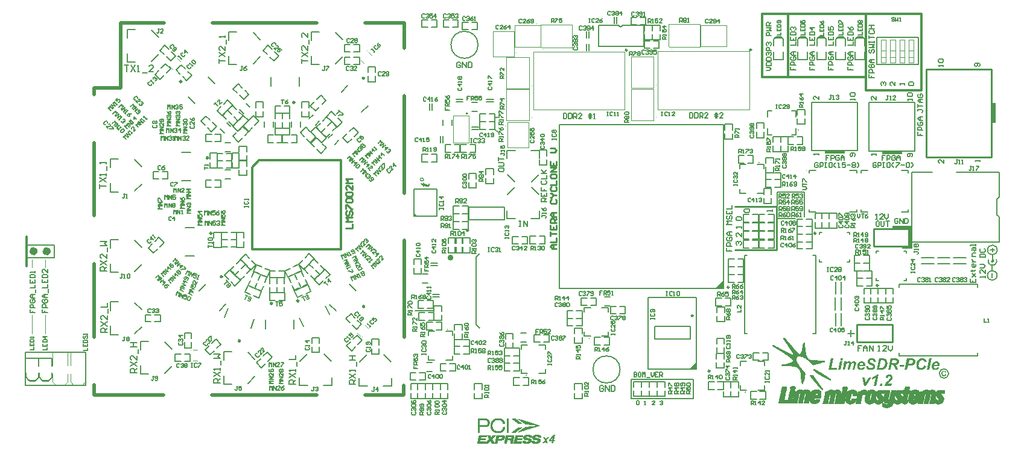
<source format=gto>
G04 Layer_Color=65535*
%FSLAX44Y44*%
%MOMM*%
G71*
G01*
G75*
%ADD11C,0.2000*%
%ADD12C,0.1900*%
%ADD16C,0.1500*%
%ADD99C,0.5000*%
%ADD100C,0.4000*%
%ADD101C,0.3500*%
%ADD102C,0.2500*%
%ADD105C,0.1000*%
%ADD107C,0.3000*%
%ADD110C,1.0000*%
%ADD129C,0.2540*%
%ADD160C,0.1270*%
%ADD161C,0.0254*%
%ADD162C,0.0260*%
%ADD163C,0.0250*%
G36*
X1144684Y181500D02*
X1141583D01*
X1144012Y193116D01*
X1147136D01*
X1144684Y181500D01*
D02*
G37*
G36*
X1204152Y197489D02*
X1204545D01*
X1204869Y197466D01*
X1204985D01*
X1205100Y197443D01*
X1205147D01*
X1205262Y197420D01*
X1205448Y197397D01*
X1205702Y197351D01*
X1205980Y197304D01*
X1206281Y197235D01*
X1206882Y197027D01*
X1206928Y197003D01*
X1207021Y196980D01*
X1207160Y196911D01*
X1207368Y196818D01*
X1207576Y196679D01*
X1207831Y196541D01*
X1208062Y196379D01*
X1208317Y196170D01*
X1208340Y196147D01*
X1208432Y196078D01*
X1208548Y195962D01*
X1208710Y195800D01*
X1208872Y195615D01*
X1209057Y195384D01*
X1209242Y195129D01*
X1209427Y194851D01*
X1209451Y194828D01*
X1209497Y194713D01*
X1209589Y194551D01*
X1209682Y194342D01*
X1209798Y194088D01*
X1209937Y193787D01*
X1210052Y193440D01*
X1210145Y193070D01*
X1210168Y193023D01*
X1210191Y192885D01*
X1210237Y192676D01*
X1210284Y192422D01*
X1210330Y192098D01*
X1210353Y191704D01*
X1210399Y191311D01*
Y190871D01*
Y190848D01*
Y190756D01*
Y190617D01*
X1210376Y190432D01*
Y190200D01*
X1210353Y189946D01*
X1210307Y189645D01*
X1210284Y189321D01*
X1210214Y188974D01*
X1210168Y188604D01*
X1209983Y187840D01*
X1209728Y187053D01*
X1209589Y186660D01*
X1209404Y186267D01*
Y186243D01*
X1209358Y186174D01*
X1209312Y186082D01*
X1209219Y185943D01*
X1209127Y185758D01*
X1209011Y185572D01*
X1208710Y185110D01*
X1208363Y184601D01*
X1207924Y184068D01*
X1207438Y183559D01*
X1206905Y183073D01*
X1206882D01*
X1206859Y183027D01*
X1206790Y182981D01*
X1206697Y182935D01*
X1206581Y182842D01*
X1206442Y182773D01*
X1206096Y182564D01*
X1205679Y182356D01*
X1205170Y182125D01*
X1204591Y181917D01*
X1203943Y181731D01*
X1203897D01*
X1203828Y181708D01*
X1203758Y181685D01*
X1203643D01*
X1203504Y181662D01*
X1203342Y181639D01*
X1203157Y181616D01*
X1202949Y181593D01*
X1202717Y181569D01*
X1202463Y181546D01*
X1202162D01*
X1201861Y181523D01*
X1201514Y181500D01*
X1195127D01*
X1198483Y197512D01*
X1203758D01*
X1204152Y197489D01*
D02*
G37*
G36*
X1279332Y193347D02*
X1279517Y193324D01*
X1279725Y193301D01*
X1279956Y193255D01*
X1280211Y193209D01*
X1280766Y193046D01*
X1281044Y192954D01*
X1281322Y192815D01*
X1281599Y192653D01*
X1281877Y192491D01*
X1282132Y192283D01*
X1282386Y192052D01*
X1282409Y192028D01*
X1282432Y191982D01*
X1282502Y191913D01*
X1282594Y191820D01*
X1282687Y191681D01*
X1282779Y191519D01*
X1282895Y191311D01*
X1283034Y191103D01*
X1283150Y190848D01*
X1283265Y190571D01*
X1283358Y190270D01*
X1283450Y189923D01*
X1283543Y189576D01*
X1283612Y189182D01*
X1283636Y188789D01*
X1283659Y188349D01*
Y188326D01*
Y188303D01*
Y188164D01*
Y187933D01*
X1283636Y187678D01*
X1283612Y187354D01*
X1283566Y187007D01*
X1283427Y186313D01*
X1275560D01*
Y186290D01*
Y186197D01*
X1275537Y186105D01*
Y186012D01*
Y185989D01*
Y185966D01*
Y185827D01*
X1275583Y185619D01*
X1275629Y185341D01*
X1275699Y185040D01*
X1275815Y184739D01*
X1275976Y184415D01*
X1276185Y184138D01*
X1276208Y184115D01*
X1276300Y184022D01*
X1276439Y183930D01*
X1276647Y183791D01*
X1276879Y183675D01*
X1277157Y183559D01*
X1277480Y183467D01*
X1277828Y183444D01*
X1277990D01*
X1278082Y183467D01*
X1278221Y183490D01*
X1278383Y183536D01*
X1278730Y183652D01*
X1278915Y183721D01*
X1279123Y183837D01*
X1279332Y183976D01*
X1279517Y184138D01*
X1279725Y184323D01*
X1279933Y184531D01*
X1280118Y184786D01*
X1280280Y185063D01*
X1283080Y184601D01*
Y184578D01*
X1283034Y184531D01*
X1282988Y184439D01*
X1282918Y184323D01*
X1282849Y184184D01*
X1282733Y184022D01*
X1282502Y183629D01*
X1282178Y183212D01*
X1281784Y182796D01*
X1281345Y182379D01*
X1280859Y182032D01*
X1280836D01*
X1280789Y181986D01*
X1280720Y181963D01*
X1280627Y181893D01*
X1280489Y181847D01*
X1280350Y181778D01*
X1279956Y181616D01*
X1279517Y181454D01*
X1278985Y181338D01*
X1278429Y181245D01*
X1277804Y181199D01*
X1277573D01*
X1277411Y181222D01*
X1277203Y181245D01*
X1276971Y181269D01*
X1276717Y181315D01*
X1276439Y181384D01*
X1275838Y181569D01*
X1275514Y181685D01*
X1275190Y181824D01*
X1274889Y181986D01*
X1274565Y182194D01*
X1274264Y182425D01*
X1273987Y182680D01*
X1273963Y182703D01*
X1273917Y182750D01*
X1273848Y182842D01*
X1273755Y182958D01*
X1273639Y183097D01*
X1273524Y183282D01*
X1273385Y183490D01*
X1273269Y183721D01*
X1273130Y183999D01*
X1272991Y184277D01*
X1272876Y184601D01*
X1272760Y184948D01*
X1272667Y185318D01*
X1272598Y185735D01*
X1272552Y186151D01*
X1272529Y186591D01*
Y186614D01*
Y186706D01*
Y186822D01*
X1272552Y186984D01*
X1272575Y187192D01*
X1272598Y187447D01*
X1272644Y187724D01*
X1272691Y188025D01*
X1272853Y188673D01*
X1272968Y189020D01*
X1273084Y189391D01*
X1273246Y189761D01*
X1273408Y190131D01*
X1273616Y190501D01*
X1273848Y190848D01*
X1273871Y190871D01*
X1273940Y190964D01*
X1274033Y191080D01*
X1274172Y191242D01*
X1274380Y191427D01*
X1274588Y191658D01*
X1274866Y191866D01*
X1275167Y192121D01*
X1275514Y192352D01*
X1275907Y192584D01*
X1276323Y192792D01*
X1276786Y192977D01*
X1277272Y193139D01*
X1277804Y193255D01*
X1278383Y193347D01*
X1278985Y193370D01*
X1279193D01*
X1279332Y193347D01*
D02*
G37*
G36*
X1131841Y184184D02*
X1140033D01*
X1139477Y181500D01*
X1128000D01*
X1131355Y197512D01*
X1134641D01*
X1131841Y184184D01*
D02*
G37*
G36*
X1269058Y181500D02*
X1265795D01*
X1269150Y197512D01*
X1272436D01*
X1269058Y181500D01*
D02*
G37*
G36*
X1233469Y185758D02*
X1227384D01*
X1227985Y188789D01*
X1234071D01*
X1233469Y185758D01*
D02*
G37*
G36*
X1222386Y197489D02*
X1222802Y197466D01*
X1223265Y197420D01*
X1223728Y197351D01*
X1224191Y197258D01*
X1224607Y197119D01*
X1224630D01*
X1224653Y197096D01*
X1224769Y197050D01*
X1224954Y196957D01*
X1225185Y196818D01*
X1225463Y196610D01*
X1225741Y196379D01*
X1225995Y196078D01*
X1226250Y195731D01*
X1226273Y195684D01*
X1226342Y195546D01*
X1226458Y195337D01*
X1226574Y195060D01*
X1226690Y194713D01*
X1226805Y194296D01*
X1226875Y193810D01*
X1226898Y193301D01*
Y193278D01*
Y193209D01*
Y193116D01*
X1226875Y192954D01*
X1226852Y192792D01*
X1226828Y192584D01*
X1226805Y192352D01*
X1226736Y192121D01*
X1226597Y191589D01*
X1226389Y191010D01*
X1226250Y190733D01*
X1226088Y190455D01*
X1225880Y190177D01*
X1225671Y189923D01*
X1225648Y189900D01*
X1225625Y189876D01*
X1225533Y189807D01*
X1225440Y189715D01*
X1225301Y189599D01*
X1225162Y189483D01*
X1224977Y189367D01*
X1224746Y189228D01*
X1224514Y189090D01*
X1224237Y188951D01*
X1223936Y188812D01*
X1223589Y188673D01*
X1223242Y188557D01*
X1222848Y188465D01*
X1222409Y188372D01*
X1221969Y188303D01*
X1221992Y188280D01*
X1222085Y188210D01*
X1222200Y188072D01*
X1222363Y187910D01*
X1222524Y187678D01*
X1222733Y187424D01*
X1222941Y187123D01*
X1223149Y186799D01*
X1223172Y186776D01*
X1223195Y186706D01*
X1223265Y186614D01*
X1223334Y186452D01*
X1223450Y186267D01*
X1223566Y186035D01*
X1223705Y185758D01*
X1223867Y185434D01*
X1224052Y185087D01*
X1224237Y184693D01*
X1224445Y184254D01*
X1224653Y183768D01*
X1224885Y183259D01*
X1225116Y182703D01*
X1225371Y182125D01*
X1225625Y181500D01*
X1222085D01*
Y181523D01*
X1222062Y181569D01*
X1222038Y181639D01*
X1221992Y181754D01*
X1221946Y181893D01*
X1221877Y182078D01*
X1221807Y182287D01*
X1221714Y182541D01*
X1221599Y182819D01*
X1221483Y183120D01*
X1221344Y183467D01*
X1221182Y183837D01*
X1221020Y184254D01*
X1220835Y184716D01*
X1220627Y185202D01*
X1220396Y185711D01*
Y185735D01*
X1220372Y185781D01*
X1220326Y185850D01*
X1220280Y185966D01*
X1220141Y186220D01*
X1219956Y186544D01*
X1219748Y186891D01*
X1219516Y187239D01*
X1219239Y187563D01*
X1219100Y187678D01*
X1218961Y187794D01*
X1218938Y187817D01*
X1218868Y187840D01*
X1218753Y187886D01*
X1218591Y187956D01*
X1218359Y188025D01*
X1218082Y188072D01*
X1217735Y188095D01*
X1217318Y188118D01*
X1215976D01*
X1214588Y181500D01*
X1211325D01*
X1214680Y197512D01*
X1222224D01*
X1222386Y197489D01*
D02*
G37*
G36*
X1245132D02*
X1245294D01*
X1245687Y197466D01*
X1246127Y197420D01*
X1246566Y197327D01*
X1247029Y197235D01*
X1247422Y197096D01*
X1247446D01*
X1247469Y197073D01*
X1247584Y197027D01*
X1247769Y196911D01*
X1248001Y196772D01*
X1248255Y196587D01*
X1248533Y196355D01*
X1248811Y196055D01*
X1249042Y195731D01*
X1249065Y195684D01*
X1249135Y195569D01*
X1249227Y195361D01*
X1249343Y195106D01*
X1249459Y194759D01*
X1249551Y194389D01*
X1249621Y193949D01*
X1249644Y193486D01*
Y193463D01*
Y193440D01*
Y193370D01*
Y193278D01*
X1249621Y193046D01*
X1249574Y192723D01*
X1249528Y192376D01*
X1249436Y191959D01*
X1249320Y191542D01*
X1249158Y191103D01*
Y191080D01*
X1249135Y191056D01*
X1249065Y190918D01*
X1248973Y190709D01*
X1248834Y190455D01*
X1248672Y190154D01*
X1248487Y189853D01*
X1248255Y189552D01*
X1248001Y189275D01*
X1247978Y189252D01*
X1247885Y189159D01*
X1247746Y189043D01*
X1247561Y188905D01*
X1247353Y188720D01*
X1247098Y188557D01*
X1246844Y188396D01*
X1246543Y188234D01*
X1246497Y188210D01*
X1246404Y188187D01*
X1246219Y188118D01*
X1245988Y188048D01*
X1245687Y187956D01*
X1245317Y187863D01*
X1244900Y187771D01*
X1244414Y187701D01*
X1244368D01*
X1244252Y187678D01*
X1244044D01*
X1243905Y187655D01*
X1243558D01*
X1243350Y187632D01*
X1242864D01*
X1242563Y187609D01*
X1239393D01*
X1238097Y181500D01*
X1234835D01*
X1238190Y197512D01*
X1244970D01*
X1245132Y197489D01*
D02*
G37*
G36*
X1290068Y180314D02*
X1290190Y180303D01*
X1290324Y180281D01*
X1290479Y180259D01*
X1290646Y180225D01*
X1290823Y180181D01*
X1291012Y180126D01*
X1291201Y180059D01*
X1291400Y179970D01*
X1291589Y179881D01*
X1291767Y179770D01*
X1291955Y179637D01*
X1292122Y179493D01*
X1292133D01*
X1292144Y179471D01*
X1292177Y179437D01*
X1292211Y179404D01*
X1292255Y179349D01*
X1292299Y179282D01*
X1292422Y179126D01*
X1292544Y178927D01*
X1292677Y178682D01*
X1292799Y178405D01*
X1292910Y178083D01*
X1291378Y177717D01*
Y177728D01*
X1291367Y177739D01*
Y177772D01*
X1291345Y177817D01*
X1291311Y177917D01*
X1291256Y178050D01*
X1291178Y178205D01*
X1291078Y178361D01*
X1290945Y178516D01*
X1290801Y178649D01*
X1290779Y178660D01*
X1290723Y178705D01*
X1290634Y178760D01*
X1290512Y178827D01*
X1290357Y178893D01*
X1290179Y178949D01*
X1289980Y178993D01*
X1289758Y179004D01*
X1289680D01*
X1289613Y178993D01*
X1289547Y178982D01*
X1289458Y178971D01*
X1289269Y178927D01*
X1289047Y178849D01*
X1288814Y178738D01*
X1288692Y178671D01*
X1288581Y178594D01*
X1288470Y178494D01*
X1288370Y178383D01*
Y178372D01*
X1288348Y178350D01*
X1288326Y178316D01*
X1288292Y178261D01*
X1288248Y178194D01*
X1288204Y178116D01*
X1288159Y178017D01*
X1288115Y177906D01*
X1288059Y177772D01*
X1288015Y177628D01*
X1287970Y177462D01*
X1287926Y177284D01*
X1287893Y177084D01*
X1287871Y176873D01*
X1287859Y176640D01*
X1287848Y176385D01*
Y176374D01*
Y176318D01*
Y176241D01*
X1287859Y176152D01*
Y176030D01*
X1287882Y175885D01*
X1287893Y175741D01*
X1287915Y175575D01*
X1287982Y175231D01*
X1288070Y174886D01*
X1288126Y174720D01*
X1288204Y174564D01*
X1288281Y174420D01*
X1288370Y174298D01*
X1288381Y174287D01*
X1288392Y174276D01*
X1288426Y174243D01*
X1288470Y174198D01*
X1288581Y174109D01*
X1288736Y173998D01*
X1288925Y173876D01*
X1289158Y173787D01*
X1289425Y173710D01*
X1289569Y173699D01*
X1289724Y173688D01*
X1289780D01*
X1289824Y173699D01*
X1289946Y173710D01*
X1290091Y173732D01*
X1290246Y173787D01*
X1290424Y173854D01*
X1290601Y173943D01*
X1290779Y174076D01*
X1290801Y174098D01*
X1290856Y174154D01*
X1290934Y174243D01*
X1291023Y174376D01*
X1291134Y174553D01*
X1291234Y174764D01*
X1291334Y175020D01*
X1291422Y175319D01*
X1292932Y174853D01*
Y174842D01*
X1292921Y174798D01*
X1292899Y174731D01*
X1292865Y174642D01*
X1292821Y174542D01*
X1292777Y174420D01*
X1292721Y174287D01*
X1292655Y174143D01*
X1292499Y173843D01*
X1292299Y173532D01*
X1292055Y173232D01*
X1291922Y173099D01*
X1291778Y172977D01*
X1291767Y172966D01*
X1291744Y172955D01*
X1291700Y172922D01*
X1291633Y172877D01*
X1291556Y172833D01*
X1291456Y172789D01*
X1291345Y172733D01*
X1291223Y172678D01*
X1291078Y172611D01*
X1290923Y172556D01*
X1290757Y172511D01*
X1290579Y172467D01*
X1290390Y172422D01*
X1290179Y172389D01*
X1289969Y172378D01*
X1289735Y172367D01*
X1289669D01*
X1289591Y172378D01*
X1289480Y172389D01*
X1289358Y172400D01*
X1289203Y172422D01*
X1289036Y172456D01*
X1288847Y172500D01*
X1288659Y172556D01*
X1288459Y172622D01*
X1288248Y172711D01*
X1288037Y172811D01*
X1287826Y172922D01*
X1287615Y173066D01*
X1287415Y173221D01*
X1287227Y173410D01*
X1287216Y173421D01*
X1287182Y173454D01*
X1287138Y173521D01*
X1287071Y173599D01*
X1287005Y173710D01*
X1286916Y173832D01*
X1286827Y173987D01*
X1286738Y174165D01*
X1286650Y174354D01*
X1286561Y174564D01*
X1286472Y174809D01*
X1286405Y175064D01*
X1286339Y175330D01*
X1286294Y175630D01*
X1286261Y175941D01*
X1286250Y176274D01*
Y176285D01*
Y176296D01*
Y176363D01*
X1286261Y176463D01*
Y176596D01*
X1286283Y176751D01*
X1286306Y176940D01*
X1286328Y177140D01*
X1286372Y177373D01*
X1286428Y177606D01*
X1286494Y177850D01*
X1286572Y178094D01*
X1286672Y178350D01*
X1286783Y178594D01*
X1286916Y178827D01*
X1287060Y179049D01*
X1287238Y179260D01*
X1287249Y179271D01*
X1287282Y179304D01*
X1287338Y179360D01*
X1287415Y179426D01*
X1287515Y179504D01*
X1287637Y179593D01*
X1287771Y179693D01*
X1287937Y179792D01*
X1288115Y179892D01*
X1288304Y179992D01*
X1288526Y180081D01*
X1288748Y180159D01*
X1289003Y180225D01*
X1289258Y180281D01*
X1289547Y180314D01*
X1289835Y180325D01*
X1289969D01*
X1290068Y180314D01*
D02*
G37*
G36*
X1194289Y159000D02*
X1191142D01*
X1193456Y170084D01*
X1193410Y170061D01*
X1193294Y169968D01*
X1193086Y169852D01*
X1192808Y169690D01*
X1192484Y169505D01*
X1192091Y169320D01*
X1191651Y169112D01*
X1191189Y168904D01*
X1191165D01*
X1191142Y168881D01*
X1191073Y168857D01*
X1190980Y168811D01*
X1190726Y168742D01*
X1190425Y168626D01*
X1190078Y168510D01*
X1189685Y168395D01*
X1189314Y168279D01*
X1188921Y168186D01*
X1189522Y170986D01*
X1189546D01*
X1189569Y171009D01*
X1189708Y171056D01*
X1189916Y171171D01*
X1190193Y171310D01*
X1190518Y171472D01*
X1190911Y171657D01*
X1191350Y171889D01*
X1191813Y172166D01*
X1192299Y172444D01*
X1192808Y172768D01*
X1193341Y173115D01*
X1193850Y173462D01*
X1194359Y173855D01*
X1194868Y174249D01*
X1195331Y174665D01*
X1195770Y175105D01*
X1197668D01*
X1194289Y159000D01*
D02*
G37*
G36*
X742480Y82591D02*
X743913D01*
X743496Y80691D01*
X742096D01*
X741597Y78342D01*
X739481D01*
X739964Y80691D01*
X735432D01*
X735815Y82558D01*
X742063Y89872D01*
X744013D01*
X742480Y82591D01*
D02*
G37*
G36*
X732016Y82358D02*
X734132Y78342D01*
X731732D01*
X730516Y80658D01*
X728450Y78342D01*
X725684D01*
X729516Y82608D01*
X727400Y86706D01*
X729800D01*
X731016Y84324D01*
X733149Y86706D01*
X735898D01*
X732016Y82358D01*
D02*
G37*
G36*
X1180498Y159000D02*
X1177814D01*
X1175500Y170616D01*
X1178578D01*
X1179364Y165525D01*
Y165502D01*
X1179387Y165433D01*
Y165340D01*
X1179411Y165201D01*
X1179434Y165039D01*
X1179480Y164831D01*
X1179549Y164415D01*
X1179619Y163952D01*
X1179688Y163512D01*
X1179734Y163119D01*
X1179758Y162957D01*
X1179781Y162818D01*
X1179804Y162864D01*
X1179850Y162934D01*
X1179920Y163049D01*
X1180012Y163235D01*
X1180151Y163466D01*
X1180313Y163790D01*
X1180429Y163998D01*
X1180544Y164206D01*
Y164230D01*
X1180567Y164253D01*
X1180660Y164391D01*
X1180776Y164600D01*
X1180915Y164854D01*
X1181053Y165109D01*
X1181192Y165340D01*
X1181308Y165548D01*
X1181377Y165687D01*
X1184270Y170616D01*
X1187648D01*
X1180498Y159000D01*
D02*
G37*
G36*
X1174903Y193347D02*
X1175089Y193324D01*
X1175297Y193301D01*
X1175528Y193255D01*
X1175783Y193209D01*
X1176338Y193046D01*
X1176616Y192954D01*
X1176893Y192815D01*
X1177171Y192653D01*
X1177449Y192491D01*
X1177703Y192283D01*
X1177958Y192052D01*
X1177981Y192028D01*
X1178004Y191982D01*
X1178074Y191913D01*
X1178166Y191820D01*
X1178259Y191681D01*
X1178351Y191519D01*
X1178467Y191311D01*
X1178606Y191103D01*
X1178721Y190848D01*
X1178837Y190571D01*
X1178930Y190270D01*
X1179022Y189923D01*
X1179115Y189576D01*
X1179184Y189182D01*
X1179208Y188789D01*
X1179231Y188349D01*
Y188326D01*
Y188303D01*
Y188164D01*
Y187933D01*
X1179208Y187678D01*
X1179184Y187354D01*
X1179138Y187007D01*
X1178999Y186313D01*
X1171132D01*
Y186290D01*
Y186197D01*
X1171109Y186105D01*
Y186012D01*
Y185989D01*
Y185966D01*
Y185827D01*
X1171155Y185619D01*
X1171201Y185341D01*
X1171271Y185040D01*
X1171386Y184739D01*
X1171548Y184415D01*
X1171757Y184138D01*
X1171780Y184115D01*
X1171872Y184022D01*
X1172011Y183930D01*
X1172219Y183791D01*
X1172451Y183675D01*
X1172728Y183559D01*
X1173052Y183467D01*
X1173400Y183444D01*
X1173561D01*
X1173654Y183467D01*
X1173793Y183490D01*
X1173955Y183536D01*
X1174302Y183652D01*
X1174487Y183721D01*
X1174695Y183837D01*
X1174903Y183976D01*
X1175089Y184138D01*
X1175297Y184323D01*
X1175505Y184531D01*
X1175690Y184786D01*
X1175852Y185063D01*
X1178652Y184601D01*
Y184578D01*
X1178606Y184531D01*
X1178560Y184439D01*
X1178490Y184323D01*
X1178421Y184184D01*
X1178305Y184022D01*
X1178074Y183629D01*
X1177750Y183212D01*
X1177356Y182796D01*
X1176917Y182379D01*
X1176431Y182032D01*
X1176408D01*
X1176361Y181986D01*
X1176292Y181963D01*
X1176199Y181893D01*
X1176060Y181847D01*
X1175922Y181778D01*
X1175528Y181616D01*
X1175089Y181454D01*
X1174557Y181338D01*
X1174001Y181245D01*
X1173376Y181199D01*
X1173145D01*
X1172983Y181222D01*
X1172775Y181245D01*
X1172543Y181269D01*
X1172289Y181315D01*
X1172011Y181384D01*
X1171410Y181569D01*
X1171086Y181685D01*
X1170762Y181824D01*
X1170461Y181986D01*
X1170137Y182194D01*
X1169836Y182425D01*
X1169558Y182680D01*
X1169535Y182703D01*
X1169489Y182750D01*
X1169419Y182842D01*
X1169327Y182958D01*
X1169211Y183097D01*
X1169096Y183282D01*
X1168957Y183490D01*
X1168841Y183721D01*
X1168702Y183999D01*
X1168563Y184277D01*
X1168448Y184601D01*
X1168332Y184948D01*
X1168239Y185318D01*
X1168170Y185735D01*
X1168124Y186151D01*
X1168101Y186591D01*
Y186614D01*
Y186706D01*
Y186822D01*
X1168124Y186984D01*
X1168147Y187192D01*
X1168170Y187447D01*
X1168216Y187724D01*
X1168262Y188025D01*
X1168425Y188673D01*
X1168540Y189020D01*
X1168656Y189391D01*
X1168818Y189761D01*
X1168980Y190131D01*
X1169188Y190501D01*
X1169419Y190848D01*
X1169443Y190871D01*
X1169512Y190964D01*
X1169605Y191080D01*
X1169743Y191242D01*
X1169952Y191427D01*
X1170160Y191658D01*
X1170438Y191866D01*
X1170739Y192121D01*
X1171086Y192352D01*
X1171479Y192584D01*
X1171895Y192792D01*
X1172358Y192977D01*
X1172844Y193139D01*
X1173376Y193255D01*
X1173955Y193347D01*
X1174557Y193370D01*
X1174765D01*
X1174903Y193347D01*
D02*
G37*
G36*
X1202828Y159000D02*
X1199727D01*
X1200329Y162031D01*
X1203429D01*
X1202828Y159000D01*
D02*
G37*
G36*
X1213263Y175082D02*
X1213449Y175059D01*
X1213680Y175036D01*
X1213911Y175012D01*
X1214166Y174943D01*
X1214744Y174804D01*
X1215323Y174596D01*
X1215624Y174457D01*
X1215901Y174295D01*
X1216156Y174087D01*
X1216411Y173879D01*
X1216434Y173855D01*
X1216457Y173832D01*
X1216526Y173763D01*
X1216619Y173670D01*
X1216711Y173532D01*
X1216827Y173393D01*
X1216943Y173231D01*
X1217058Y173046D01*
X1217290Y172606D01*
X1217498Y172074D01*
X1217660Y171472D01*
X1217683Y171148D01*
X1217706Y170801D01*
Y170755D01*
Y170639D01*
X1217683Y170454D01*
X1217660Y170200D01*
X1217614Y169922D01*
X1217544Y169598D01*
X1217452Y169251D01*
X1217313Y168881D01*
X1217290Y168834D01*
X1217243Y168719D01*
X1217151Y168533D01*
X1217012Y168279D01*
X1216827Y167978D01*
X1216596Y167631D01*
X1216341Y167261D01*
X1216017Y166867D01*
X1215994Y166844D01*
X1215901Y166729D01*
X1215739Y166567D01*
X1215508Y166335D01*
X1215207Y166034D01*
X1214837Y165664D01*
X1214397Y165248D01*
X1213888Y164762D01*
X1213865Y164739D01*
X1213819Y164692D01*
X1213749Y164646D01*
X1213657Y164554D01*
X1213402Y164322D01*
X1213102Y164021D01*
X1212778Y163720D01*
X1212454Y163420D01*
X1212176Y163142D01*
X1211945Y162911D01*
X1211921Y162887D01*
X1211875Y162818D01*
X1211783Y162726D01*
X1211667Y162610D01*
X1211528Y162448D01*
X1211389Y162263D01*
X1211065Y161869D01*
X1216619D01*
X1216017Y159000D01*
X1206299D01*
Y159023D01*
Y159046D01*
X1206322Y159116D01*
Y159208D01*
X1206368Y159440D01*
X1206437Y159717D01*
X1206530Y160064D01*
X1206646Y160435D01*
X1206785Y160851D01*
X1206970Y161245D01*
Y161268D01*
X1206993Y161291D01*
X1207062Y161430D01*
X1207178Y161638D01*
X1207340Y161892D01*
X1207548Y162193D01*
X1207779Y162517D01*
X1208034Y162864D01*
X1208312Y163211D01*
X1208358Y163258D01*
X1208474Y163396D01*
X1208566Y163489D01*
X1208682Y163605D01*
X1208821Y163767D01*
X1208983Y163929D01*
X1209168Y164137D01*
X1209399Y164345D01*
X1209631Y164600D01*
X1209908Y164854D01*
X1210209Y165155D01*
X1210533Y165479D01*
X1210880Y165826D01*
X1211273Y166196D01*
X1211297Y166220D01*
X1211343Y166266D01*
X1211435Y166335D01*
X1211528Y166451D01*
X1211806Y166705D01*
X1212130Y167029D01*
X1212477Y167376D01*
X1212824Y167700D01*
X1213102Y168001D01*
X1213217Y168117D01*
X1213310Y168209D01*
X1213333Y168256D01*
X1213426Y168348D01*
X1213564Y168510D01*
X1213726Y168719D01*
X1213911Y168950D01*
X1214073Y169205D01*
X1214235Y169459D01*
X1214351Y169690D01*
X1214374Y169714D01*
X1214397Y169806D01*
X1214444Y169922D01*
X1214513Y170061D01*
X1214559Y170246D01*
X1214606Y170431D01*
X1214629Y170639D01*
X1214652Y170824D01*
Y170870D01*
Y170963D01*
X1214629Y171102D01*
X1214583Y171287D01*
X1214536Y171495D01*
X1214444Y171727D01*
X1214328Y171935D01*
X1214166Y172143D01*
X1214143Y172166D01*
X1214073Y172213D01*
X1213981Y172305D01*
X1213842Y172398D01*
X1213657Y172490D01*
X1213449Y172583D01*
X1213217Y172629D01*
X1212963Y172652D01*
X1212847D01*
X1212708Y172629D01*
X1212523Y172583D01*
X1212315Y172513D01*
X1212106Y172398D01*
X1211875Y172259D01*
X1211667Y172074D01*
X1211644Y172051D01*
X1211574Y171958D01*
X1211482Y171819D01*
X1211366Y171611D01*
X1211227Y171333D01*
X1211088Y170986D01*
X1210950Y170570D01*
X1210834Y170061D01*
X1207779Y170500D01*
Y170523D01*
X1207803Y170593D01*
X1207826Y170709D01*
X1207849Y170870D01*
X1207918Y171056D01*
X1207965Y171264D01*
X1208034Y171495D01*
X1208127Y171750D01*
X1208358Y172305D01*
X1208659Y172884D01*
X1209029Y173416D01*
X1209260Y173670D01*
X1209492Y173902D01*
X1209515Y173925D01*
X1209561Y173948D01*
X1209631Y174018D01*
X1209746Y174087D01*
X1209862Y174179D01*
X1210024Y174272D01*
X1210209Y174388D01*
X1210441Y174503D01*
X1210672Y174619D01*
X1210926Y174735D01*
X1211505Y174920D01*
X1212153Y175059D01*
X1212523Y175082D01*
X1212893Y175105D01*
X1213102D01*
X1213263Y175082D01*
D02*
G37*
G36*
X942250Y182400D02*
X932250D01*
X942250Y192400D01*
Y182400D01*
D02*
G37*
G36*
X980500Y296000D02*
X970500D01*
X980500Y306000D01*
Y296000D01*
D02*
G37*
G36*
X560366Y444452D02*
Y442840D01*
X564486Y441985D01*
X564524D01*
X564583Y441965D01*
X564660Y441946D01*
X564835Y441907D01*
X565049Y441868D01*
X565282Y441829D01*
X565476Y441790D01*
X565651Y441771D01*
X565710Y441752D01*
X565787D01*
X565923Y441771D01*
X566059Y441829D01*
X566215Y441926D01*
Y441946D01*
X566234Y441965D01*
X566273Y442024D01*
X566293Y442082D01*
X566331Y442179D01*
X566370Y442315D01*
X566390Y442471D01*
Y442645D01*
Y442684D01*
Y442743D01*
X566370Y442820D01*
Y442937D01*
X566351Y443092D01*
X566331Y443287D01*
X566312Y443520D01*
X568255Y443112D01*
Y443073D01*
X568275Y442995D01*
X568294Y442859D01*
X568333Y442684D01*
X568352Y442471D01*
X568391Y442237D01*
X568411Y441713D01*
Y441693D01*
Y441654D01*
Y441577D01*
Y441479D01*
X568391Y441363D01*
Y441246D01*
X568352Y440935D01*
X568275Y440605D01*
X568197Y440255D01*
X568061Y439944D01*
X567886Y439672D01*
X567867Y439653D01*
X567789Y439575D01*
X567653Y439478D01*
X567497Y439361D01*
X567284Y439245D01*
X567012Y439148D01*
X566720Y439070D01*
X566370Y439051D01*
X566273D01*
X566137Y439070D01*
X565943Y439090D01*
X565807Y439109D01*
X565671Y439128D01*
X565496Y439167D01*
X565302Y439206D01*
X565088Y439245D01*
X564855Y439284D01*
X564583Y439342D01*
X564291Y439400D01*
X560366Y440236D01*
Y438934D01*
X558404Y439342D01*
Y440625D01*
X556849Y440935D01*
X555042Y443928D01*
X558404Y443248D01*
Y444860D01*
X560366Y444452D01*
D02*
G37*
G36*
X557048Y452022D02*
X557169Y452011D01*
X557303Y451989D01*
X557458Y451955D01*
X557625Y451922D01*
X557802Y451878D01*
X557991Y451822D01*
X558191Y451755D01*
X558379Y451667D01*
X558579Y451567D01*
X558779Y451456D01*
X558979Y451323D01*
X559168Y451167D01*
X559179Y451156D01*
X559212Y451123D01*
X559256Y451078D01*
X559323Y451012D01*
X559389Y450923D01*
X559478Y450812D01*
X559567Y450690D01*
X559656Y450557D01*
X559745Y450390D01*
X559833Y450224D01*
X559922Y450035D01*
X559989Y449824D01*
X560056Y449602D01*
X560100Y449369D01*
X560133Y449114D01*
X560144Y448847D01*
Y448836D01*
Y448814D01*
Y448770D01*
Y448714D01*
X560133Y448648D01*
X560122Y448570D01*
X560100Y448381D01*
X560067Y448159D01*
X560011Y447926D01*
X559933Y447682D01*
X559833Y447449D01*
Y447438D01*
X559822Y447427D01*
X559800Y447393D01*
X559778Y447349D01*
X559700Y447238D01*
X559600Y447105D01*
X559478Y446960D01*
X559323Y446805D01*
X559145Y446661D01*
X558946Y446539D01*
X558934D01*
X558923Y446527D01*
X558890Y446516D01*
X558846Y446494D01*
X558723Y446450D01*
X558568Y446394D01*
X558391Y446339D01*
X558180Y446294D01*
X557947Y446261D01*
X557702Y446250D01*
X557636D01*
X557558Y446261D01*
X557447D01*
X557314Y446272D01*
X557169Y446294D01*
X556992Y446328D01*
X556814Y446361D01*
X556626Y446405D01*
X556426Y446461D01*
X556215Y446527D01*
X556015Y446616D01*
X555804Y446716D01*
X555605Y446827D01*
X555416Y446960D01*
X555238Y447116D01*
X555227Y447127D01*
X555194Y447160D01*
X555149Y447205D01*
X555094Y447271D01*
X555016Y447360D01*
X554939Y447471D01*
X554861Y447593D01*
X554772Y447737D01*
X554683Y447893D01*
X554605Y448059D01*
X554517Y448248D01*
X554450Y448459D01*
X554395Y448670D01*
X554350Y448903D01*
X554317Y449158D01*
X554306Y449413D01*
Y449425D01*
Y449469D01*
Y449536D01*
X554317Y449613D01*
X554328Y449724D01*
X554339Y449835D01*
X554361Y449968D01*
X554395Y450113D01*
X554472Y450424D01*
X554528Y450579D01*
X554594Y450745D01*
X554672Y450901D01*
X554772Y451056D01*
X554872Y451200D01*
X554994Y451334D01*
X555005Y451345D01*
X555027Y451367D01*
X555061Y451400D01*
X555116Y451445D01*
X555183Y451500D01*
X555271Y451556D01*
X555360Y451622D01*
X555471Y451689D01*
X555605Y451744D01*
X555738Y451811D01*
X555893Y451866D01*
X556049Y451922D01*
X556226Y451966D01*
X556415Y452000D01*
X556615Y452022D01*
X556825Y452033D01*
X556959D01*
X557048Y452022D01*
D02*
G37*
G36*
X1151000Y485500D02*
X1123000D01*
Y490500D01*
X1151000D01*
Y485500D01*
D02*
G37*
G36*
X1362000Y529000D02*
X1357000D01*
Y557000D01*
X1362000D01*
Y529000D01*
D02*
G37*
G36*
X1245500Y351500D02*
X1231000D01*
Y356250D01*
X1239500D01*
Y378750D01*
X1217500D01*
Y384000D01*
X1245500D01*
Y351500D01*
D02*
G37*
G36*
X1231000Y484750D02*
X1203000D01*
Y489750D01*
X1231000D01*
Y484750D01*
D02*
G37*
G36*
X1147460Y194689D02*
X1144336D01*
X1144938Y197512D01*
X1148039D01*
X1147460Y194689D01*
D02*
G37*
G36*
X1163959Y193324D02*
X1164259Y193278D01*
X1164606Y193185D01*
X1164977Y193046D01*
X1165324Y192861D01*
X1165625Y192607D01*
X1165648Y192584D01*
X1165740Y192468D01*
X1165879Y192306D01*
X1166018Y192075D01*
X1166157Y191797D01*
X1166296Y191473D01*
X1166388Y191080D01*
X1166411Y190640D01*
Y190617D01*
Y190524D01*
X1166388Y190362D01*
X1166365Y190154D01*
X1166342Y189876D01*
X1166273Y189506D01*
X1166203Y189067D01*
X1166087Y188557D01*
X1164560Y181500D01*
X1161460D01*
X1162964Y188557D01*
Y188581D01*
X1162987Y188627D01*
Y188673D01*
X1163010Y188766D01*
X1163056Y188997D01*
X1163102Y189252D01*
X1163149Y189506D01*
X1163195Y189761D01*
X1163241Y189946D01*
Y190015D01*
Y190061D01*
Y190085D01*
Y190154D01*
X1163218Y190224D01*
X1163195Y190339D01*
X1163126Y190594D01*
X1163033Y190709D01*
X1162941Y190825D01*
X1162917Y190848D01*
X1162894Y190871D01*
X1162825Y190918D01*
X1162732Y190987D01*
X1162617Y191033D01*
X1162455Y191080D01*
X1162293Y191103D01*
X1162084Y191126D01*
X1161969D01*
X1161876Y191103D01*
X1161645Y191056D01*
X1161367Y190964D01*
X1161043Y190825D01*
X1160673Y190594D01*
X1160488Y190455D01*
X1160303Y190293D01*
X1160141Y190108D01*
X1159956Y189876D01*
X1159932Y189830D01*
X1159886Y189784D01*
X1159840Y189715D01*
X1159793Y189599D01*
X1159724Y189483D01*
X1159632Y189321D01*
X1159562Y189159D01*
X1159470Y188951D01*
X1159377Y188720D01*
X1159284Y188465D01*
X1159192Y188187D01*
X1159076Y187886D01*
X1158984Y187539D01*
X1158891Y187169D01*
X1158799Y186753D01*
X1157688Y181500D01*
X1154587D01*
X1156045Y188488D01*
Y188511D01*
X1156068Y188534D01*
X1156091Y188696D01*
X1156137Y188905D01*
X1156184Y189136D01*
X1156230Y189414D01*
X1156253Y189668D01*
X1156300Y189900D01*
Y190061D01*
Y190085D01*
Y190131D01*
X1156276Y190224D01*
X1156253Y190339D01*
X1156161Y190571D01*
X1156091Y190709D01*
X1155975Y190825D01*
X1155952Y190848D01*
X1155929Y190871D01*
X1155860Y190918D01*
X1155767Y190987D01*
X1155628Y191033D01*
X1155490Y191080D01*
X1155328Y191103D01*
X1155119Y191126D01*
X1155027D01*
X1154934Y191103D01*
X1154795Y191080D01*
X1154633Y191056D01*
X1154448Y190987D01*
X1154263Y190918D01*
X1154055Y190802D01*
X1154032Y190779D01*
X1153962Y190756D01*
X1153847Y190686D01*
X1153731Y190594D01*
X1153569Y190478D01*
X1153407Y190316D01*
X1153245Y190154D01*
X1153083Y189969D01*
X1153060Y189946D01*
X1153014Y189876D01*
X1152944Y189761D01*
X1152852Y189599D01*
X1152736Y189414D01*
X1152620Y189159D01*
X1152505Y188905D01*
X1152389Y188604D01*
Y188581D01*
X1152366Y188511D01*
X1152319Y188396D01*
X1152273Y188234D01*
X1152227Y188002D01*
X1152134Y187678D01*
X1152042Y187308D01*
X1151995Y187077D01*
X1151926Y186822D01*
X1150815Y181500D01*
X1147715D01*
X1150144Y193116D01*
X1153083D01*
X1152805Y191704D01*
X1152829Y191728D01*
X1152875Y191774D01*
X1152967Y191866D01*
X1153106Y191959D01*
X1153268Y192098D01*
X1153453Y192237D01*
X1153662Y192376D01*
X1153916Y192537D01*
X1154472Y192838D01*
X1155073Y193116D01*
X1155420Y193209D01*
X1155744Y193301D01*
X1156114Y193347D01*
X1156461Y193370D01*
X1156670D01*
X1156924Y193347D01*
X1157202Y193301D01*
X1157526Y193232D01*
X1157873Y193139D01*
X1158197Y193000D01*
X1158475Y192815D01*
X1158498Y192792D01*
X1158590Y192723D01*
X1158706Y192584D01*
X1158868Y192422D01*
X1159007Y192213D01*
X1159169Y191936D01*
X1159308Y191658D01*
X1159400Y191311D01*
X1159423Y191357D01*
X1159516Y191450D01*
X1159655Y191612D01*
X1159840Y191820D01*
X1160094Y192052D01*
X1160372Y192283D01*
X1160719Y192537D01*
X1161113Y192769D01*
X1161136D01*
X1161159Y192792D01*
X1161228Y192815D01*
X1161321Y192861D01*
X1161529Y192954D01*
X1161830Y193070D01*
X1162177Y193185D01*
X1162593Y193278D01*
X1163010Y193347D01*
X1163473Y193370D01*
X1163704D01*
X1163959Y193324D01*
D02*
G37*
G36*
X1259871Y197790D02*
X1260080Y197767D01*
X1260334Y197744D01*
X1260635Y197698D01*
X1260936Y197628D01*
X1261607Y197466D01*
X1261954Y197351D01*
X1262301Y197212D01*
X1262671Y197050D01*
X1262995Y196864D01*
X1263342Y196656D01*
X1263643Y196402D01*
X1263666Y196379D01*
X1263713Y196332D01*
X1263782Y196263D01*
X1263898Y196147D01*
X1264013Y196008D01*
X1264175Y195846D01*
X1264314Y195638D01*
X1264476Y195407D01*
X1264638Y195152D01*
X1264800Y194874D01*
X1264962Y194551D01*
X1265124Y194227D01*
X1265263Y193856D01*
X1265379Y193463D01*
X1265471Y193046D01*
X1265541Y192607D01*
X1262394Y192306D01*
Y192329D01*
X1262371Y192376D01*
Y192445D01*
X1262347Y192537D01*
X1262278Y192769D01*
X1262162Y193070D01*
X1262023Y193417D01*
X1261838Y193741D01*
X1261630Y194065D01*
X1261376Y194319D01*
X1261352Y194342D01*
X1261237Y194412D01*
X1261075Y194527D01*
X1260843Y194643D01*
X1260566Y194759D01*
X1260219Y194874D01*
X1259825Y194944D01*
X1259386Y194967D01*
X1259247D01*
X1259154Y194944D01*
X1258900Y194921D01*
X1258552Y194851D01*
X1258159Y194759D01*
X1257743Y194597D01*
X1257280Y194389D01*
X1256840Y194111D01*
X1256817D01*
X1256794Y194065D01*
X1256655Y193949D01*
X1256424Y193764D01*
X1256169Y193463D01*
X1255868Y193116D01*
X1255544Y192653D01*
X1255220Y192121D01*
X1254943Y191496D01*
Y191473D01*
X1254920Y191427D01*
X1254873Y191334D01*
X1254827Y191195D01*
X1254781Y191033D01*
X1254734Y190848D01*
X1254665Y190640D01*
X1254596Y190409D01*
X1254480Y189876D01*
X1254364Y189275D01*
X1254272Y188627D01*
X1254249Y187979D01*
Y187956D01*
Y187886D01*
Y187794D01*
X1254272Y187655D01*
Y187493D01*
X1254295Y187308D01*
X1254364Y186891D01*
X1254480Y186406D01*
X1254619Y185920D01*
X1254850Y185434D01*
X1255151Y184994D01*
X1255197Y184948D01*
X1255313Y184832D01*
X1255521Y184670D01*
X1255776Y184485D01*
X1256123Y184277D01*
X1256516Y184115D01*
X1256956Y183999D01*
X1257187Y183976D01*
X1257442Y183953D01*
X1257558D01*
X1257650Y183976D01*
X1257905Y183999D01*
X1258205Y184045D01*
X1258576Y184161D01*
X1258969Y184300D01*
X1259362Y184485D01*
X1259779Y184763D01*
X1259802D01*
X1259825Y184809D01*
X1259964Y184925D01*
X1260149Y185110D01*
X1260380Y185387D01*
X1260635Y185735D01*
X1260913Y186151D01*
X1261144Y186660D01*
X1261376Y187239D01*
X1264708Y186730D01*
Y186706D01*
X1264661Y186614D01*
X1264615Y186475D01*
X1264522Y186290D01*
X1264407Y186058D01*
X1264291Y185804D01*
X1264152Y185503D01*
X1263967Y185202D01*
X1263551Y184531D01*
X1263042Y183860D01*
X1262463Y183189D01*
X1262116Y182888D01*
X1261769Y182611D01*
X1261746Y182588D01*
X1261676Y182541D01*
X1261584Y182472D01*
X1261422Y182402D01*
X1261237Y182287D01*
X1261028Y182171D01*
X1260751Y182032D01*
X1260473Y181917D01*
X1260149Y181778D01*
X1259802Y181639D01*
X1259432Y181523D01*
X1259038Y181430D01*
X1258622Y181338D01*
X1258182Y181269D01*
X1257719Y181222D01*
X1257234Y181199D01*
X1257095D01*
X1256956Y181222D01*
X1256748D01*
X1256493Y181245D01*
X1256215Y181292D01*
X1255891Y181338D01*
X1255567Y181430D01*
X1255197Y181523D01*
X1254827Y181639D01*
X1254434Y181778D01*
X1254063Y181940D01*
X1253670Y182148D01*
X1253300Y182379D01*
X1252953Y182657D01*
X1252629Y182958D01*
X1252606Y182981D01*
X1252559Y183050D01*
X1252467Y183143D01*
X1252374Y183282D01*
X1252259Y183467D01*
X1252120Y183698D01*
X1251958Y183976D01*
X1251819Y184277D01*
X1251657Y184624D01*
X1251495Y184994D01*
X1251356Y185434D01*
X1251240Y185896D01*
X1251148Y186382D01*
X1251055Y186938D01*
X1251009Y187493D01*
X1250986Y188118D01*
Y188141D01*
Y188234D01*
Y188396D01*
X1251009Y188581D01*
Y188812D01*
X1251055Y189113D01*
X1251078Y189414D01*
X1251125Y189761D01*
X1251171Y190131D01*
X1251264Y190548D01*
X1251449Y191381D01*
X1251726Y192260D01*
X1251888Y192676D01*
X1252073Y193116D01*
X1252097Y193139D01*
X1252120Y193209D01*
X1252189Y193324D01*
X1252282Y193486D01*
X1252397Y193671D01*
X1252536Y193903D01*
X1252698Y194134D01*
X1252883Y194412D01*
X1253323Y194967D01*
X1253832Y195546D01*
X1254457Y196101D01*
X1254804Y196355D01*
X1255151Y196587D01*
X1255174Y196610D01*
X1255244Y196633D01*
X1255359Y196703D01*
X1255498Y196772D01*
X1255683Y196864D01*
X1255891Y196980D01*
X1256146Y197096D01*
X1256424Y197212D01*
X1256724Y197304D01*
X1257072Y197420D01*
X1257789Y197628D01*
X1258576Y197767D01*
X1258992Y197790D01*
X1259432Y197813D01*
X1259686D01*
X1259871Y197790D01*
D02*
G37*
G36*
X1188764D02*
X1188995Y197767D01*
X1189273Y197744D01*
X1189574Y197698D01*
X1189898Y197651D01*
X1190615Y197489D01*
X1190985Y197374D01*
X1191332Y197258D01*
X1191703Y197096D01*
X1192050Y196911D01*
X1192374Y196703D01*
X1192675Y196471D01*
X1192698Y196448D01*
X1192744Y196402D01*
X1192813Y196332D01*
X1192929Y196240D01*
X1193045Y196101D01*
X1193184Y195939D01*
X1193323Y195754D01*
X1193461Y195546D01*
X1193623Y195291D01*
X1193785Y195037D01*
X1193924Y194736D01*
X1194063Y194435D01*
X1194179Y194088D01*
X1194271Y193741D01*
X1194341Y193347D01*
X1194387Y192954D01*
X1191240Y192815D01*
Y192838D01*
Y192861D01*
X1191217Y193000D01*
X1191147Y193209D01*
X1191078Y193463D01*
X1190962Y193741D01*
X1190824Y194042D01*
X1190638Y194319D01*
X1190384Y194574D01*
X1190361Y194597D01*
X1190245Y194666D01*
X1190083Y194782D01*
X1189852Y194898D01*
X1189574Y194990D01*
X1189204Y195106D01*
X1188764Y195175D01*
X1188278Y195198D01*
X1188047D01*
X1187815Y195175D01*
X1187514Y195129D01*
X1187214Y195083D01*
X1186890Y194990D01*
X1186589Y194874D01*
X1186334Y194713D01*
X1186311Y194689D01*
X1186242Y194620D01*
X1186149Y194527D01*
X1186057Y194389D01*
X1185941Y194203D01*
X1185848Y193995D01*
X1185779Y193741D01*
X1185756Y193486D01*
Y193463D01*
Y193370D01*
X1185779Y193255D01*
X1185825Y193093D01*
X1185895Y192908D01*
X1185987Y192723D01*
X1186103Y192537D01*
X1186288Y192352D01*
X1186311Y192329D01*
X1186404Y192260D01*
X1186543Y192167D01*
X1186774Y192028D01*
X1186936Y191936D01*
X1187098Y191843D01*
X1187283Y191728D01*
X1187514Y191612D01*
X1187746Y191496D01*
X1188024Y191357D01*
X1188324Y191218D01*
X1188648Y191080D01*
X1188671Y191056D01*
X1188764Y191033D01*
X1188903Y190964D01*
X1189088Y190895D01*
X1189319Y190779D01*
X1189574Y190663D01*
X1190129Y190385D01*
X1190731Y190085D01*
X1191309Y189761D01*
X1191587Y189599D01*
X1191818Y189437D01*
X1192027Y189275D01*
X1192189Y189136D01*
X1192212Y189113D01*
X1192235Y189090D01*
X1192304Y189020D01*
X1192374Y188951D01*
X1192559Y188696D01*
X1192767Y188372D01*
X1192975Y187979D01*
X1193137Y187493D01*
X1193276Y186938D01*
X1193299Y186660D01*
X1193323Y186336D01*
Y186313D01*
Y186243D01*
Y186128D01*
X1193299Y185989D01*
X1193276Y185804D01*
X1193230Y185572D01*
X1193184Y185341D01*
X1193114Y185087D01*
X1193022Y184809D01*
X1192906Y184508D01*
X1192767Y184207D01*
X1192605Y183906D01*
X1192420Y183606D01*
X1192189Y183282D01*
X1191934Y183004D01*
X1191633Y182703D01*
X1191610Y182680D01*
X1191564Y182634D01*
X1191448Y182564D01*
X1191332Y182472D01*
X1191147Y182356D01*
X1190939Y182217D01*
X1190708Y182102D01*
X1190407Y181963D01*
X1190106Y181801D01*
X1189759Y181685D01*
X1189366Y181546D01*
X1188949Y181430D01*
X1188510Y181338D01*
X1188024Y181269D01*
X1187514Y181222D01*
X1186959Y181199D01*
X1186612D01*
X1186427Y181222D01*
X1186219Y181245D01*
X1185987D01*
X1185733Y181292D01*
X1185177Y181361D01*
X1184576Y181477D01*
X1183951Y181639D01*
X1183373Y181870D01*
X1183349D01*
X1183303Y181893D01*
X1183234Y181940D01*
X1183118Y182009D01*
X1182863Y182148D01*
X1182540Y182379D01*
X1182193Y182634D01*
X1181845Y182981D01*
X1181521Y183351D01*
X1181244Y183791D01*
Y183814D01*
X1181221Y183837D01*
X1181198Y183906D01*
X1181151Y184022D01*
X1181105Y184138D01*
X1181059Y184277D01*
X1180943Y184624D01*
X1180827Y185040D01*
X1180735Y185526D01*
X1180688Y186058D01*
X1180665Y186637D01*
X1183812Y186822D01*
Y186799D01*
Y186753D01*
Y186683D01*
X1183835Y186591D01*
X1183858Y186313D01*
X1183905Y186012D01*
X1183951Y185665D01*
X1184044Y185318D01*
X1184159Y185017D01*
X1184321Y184786D01*
X1184368Y184739D01*
X1184460Y184647D01*
X1184645Y184531D01*
X1184923Y184369D01*
X1185085Y184300D01*
X1185293Y184207D01*
X1185501Y184138D01*
X1185756Y184092D01*
X1186011Y184022D01*
X1186311Y183999D01*
X1186635Y183953D01*
X1187237D01*
X1187376Y183976D01*
X1187538D01*
X1187885Y184022D01*
X1188255Y184092D01*
X1188648Y184207D01*
X1189019Y184346D01*
X1189319Y184531D01*
X1189342Y184554D01*
X1189435Y184624D01*
X1189551Y184763D01*
X1189690Y184925D01*
X1189828Y185133D01*
X1189944Y185364D01*
X1190037Y185619D01*
X1190060Y185920D01*
Y185943D01*
Y186035D01*
X1190037Y186174D01*
X1189990Y186336D01*
X1189921Y186521D01*
X1189805Y186730D01*
X1189667Y186938D01*
X1189458Y187123D01*
X1189435Y187146D01*
X1189366Y187192D01*
X1189227Y187285D01*
X1189019Y187400D01*
X1188880Y187493D01*
X1188718Y187586D01*
X1188533Y187678D01*
X1188324Y187771D01*
X1188070Y187886D01*
X1187815Y188025D01*
X1187491Y188164D01*
X1187167Y188303D01*
X1187144D01*
X1187075Y188349D01*
X1186982Y188372D01*
X1186867Y188442D01*
X1186705Y188511D01*
X1186519Y188581D01*
X1186126Y188766D01*
X1185686Y188997D01*
X1185224Y189205D01*
X1184807Y189437D01*
X1184599Y189552D01*
X1184437Y189645D01*
X1184391Y189668D01*
X1184298Y189738D01*
X1184136Y189876D01*
X1183951Y190038D01*
X1183743Y190224D01*
X1183511Y190478D01*
X1183303Y190756D01*
X1183095Y191056D01*
X1183072Y191103D01*
X1183026Y191218D01*
X1182933Y191404D01*
X1182863Y191635D01*
X1182771Y191936D01*
X1182678Y192283D01*
X1182632Y192676D01*
X1182609Y193093D01*
Y193116D01*
Y193185D01*
Y193301D01*
X1182632Y193440D01*
X1182655Y193602D01*
X1182678Y193810D01*
X1182725Y194042D01*
X1182794Y194273D01*
X1182956Y194805D01*
X1183095Y195083D01*
X1183234Y195384D01*
X1183396Y195661D01*
X1183581Y195939D01*
X1183812Y196217D01*
X1184067Y196471D01*
X1184090Y196494D01*
X1184136Y196541D01*
X1184229Y196587D01*
X1184344Y196679D01*
X1184483Y196772D01*
X1184668Y196888D01*
X1184900Y197027D01*
X1185154Y197142D01*
X1185432Y197258D01*
X1185733Y197397D01*
X1186080Y197512D01*
X1186473Y197605D01*
X1186890Y197698D01*
X1187329Y197767D01*
X1187792Y197790D01*
X1188301Y197813D01*
X1188579D01*
X1188764Y197790D01*
D02*
G37*
%LPC*%
G36*
X1203643Y194874D02*
X1201213D01*
X1198945Y184068D01*
X1201051D01*
X1201236Y184092D01*
X1201629D01*
X1202069Y184115D01*
X1202486Y184161D01*
X1202902Y184207D01*
X1203087Y184230D01*
X1203249Y184277D01*
X1203296Y184300D01*
X1203388Y184323D01*
X1203550Y184392D01*
X1203758Y184462D01*
X1203990Y184578D01*
X1204244Y184716D01*
X1204499Y184902D01*
X1204753Y185110D01*
X1204777D01*
X1204800Y185156D01*
X1204915Y185272D01*
X1205100Y185480D01*
X1205332Y185735D01*
X1205610Y186082D01*
X1205887Y186498D01*
X1206165Y186961D01*
X1206419Y187470D01*
Y187493D01*
X1206442Y187539D01*
X1206489Y187632D01*
X1206535Y187724D01*
X1206581Y187886D01*
X1206628Y188048D01*
X1206697Y188234D01*
X1206767Y188465D01*
X1206813Y188696D01*
X1206882Y188974D01*
X1206998Y189576D01*
X1207067Y190247D01*
X1207090Y190964D01*
Y190987D01*
Y191033D01*
Y191126D01*
Y191242D01*
X1207067Y191381D01*
Y191542D01*
X1207021Y191936D01*
X1206952Y192352D01*
X1206859Y192769D01*
X1206720Y193185D01*
X1206535Y193533D01*
X1206512Y193579D01*
X1206442Y193671D01*
X1206327Y193810D01*
X1206165Y193995D01*
X1205957Y194180D01*
X1205725Y194366D01*
X1205448Y194527D01*
X1205147Y194666D01*
X1205124D01*
X1205031Y194689D01*
X1204892Y194736D01*
X1204684Y194782D01*
X1204406Y194805D01*
X1204059Y194851D01*
X1203643Y194874D01*
D02*
G37*
G36*
X1278661Y191126D02*
X1278499D01*
X1278314Y191080D01*
X1278082Y191033D01*
X1277804Y190941D01*
X1277504Y190825D01*
X1277203Y190640D01*
X1276902Y190385D01*
X1276879Y190362D01*
X1276786Y190247D01*
X1276647Y190085D01*
X1276486Y189830D01*
X1276323Y189529D01*
X1276138Y189159D01*
X1275976Y188743D01*
X1275861Y188234D01*
X1280789D01*
Y188257D01*
Y188349D01*
Y188442D01*
Y188534D01*
Y188557D01*
Y188581D01*
Y188650D01*
Y188743D01*
X1280766Y188974D01*
X1280720Y189275D01*
X1280651Y189576D01*
X1280535Y189900D01*
X1280396Y190200D01*
X1280211Y190478D01*
X1280188Y190501D01*
X1280095Y190571D01*
X1279980Y190686D01*
X1279794Y190802D01*
X1279586Y190918D01*
X1279308Y191033D01*
X1279008Y191103D01*
X1278661Y191126D01*
D02*
G37*
G36*
X1221506Y194828D02*
X1217387D01*
X1216485Y190524D01*
X1218892D01*
X1219123Y190548D01*
X1219678Y190571D01*
X1220257Y190594D01*
X1220835Y190663D01*
X1221090Y190686D01*
X1221344Y190733D01*
X1221553Y190779D01*
X1221738Y190825D01*
X1221784Y190848D01*
X1221877Y190895D01*
X1222038Y190964D01*
X1222247Y191080D01*
X1222455Y191218D01*
X1222686Y191381D01*
X1222895Y191589D01*
X1223103Y191820D01*
X1223126Y191843D01*
X1223172Y191936D01*
X1223265Y192075D01*
X1223357Y192260D01*
X1223450Y192468D01*
X1223543Y192699D01*
X1223589Y192977D01*
X1223612Y193255D01*
Y193301D01*
Y193394D01*
X1223566Y193556D01*
X1223519Y193741D01*
X1223427Y193949D01*
X1223311Y194157D01*
X1223126Y194366D01*
X1222895Y194551D01*
X1222871Y194574D01*
X1222802Y194597D01*
X1222686Y194643D01*
X1222501Y194689D01*
X1222247Y194736D01*
X1221900Y194782D01*
X1221506Y194828D01*
D02*
G37*
G36*
X1243836Y194874D02*
X1240920D01*
X1239948Y190293D01*
X1241591D01*
X1241846Y190316D01*
X1242378Y190339D01*
X1242956Y190362D01*
X1243535Y190432D01*
X1243790Y190478D01*
X1244044Y190501D01*
X1244252Y190571D01*
X1244437Y190617D01*
X1244484Y190640D01*
X1244576Y190686D01*
X1244738Y190756D01*
X1244947Y190871D01*
X1245155Y191010D01*
X1245386Y191195D01*
X1245618Y191404D01*
X1245826Y191635D01*
X1245849Y191658D01*
X1245895Y191751D01*
X1245988Y191913D01*
X1246080Y192098D01*
X1246173Y192329D01*
X1246265Y192607D01*
X1246312Y192885D01*
X1246335Y193209D01*
Y193232D01*
Y193301D01*
X1246312Y193417D01*
Y193556D01*
X1246219Y193856D01*
X1246150Y194018D01*
X1246057Y194157D01*
Y194180D01*
X1246011Y194227D01*
X1245872Y194366D01*
X1245641Y194527D01*
X1245340Y194689D01*
X1245317D01*
X1245247Y194713D01*
X1245108Y194759D01*
X1244900Y194782D01*
X1244646Y194828D01*
X1244276Y194851D01*
X1244067D01*
X1243836Y194874D01*
D02*
G37*
G36*
X741113Y86207D02*
X738081Y82591D01*
X740364D01*
X741113Y86207D01*
D02*
G37*
G36*
X1174232Y191126D02*
X1174071D01*
X1173885Y191080D01*
X1173654Y191033D01*
X1173376Y190941D01*
X1173075Y190825D01*
X1172775Y190640D01*
X1172474Y190385D01*
X1172451Y190362D01*
X1172358Y190247D01*
X1172219Y190085D01*
X1172057Y189830D01*
X1171895Y189529D01*
X1171710Y189159D01*
X1171548Y188743D01*
X1171433Y188234D01*
X1176361D01*
Y188257D01*
Y188349D01*
Y188442D01*
Y188534D01*
Y188557D01*
Y188581D01*
Y188650D01*
Y188743D01*
X1176338Y188974D01*
X1176292Y189275D01*
X1176223Y189576D01*
X1176107Y189900D01*
X1175968Y190200D01*
X1175783Y190478D01*
X1175760Y190501D01*
X1175667Y190571D01*
X1175551Y190686D01*
X1175366Y190802D01*
X1175158Y190918D01*
X1174880Y191033D01*
X1174580Y191103D01*
X1174232Y191126D01*
D02*
G37*
G36*
X556626Y450535D02*
X556537D01*
X556437Y450523D01*
X556315Y450490D01*
X556182Y450457D01*
X556037Y450401D01*
X555904Y450324D01*
X555771Y450213D01*
X555760Y450201D01*
X555715Y450157D01*
X555660Y450090D01*
X555605Y450002D01*
X555538Y449880D01*
X555494Y449746D01*
X555449Y449591D01*
X555438Y449413D01*
Y449391D01*
Y449336D01*
X555449Y449236D01*
X555471Y449125D01*
X555516Y448992D01*
X555571Y448847D01*
X555649Y448692D01*
X555749Y448548D01*
X555760Y448537D01*
X555804Y448481D01*
X555871Y448414D01*
X555971Y448337D01*
X556093Y448237D01*
X556248Y448137D01*
X556426Y448048D01*
X556626Y447959D01*
X556637D01*
X556648Y447948D01*
X556681Y447937D01*
X556726Y447926D01*
X556837Y447893D01*
X556970Y447859D01*
X557136Y447826D01*
X557314Y447793D01*
X557503Y447771D01*
X557680Y447760D01*
X557780D01*
X557891Y447782D01*
X558024Y447804D01*
X558180Y447837D01*
X558335Y447893D01*
X558490Y447971D01*
X558635Y448082D01*
X558646Y448093D01*
X558690Y448137D01*
X558746Y448215D01*
X558801Y448303D01*
X558868Y448426D01*
X558923Y448559D01*
X558968Y448714D01*
X558979Y448892D01*
Y448903D01*
Y448925D01*
Y448947D01*
X558968Y448992D01*
X558946Y449114D01*
X558912Y449258D01*
X558846Y449425D01*
X558757Y449591D01*
X558624Y449769D01*
X558546Y449857D01*
X558457Y449935D01*
X558446Y449946D01*
X558424Y449957D01*
X558379Y449991D01*
X558324Y450024D01*
X558246Y450079D01*
X558157Y450124D01*
X558058Y450179D01*
X557947Y450235D01*
X557813Y450290D01*
X557680Y450346D01*
X557525Y450401D01*
X557369Y450446D01*
X557014Y450512D01*
X556825Y450523D01*
X556626Y450535D01*
D02*
G37*
%LPD*%
D11*
X833250Y666250D02*
G03*
X838635Y666250I2693J0D01*
G01*
X792104Y225750D02*
G03*
X792104Y225750I-354J0D01*
G01*
X1011228Y150250D02*
G03*
X1011228Y150250I-354J0D01*
G01*
X703854Y173750D02*
G03*
X703854Y173750I-354J0D01*
G01*
X1085354Y519000D02*
G03*
X1085354Y519000I-354J0D01*
G01*
X593354Y238500D02*
G03*
X593354Y238500I-354J0D01*
G01*
X1030353Y473000D02*
G03*
X1030353Y473000I-354J0D01*
G01*
X1296255Y176250D02*
G03*
X1296255Y176250I-6505J0D01*
G01*
X677250Y456000D02*
X687250Y446000D01*
X711250D02*
X721250Y456000D01*
X710250Y490000D02*
X722250D01*
Y479000D02*
Y490000D01*
X676250Y479000D02*
Y490000D01*
X688250D01*
X851250Y141250D02*
Y168000D01*
Y141250D02*
X937750D01*
Y168000D01*
X851250D02*
X937750D01*
X805256Y666250D02*
X833000D01*
X805082Y666076D02*
X805256Y666250D01*
X805082Y636250D02*
Y666076D01*
Y636250D02*
X868836D01*
Y666250D01*
X838750D02*
X868836D01*
X154507Y232007D02*
X164507Y242007D01*
X154507Y276007D02*
X164507Y266007D01*
X120507Y265007D02*
X120507Y277007D01*
X131507D01*
X120507Y231007D02*
X131507D01*
X120507Y243007D02*
X120507Y231007D01*
X1236744Y306756D02*
X1236744Y310006D01*
X1233494Y306756D02*
X1236744Y306756D01*
Y345506D02*
X1236744Y348756D01*
X1233494D02*
X1236744D01*
X1194744D02*
X1197994D01*
X1194744Y345506D02*
X1194744Y348756D01*
X1194744Y306756D02*
X1194744Y310006D01*
X1194744Y306756D02*
X1197994D01*
X1115250Y333000D02*
X1118500D01*
X1115250D02*
Y336250D01*
X1154000Y333000D02*
X1157250D01*
Y336250D01*
Y371750D02*
Y375000D01*
X1154000Y375000D02*
X1157250Y375000D01*
X1115250Y375000D02*
X1118500Y375000D01*
X1115250Y371750D02*
Y375000D01*
X1337039Y205244D02*
X1337039Y201494D01*
X1229039D02*
X1337039D01*
X1227039D02*
Y205494D01*
Y201494D02*
X1229039D01*
X1227039Y301494D02*
X1229039D01*
X1227039Y297494D02*
X1227039Y301494D01*
X1229039D02*
X1337039D01*
Y297744D02*
Y301494D01*
X177750Y615250D02*
X187750Y625250D01*
X177750Y659250D02*
X187750Y649250D01*
X143750Y648250D02*
X143750Y660250D01*
X154750Y660250D01*
X143750Y614250D02*
X154750D01*
X143750Y626250D02*
X143750Y614250D01*
X154500Y432750D02*
X164500Y442750D01*
X154500Y476750D02*
X164500Y466750D01*
X120500Y465750D02*
Y477750D01*
X131500Y477750D01*
X120500Y431750D02*
X131500D01*
X120500Y443750D02*
X120500Y431750D01*
X420000Y203250D02*
X430000Y193250D01*
X386000Y193250D02*
X396000Y203250D01*
X385000Y159250D02*
X397000Y159250D01*
X385000Y159250D02*
Y170250D01*
X431000Y159250D02*
Y170250D01*
X419000Y159250D02*
X431000Y159250D01*
X504164Y203000D02*
X514164Y193000D01*
X470164D02*
X480164Y203000D01*
X469164Y159000D02*
X481164D01*
X469164D02*
Y170000D01*
X515164Y159000D02*
Y170000D01*
X503164Y159000D02*
X515164D01*
X313000Y162000D02*
X323000Y172000D01*
X313000Y206000D02*
X323000Y196000D01*
X279000Y195000D02*
Y207000D01*
X290000D01*
X279000Y161000D02*
X290000Y161000D01*
X279000Y161000D02*
Y173000D01*
X711500Y438250D02*
X721500Y428250D01*
X677500Y428250D02*
X687500Y438250D01*
X676500Y394250D02*
X688500D01*
X676500D02*
Y405250D01*
X722500Y394250D02*
Y405250D01*
X710500Y394250D02*
X722500D01*
X455614Y301667D02*
X464807Y292475D01*
X427330Y273383D02*
X436522Y264191D01*
X220222Y447523D02*
X233222D01*
X220222Y487523D02*
X233222D01*
X444177Y571898D02*
X453369Y581091D01*
X472461Y543614D02*
X481654Y552806D01*
X345445Y580411D02*
Y593411D01*
X385445Y580411D02*
Y593411D01*
X377990Y238826D02*
X377990Y251826D01*
X337990Y238826D02*
Y251826D01*
X225309Y341372D02*
X238309D01*
X225309Y381372D02*
X238309D01*
X154500Y319750D02*
X164500Y329750D01*
X154500Y363750D02*
X164500Y353750D01*
X120500Y352750D02*
Y364750D01*
X131500Y364750D01*
X120500Y318750D02*
X131500Y318750D01*
X120500Y318750D02*
Y330750D01*
X436250Y611750D02*
X446250Y621750D01*
X436250Y655750D02*
X446250Y645750D01*
X402250Y644750D02*
X402250Y656750D01*
X413250D01*
X402250Y610750D02*
X413250D01*
X402250Y622750D02*
X402250Y610750D01*
X196250Y176500D02*
X206250Y186500D01*
X196250Y220500D02*
X206250Y210500D01*
X162250Y209500D02*
Y221500D01*
X173250Y221500D01*
X162250Y175500D02*
X173250Y175500D01*
X162250Y175500D02*
Y187500D01*
X500Y205750D02*
X49500D01*
X500Y159750D02*
Y205750D01*
Y159750D02*
X49500D01*
X85500D01*
X49500Y205750D02*
X85250D01*
X85500Y205500D01*
Y159750D02*
Y205500D01*
X1184500Y489250D02*
Y557250D01*
Y489250D02*
X1248500D01*
Y557250D01*
X1184500D02*
X1248500D01*
X1104000Y489500D02*
Y557500D01*
Y489500D02*
X1168000D01*
Y557500D01*
X1104000D02*
X1168000D01*
X884250Y242500D02*
X934250D01*
X884250Y224500D02*
X934250D01*
Y242500D01*
X884250Y224500D02*
Y242500D01*
X673500Y392500D02*
Y410500D01*
X623500Y392500D02*
Y410500D01*
X673500D01*
X623500Y392500D02*
X673500D01*
X750500Y526000D02*
X980500D01*
X750500Y296000D02*
X980500D01*
X750500D02*
Y526000D01*
X980500Y296000D02*
Y526000D01*
X970500Y296000D02*
X980500Y306000D01*
X1009872Y232620D02*
X1013622Y232620D01*
X1009872Y232620D02*
Y340620D01*
Y342620D02*
X1013872D01*
X1009872Y340620D02*
Y342620D01*
X1109872Y340620D02*
Y342620D01*
X1105872Y342620D02*
X1109872Y342620D01*
Y232620D02*
Y340620D01*
X1106122Y232620D02*
X1109872D01*
X1195150Y610750D02*
X1253900D01*
X1195150Y648750D02*
X1195150Y610750D01*
X1195150Y648750D02*
X1253900D01*
Y610750D02*
Y648750D01*
X1157700Y403800D02*
X1167250D01*
X1100750D02*
X1110300D01*
X1157700Y461700D02*
X1167250D01*
X1100750D02*
X1110300D01*
X1167250Y403800D02*
Y407200D01*
Y458300D02*
Y461700D01*
X1100750Y403800D02*
Y407200D01*
Y458300D02*
Y461700D01*
X1173250D02*
X1182800D01*
X1230200D02*
X1239750D01*
X1173250Y403800D02*
X1182800D01*
X1230200D02*
X1239750D01*
X1173250Y458300D02*
Y461700D01*
Y403800D02*
Y407200D01*
X1239750Y458300D02*
Y461700D01*
Y403800D02*
Y407200D01*
X320500Y611600D02*
X330500Y621600D01*
X320500Y655600D02*
X330500Y645600D01*
X286500Y644600D02*
X286500Y656600D01*
X297500D01*
X286500Y610600D02*
X297500D01*
X286500Y622600D02*
X286500Y610600D01*
X2250Y339500D02*
Y356750D01*
Y339500D02*
X41250D01*
Y356750D01*
X2250D02*
X41250D01*
X257782Y593209D02*
X266975Y584017D01*
X229498Y564925D02*
X238690Y555732D01*
X280222Y255637D02*
X285197Y267648D01*
X317177Y240330D02*
X322152Y252340D01*
X385649Y254245D02*
X391143Y242463D01*
X421901Y271150D02*
X427395Y259368D01*
X244841Y292642D02*
X254033Y301834D01*
X273125Y264357D02*
X282317Y273550D01*
X665001Y463999D02*
Y461500D01*
X666251Y460250D01*
X671249D01*
X672499Y461500D01*
Y463999D01*
X671249Y465248D01*
X666251D01*
X665001Y463999D01*
Y467748D02*
X671249D01*
X672499Y468997D01*
Y471496D01*
X671249Y472746D01*
X665001D01*
Y475245D02*
Y480244D01*
Y477744D01*
X672499D01*
X693750Y390999D02*
X696249D01*
X695000D01*
Y383501D01*
X693750D01*
X696249D01*
X699998D02*
Y390999D01*
X704996Y383501D01*
Y390999D01*
X611582Y612915D02*
X610249Y614247D01*
X607583D01*
X606250Y612915D01*
Y607583D01*
X607583Y606250D01*
X610249D01*
X611582Y607583D01*
Y610249D01*
X608916D01*
X614247Y606250D02*
Y614247D01*
X619579Y606250D01*
Y614247D01*
X622245D02*
Y606250D01*
X626244D01*
X627576Y607583D01*
Y612915D01*
X626244Y614247D01*
X622245D01*
X812082Y157914D02*
X810749Y159247D01*
X808083D01*
X806750Y157914D01*
Y152583D01*
X808083Y151250D01*
X810749D01*
X812082Y152583D01*
Y155249D01*
X809416D01*
X814747Y151250D02*
Y159247D01*
X820079Y151250D01*
Y159247D01*
X822745D02*
Y151250D01*
X826744D01*
X828076Y152583D01*
Y157914D01*
X826744Y159247D01*
X822745D01*
X1197250Y207750D02*
X1199916D01*
X1198583D01*
Y215747D01*
X1197250Y214415D01*
X1209246Y207750D02*
X1203914D01*
X1209246Y213082D01*
Y214415D01*
X1207913Y215747D01*
X1205247D01*
X1203914Y214415D01*
X1211912Y215747D02*
Y210416D01*
X1214578Y207750D01*
X1217244Y210416D01*
Y215747D01*
X1338834Y608000D02*
X1340000Y609166D01*
Y611499D01*
X1338834Y612665D01*
X1334169D01*
X1333002Y611499D01*
Y609166D01*
X1334169Y608000D01*
X1335335D01*
X1336501Y609166D01*
Y612665D01*
X1289250Y476915D02*
Y472250D01*
X1284585Y476915D01*
X1283418D01*
X1282252Y475749D01*
Y473416D01*
X1283418Y472250D01*
X1340250Y474250D02*
Y476583D01*
Y475416D01*
X1333252D01*
X1334418Y474250D01*
X1326457Y309539D02*
Y304541D01*
X1333955D01*
Y309539D01*
X1330206Y304541D02*
Y307040D01*
X1328956Y312039D02*
X1333955Y317037D01*
X1331455Y314538D01*
X1328956Y317037D01*
X1333955Y312039D01*
X1327707Y320786D02*
X1328956D01*
Y319536D01*
Y322035D01*
Y320786D01*
X1332705D01*
X1333955Y322035D01*
Y329533D02*
Y327034D01*
X1332705Y325784D01*
X1330206D01*
X1328956Y327034D01*
Y329533D01*
X1330206Y330783D01*
X1331455D01*
Y325784D01*
X1328956Y333282D02*
X1333955D01*
X1331455D01*
X1330206Y334531D01*
X1328956Y335781D01*
Y337031D01*
X1333955Y340779D02*
X1328956D01*
Y344528D01*
X1330206Y345778D01*
X1333955D01*
X1328956Y349527D02*
Y352026D01*
X1330206Y353275D01*
X1333955D01*
Y349527D01*
X1332705Y348277D01*
X1331455Y349527D01*
Y353275D01*
X1333955Y355775D02*
Y358274D01*
Y357024D01*
X1326457D01*
Y355775D01*
X1347752Y310789D02*
Y313288D01*
Y312039D01*
X1340254D01*
X1341504Y310789D01*
X1347752Y322035D02*
Y317037D01*
X1342753Y322035D01*
X1341504D01*
X1340254Y320786D01*
Y318287D01*
X1341504Y317037D01*
X1340254Y324535D02*
X1345253D01*
X1347752Y327034D01*
X1345253Y329533D01*
X1340254D01*
Y339530D02*
X1347752D01*
Y343279D01*
X1346502Y344528D01*
X1341504D01*
X1340254Y343279D01*
Y339530D01*
X1341504Y352026D02*
X1340254Y350776D01*
Y348277D01*
X1341504Y347027D01*
X1346502D01*
X1347752Y348277D01*
Y350776D01*
X1346502Y352026D01*
X1225415Y393331D02*
X1224249Y394498D01*
X1221916D01*
X1220750Y393331D01*
Y388666D01*
X1221916Y387500D01*
X1224249D01*
X1225415Y388666D01*
Y390999D01*
X1223083D01*
X1227748Y387500D02*
Y394498D01*
X1232413Y387500D01*
Y394498D01*
X1234745D02*
Y387500D01*
X1238244D01*
X1239411Y388666D01*
Y393331D01*
X1238244Y394498D01*
X1234745D01*
X1197749Y390498D02*
X1195416D01*
X1194250Y389332D01*
Y384666D01*
X1195416Y383500D01*
X1197749D01*
X1198915Y384666D01*
Y389332D01*
X1197749Y390498D01*
X1201248D02*
Y384666D01*
X1202414Y383500D01*
X1204747D01*
X1205913Y384666D01*
Y390498D01*
X1208245D02*
X1212911D01*
X1210578D01*
Y383500D01*
X1194000Y393500D02*
X1196333D01*
X1195166D01*
Y400498D01*
X1194000Y399332D01*
X1204497Y393500D02*
X1199831D01*
X1204497Y398165D01*
Y399332D01*
X1203330Y400498D01*
X1200998D01*
X1199831Y399332D01*
X1206829Y400498D02*
Y395833D01*
X1209162Y393500D01*
X1211494Y395833D01*
Y400498D01*
X1174332Y215747D02*
X1169000D01*
Y211749D01*
X1171666D01*
X1169000D01*
Y207750D01*
X1176997D02*
Y213082D01*
X1179663Y215747D01*
X1182329Y213082D01*
Y207750D01*
Y211749D01*
X1176997D01*
X1184995Y207750D02*
Y215747D01*
X1190326Y207750D01*
Y215747D01*
X756000Y541874D02*
Y534876D01*
X759499D01*
X760665Y536042D01*
Y540708D01*
X759499Y541874D01*
X756000D01*
X762998D02*
Y534876D01*
X766497D01*
X767663Y536042D01*
Y540708D01*
X766497Y541874D01*
X762998D01*
X769995Y534876D02*
Y541874D01*
X773494D01*
X774661Y540708D01*
Y538375D01*
X773494Y537209D01*
X769995D01*
X772328D02*
X774661Y534876D01*
X781658D02*
X776993D01*
X781658Y539541D01*
Y540708D01*
X780492Y541874D01*
X778159D01*
X776993Y540708D01*
X792155Y534876D02*
Y541874D01*
X794488D02*
Y534876D01*
X790989Y539541D02*
X794488D01*
X795654D01*
X790989Y537209D02*
X795654D01*
X797987Y534876D02*
X800319D01*
X799153D01*
Y541874D01*
X797987Y540708D01*
X933000Y542874D02*
Y535876D01*
X936499D01*
X937665Y537042D01*
Y541708D01*
X936499Y542874D01*
X933000D01*
X939998D02*
Y535876D01*
X943497D01*
X944663Y537042D01*
Y541708D01*
X943497Y542874D01*
X939998D01*
X946995Y535876D02*
Y542874D01*
X950494D01*
X951661Y541708D01*
Y539375D01*
X950494Y538209D01*
X946995D01*
X949328D02*
X951661Y535876D01*
X958658D02*
X953993D01*
X958658Y540541D01*
Y541708D01*
X957492Y542874D01*
X955160D01*
X953993Y541708D01*
X969155Y535876D02*
Y542874D01*
X971488D02*
Y535876D01*
X967989Y540541D02*
X971488D01*
X972654D01*
X967989Y538209D02*
X972654D01*
X979652Y535876D02*
X974986D01*
X979652Y540541D01*
Y541708D01*
X978485Y542874D01*
X976153D01*
X974986Y541708D01*
X1048624Y404250D02*
Y406749D01*
Y405500D01*
X1041126D01*
X1042376Y404250D01*
X1010626Y402750D02*
X1009376Y404000D01*
Y406499D01*
X1010626Y407748D01*
X1015624D01*
X1016874Y406499D01*
Y404000D01*
X1015624Y402750D01*
X1010626D01*
X999376Y357000D02*
X998126Y358250D01*
Y360749D01*
X999376Y361998D01*
X1000625D01*
X1001875Y360749D01*
Y359499D01*
Y360749D01*
X1003125Y361998D01*
X1004374D01*
X1005624Y360749D01*
Y358250D01*
X1004374Y357000D01*
X1005624Y373998D02*
Y369000D01*
X1000625Y373998D01*
X999376D01*
X998126Y372749D01*
Y370250D01*
X999376Y369000D01*
X1005624Y381000D02*
Y383499D01*
Y382250D01*
X998126D01*
X999376Y381000D01*
X999376Y391250D02*
X998126Y392500D01*
Y394999D01*
X999376Y396248D01*
X1004374D01*
X1005624Y394999D01*
Y392500D01*
X1004374Y391250D01*
X999376D01*
X984876Y352998D02*
Y348000D01*
X988625D01*
Y350499D01*
Y348000D01*
X992374D01*
Y355498D02*
X984876D01*
Y359246D01*
X986126Y360496D01*
X988625D01*
X989875Y359246D01*
Y355498D01*
X986126Y367994D02*
X984876Y366744D01*
Y364245D01*
X986126Y362995D01*
X991124D01*
X992374Y364245D01*
Y366744D01*
X991124Y367994D01*
X988625D01*
Y365494D01*
X992374Y370493D02*
X987375D01*
X984876Y372992D01*
X987375Y375491D01*
X992374D01*
X988625D01*
Y370493D01*
X992374Y385488D02*
X984876D01*
X987375Y387987D01*
X984876Y390486D01*
X992374D01*
X986126Y397984D02*
X984876Y396734D01*
Y394235D01*
X986126Y392985D01*
X987375D01*
X988625Y394235D01*
Y396734D01*
X989875Y397984D01*
X991124D01*
X992374Y396734D01*
Y394235D01*
X991124Y392985D01*
X984876Y405481D02*
Y400483D01*
X992374D01*
Y405481D01*
X988625Y400483D02*
Y402982D01*
X984876Y407981D02*
X992374D01*
Y412979D01*
X388252Y612750D02*
Y618748D01*
Y615749D01*
X397249D01*
X388252Y621747D02*
X397249Y627745D01*
X388252D02*
X397249Y621747D01*
Y636742D02*
Y630744D01*
X391251Y636742D01*
X389751D01*
X388252Y635243D01*
Y632244D01*
X389751Y630744D01*
X398748Y639741D02*
Y645739D01*
X397249Y654736D02*
Y648738D01*
X391251Y654736D01*
X389751D01*
X388252Y653237D01*
Y650238D01*
X389751Y648738D01*
X272502Y612600D02*
Y618598D01*
Y615599D01*
X281499D01*
X272502Y621597D02*
X281499Y627595D01*
X272502D02*
X281499Y621597D01*
Y636592D02*
Y630594D01*
X275501Y636592D01*
X274001D01*
X272502Y635093D01*
Y632094D01*
X274001Y630594D01*
X282998Y639591D02*
Y645589D01*
X281499Y648588D02*
Y651587D01*
Y650088D01*
X272502D01*
X274001Y648588D01*
X140000Y609748D02*
X145998D01*
X142999D01*
Y600751D01*
X148997Y609748D02*
X154995Y600751D01*
Y609748D02*
X148997Y600751D01*
X157994D02*
X160993D01*
X159494D01*
Y609748D01*
X157994Y608249D01*
X165492Y599252D02*
X171490D01*
X180487Y600751D02*
X174489D01*
X180487Y606749D01*
Y608249D01*
X178987Y609748D01*
X175988D01*
X174489Y608249D01*
X105002Y436500D02*
Y442498D01*
Y439499D01*
X113999D01*
X105002Y445497D02*
X113999Y451495D01*
X105002D02*
X113999Y445497D01*
Y454494D02*
Y457493D01*
Y455994D01*
X105002D01*
X106501Y454494D01*
X115498Y461992D02*
Y467990D01*
X113999Y470989D02*
Y473988D01*
Y472488D01*
X105002D01*
X106501Y470989D01*
X114749Y320250D02*
X105752D01*
Y324748D01*
X107251Y326248D01*
X110250D01*
X111750Y324748D01*
Y320250D01*
Y323249D02*
X114749Y326248D01*
X105752Y329247D02*
X114749Y335245D01*
X105752D02*
X114749Y329247D01*
Y344242D02*
Y338244D01*
X108751Y344242D01*
X107251D01*
X105752Y342743D01*
Y339744D01*
X107251Y338244D01*
X116248Y347241D02*
Y353239D01*
X105752Y356238D02*
X114749D01*
X111750Y359237D01*
X114749Y362236D01*
X105752D01*
X115749Y234000D02*
X106752D01*
Y238498D01*
X108251Y239998D01*
X111250D01*
X112750Y238498D01*
Y234000D01*
Y236999D02*
X115749Y239998D01*
X106752Y242997D02*
X115749Y248995D01*
X106752D02*
X115749Y242997D01*
Y257992D02*
Y251994D01*
X109751Y257992D01*
X108251D01*
X106752Y256493D01*
Y253494D01*
X108251Y251994D01*
X117248Y260991D02*
Y266989D01*
X106752Y269988D02*
X115749D01*
Y275986D01*
X157249Y177500D02*
X148252D01*
Y181999D01*
X149751Y183498D01*
X152750D01*
X154250Y181999D01*
Y177500D01*
Y180499D02*
X157249Y183498D01*
X148252Y186497D02*
X157249Y192495D01*
X148252D02*
X157249Y186497D01*
Y201492D02*
Y195494D01*
X151251Y201492D01*
X149751D01*
X148252Y199993D01*
Y196994D01*
X149751Y195494D01*
X158748Y204491D02*
Y210489D01*
X148252Y213488D02*
X157249D01*
X152750D01*
Y219486D01*
X148252D01*
X157249D01*
X273999Y163000D02*
X265002D01*
Y167498D01*
X266501Y168998D01*
X269500D01*
X271000Y167498D01*
Y163000D01*
Y165999D02*
X273999Y168998D01*
X265002Y171997D02*
X273999Y177995D01*
X265002D02*
X273999Y171997D01*
Y180994D02*
Y183993D01*
Y182494D01*
X265002D01*
X266501Y180994D01*
X275498Y188492D02*
Y194490D01*
X265002Y197489D02*
X273999D01*
X271000Y200488D01*
X273999Y203487D01*
X265002D01*
X379999Y161250D02*
X371002D01*
Y165749D01*
X372501Y167248D01*
X375500D01*
X377000Y165749D01*
Y161250D01*
Y164249D02*
X379999Y167248D01*
X371002Y170247D02*
X379999Y176245D01*
X371002D02*
X379999Y170247D01*
Y179244D02*
Y182243D01*
Y180744D01*
X371002D01*
X372501Y179244D01*
X381498Y186742D02*
Y192740D01*
X371002Y195739D02*
X379999D01*
Y201737D01*
X464163Y161000D02*
X455166D01*
Y165499D01*
X456665Y166998D01*
X459664D01*
X461164Y165499D01*
Y161000D01*
Y163999D02*
X464163Y166998D01*
X455166Y169997D02*
X464163Y175995D01*
X455166D02*
X464163Y169997D01*
Y178994D02*
Y181993D01*
Y180494D01*
X455166D01*
X456665Y178994D01*
X465662Y186492D02*
Y192490D01*
X455166Y195489D02*
X464163D01*
X459664D01*
Y201487D01*
X455166D01*
X464163D01*
X732499Y418000D02*
X725001D01*
Y421749D01*
X726251Y422998D01*
X728750D01*
X730000Y421749D01*
Y418000D01*
Y420499D02*
X732499Y422998D01*
X725001Y430496D02*
Y425498D01*
X732499D01*
Y430496D01*
X728750Y425498D02*
Y427997D01*
X725001Y437994D02*
Y432995D01*
X728750D01*
Y435494D01*
Y432995D01*
X732499D01*
X725751Y447498D02*
X724501Y446249D01*
Y443750D01*
X725751Y442500D01*
X730749D01*
X731999Y443750D01*
Y446249D01*
X730749Y447498D01*
X724501Y449998D02*
X731999D01*
Y454996D01*
X724501Y457495D02*
X731999D01*
X729500D01*
X724501Y462494D01*
X728250Y458745D01*
X731999Y462494D01*
X1289000Y608000D02*
Y610333D01*
Y609166D01*
X1282002D01*
X1283169Y608000D01*
Y613831D02*
X1282002Y614998D01*
Y617330D01*
X1283169Y618497D01*
X1287834D01*
X1289000Y617330D01*
Y614998D01*
X1287834Y613831D01*
X1283169D01*
X1234250Y582500D02*
Y584833D01*
Y583666D01*
X1227252D01*
X1228419Y582500D01*
X1221250Y585915D02*
Y581250D01*
X1216585Y585915D01*
X1215418D01*
X1214252Y584749D01*
Y582416D01*
X1215418Y581250D01*
X1202419Y581500D02*
X1201252Y582666D01*
Y584999D01*
X1202419Y586165D01*
X1203585D01*
X1204751Y584999D01*
Y583833D01*
Y584999D01*
X1205917Y586165D01*
X1207084D01*
X1208250Y584999D01*
Y582666D01*
X1207084Y581500D01*
X1241419Y581250D02*
X1240252Y582416D01*
Y584749D01*
X1241419Y585915D01*
X1246084D01*
X1247250Y584749D01*
Y582416D01*
X1246084Y581250D01*
X1241419D01*
X1194500Y483250D02*
Y485583D01*
Y484416D01*
X1187502D01*
X1188669Y483250D01*
X1244334Y481250D02*
X1245500Y482416D01*
Y484749D01*
X1244334Y485915D01*
X1239669D01*
X1238502Y484749D01*
Y482416D01*
X1239669Y481250D01*
X1240835D01*
X1242001Y482416D01*
Y485915D01*
X1194500Y565915D02*
Y561250D01*
X1189835Y565915D01*
X1188669D01*
X1187502Y564749D01*
Y562416D01*
X1188669Y561250D01*
X1245500Y560250D02*
Y562583D01*
Y561416D01*
X1238502D01*
X1239669Y560250D01*
Y566082D02*
X1238502Y567248D01*
Y569580D01*
X1239669Y570747D01*
X1244334D01*
X1245500Y569580D01*
Y567248D01*
X1244334Y566082D01*
X1239669D01*
X1114000Y483500D02*
Y485833D01*
Y484666D01*
X1107002D01*
X1108168Y483500D01*
X1163834Y481500D02*
X1165000Y482666D01*
Y484999D01*
X1163834Y486165D01*
X1159168D01*
X1158002Y484999D01*
Y482666D01*
X1159168Y481500D01*
X1160335D01*
X1161501Y482666D01*
Y486165D01*
X1114000Y566165D02*
Y561500D01*
X1109335Y566165D01*
X1108168D01*
X1107002Y564999D01*
Y562666D01*
X1108168Y561500D01*
X1165000Y560500D02*
Y562833D01*
Y561666D01*
X1158002D01*
X1159168Y560500D01*
Y566331D02*
X1158002Y567498D01*
Y569830D01*
X1159168Y570997D01*
X1163834D01*
X1165000Y569830D01*
Y567498D01*
X1163834Y566331D01*
X1159168D01*
D12*
X1364500Y350000D02*
G03*
X1364500Y350000I-6750J0D01*
G01*
X1352032Y336318D02*
G03*
X1363461Y336340I5718J-1818D01*
G01*
X1364250Y314250D02*
G03*
X1364250Y314250I-6750J0D01*
G01*
X1354875Y350125D02*
X1360625D01*
X1357750Y347250D02*
Y353000D01*
Y335000D02*
Y342500D01*
X1357500Y321000D02*
X1357500Y328500D01*
Y311500D02*
Y317250D01*
D16*
X809750Y268750D02*
X818750D01*
Y262750D02*
Y268750D01*
X784750Y262750D02*
Y268750D01*
X793750D01*
X784750Y228750D02*
X793750D01*
X784750D02*
Y234750D01*
X818750Y228750D02*
Y234750D01*
X809750Y228750D02*
X818750D01*
X1028875Y153250D02*
X1037875D01*
Y159250D01*
X1003875Y153250D02*
Y159250D01*
Y153250D02*
X1012875D01*
X1003875Y193250D02*
X1012875D01*
X1003875Y187250D02*
Y193250D01*
X1037875Y187250D02*
Y193250D01*
X1028875D02*
X1037875D01*
X721500Y216750D02*
X730500D01*
Y210750D02*
Y216750D01*
X696500Y210750D02*
Y216750D01*
X705500D01*
X696500Y176750D02*
X705500D01*
X696500D02*
Y182750D01*
X730500Y176750D02*
Y182750D01*
X721500Y176750D02*
X730500D01*
X1082000Y537000D02*
Y546000D01*
X1076000D02*
X1082000D01*
X1076000Y512000D02*
X1082000D01*
Y521000D01*
X1042000Y512000D02*
Y521000D01*
Y512000D02*
X1048000D01*
X1042000Y546000D02*
X1048000D01*
X1042000Y537000D02*
Y546000D01*
X566000Y195500D02*
X575000D01*
X566000D02*
Y201500D01*
X600000Y195500D02*
Y201500D01*
X591000Y195500D02*
X600000D01*
X591000Y235500D02*
X600000D01*
Y229500D02*
Y235500D01*
X566000Y229500D02*
Y235500D01*
X575000D01*
X1003000Y470000D02*
X1012000D01*
X1003000Y464000D02*
Y470000D01*
X1037000Y464000D02*
Y470000D01*
X1028000D02*
X1037000D01*
X1028000Y430000D02*
X1037000D01*
Y436000D01*
X1003000Y430000D02*
Y436000D01*
Y430000D02*
X1012000D01*
X1159375Y227875D02*
Y237125D01*
X1154750Y232500D02*
X1164000D01*
X548000Y264750D02*
X574000D01*
X546000Y400750D02*
X549500Y397250D01*
X578250D02*
Y435250D01*
X546000D02*
X578250D01*
X546000Y397250D02*
Y435250D01*
Y397250D02*
X578250D01*
X633360Y245150D02*
X638360Y240150D01*
X633360Y245150D02*
Y340150D01*
X638360Y345150D01*
X1057000Y431500D02*
X1094250D01*
Y396250D02*
Y431500D01*
X1055250Y394000D02*
X1081250D01*
X1055750Y431500D02*
X1057000D01*
X1055750Y411000D02*
Y431500D01*
X659750Y536500D02*
X663500D01*
X659750Y519500D02*
X663500Y515750D01*
X854750Y177831D02*
Y171833D01*
X857749D01*
X858749Y172833D01*
Y173832D01*
X857749Y174832D01*
X854750D01*
X857749D01*
X858749Y175832D01*
Y176831D01*
X857749Y177831D01*
X854750D01*
X863747D02*
X861748D01*
X860748Y176831D01*
Y172833D01*
X861748Y171833D01*
X863747D01*
X864747Y172833D01*
Y176831D01*
X863747Y177831D01*
X866746Y171833D02*
Y177831D01*
X868745Y175832D01*
X870745Y177831D01*
Y171833D01*
X872744Y170833D02*
X876743D01*
X878742Y177831D02*
Y173832D01*
X880742Y171833D01*
X882741Y173832D01*
Y177831D01*
X888739D02*
X884740D01*
Y171833D01*
X888739D01*
X884740Y174832D02*
X886740D01*
X890738Y171833D02*
Y177831D01*
X893737D01*
X894737Y176831D01*
Y174832D01*
X893737Y173832D01*
X890738D01*
X892738D02*
X894737Y171833D01*
X891250Y137081D02*
X892166Y137998D01*
X893999D01*
X894915Y137081D01*
Y136165D01*
X893999Y135249D01*
X893083D01*
X893999D01*
X894915Y134332D01*
Y133416D01*
X893999Y132500D01*
X892166D01*
X891250Y133416D01*
X883915Y132500D02*
X880250D01*
X883915Y136165D01*
Y137081D01*
X882999Y137998D01*
X881166D01*
X880250Y137081D01*
X858265Y137107D02*
X859181Y138023D01*
X861014D01*
X861930Y137107D01*
Y133441D01*
X861014Y132525D01*
X859181D01*
X858265Y133441D01*
Y137107D01*
X869250Y132500D02*
X871083D01*
X870166D01*
Y137998D01*
X869250Y137081D01*
X1128915Y483124D02*
X1124250D01*
Y479625D01*
X1126582D01*
X1124250D01*
Y476126D01*
X1131248D02*
Y483124D01*
X1134746D01*
X1135913Y481958D01*
Y479625D01*
X1134746Y478459D01*
X1131248D01*
X1142911Y481958D02*
X1141744Y483124D01*
X1139412D01*
X1138245Y481958D01*
Y477292D01*
X1139412Y476126D01*
X1141744D01*
X1142911Y477292D01*
Y479625D01*
X1140578D01*
X1145243Y476126D02*
Y480791D01*
X1147576Y483124D01*
X1149908Y480791D01*
Y476126D01*
Y479625D01*
X1145243D01*
X1113165Y471708D02*
X1111999Y472874D01*
X1109666D01*
X1108500Y471708D01*
Y467042D01*
X1109666Y465876D01*
X1111999D01*
X1113165Y467042D01*
Y469375D01*
X1110832D01*
X1115498Y465876D02*
Y472874D01*
X1118997D01*
X1120163Y471708D01*
Y469375D01*
X1118997Y468209D01*
X1115498D01*
X1122495Y472874D02*
X1124828D01*
X1123662D01*
Y465876D01*
X1122495D01*
X1124828D01*
X1131826Y472874D02*
X1129493D01*
X1128327Y471708D01*
Y467042D01*
X1129493Y465876D01*
X1131826D01*
X1132992Y467042D01*
Y471708D01*
X1131826Y472874D01*
X1137657Y465876D02*
X1135325Y468209D01*
Y470541D01*
X1137657Y472874D01*
X1141156Y465876D02*
X1143489D01*
X1142322D01*
Y472874D01*
X1141156Y471708D01*
X1151653Y472874D02*
X1146988D01*
Y469375D01*
X1149320Y470541D01*
X1150486D01*
X1151653Y469375D01*
Y467042D01*
X1150486Y465876D01*
X1148154D01*
X1146988Y467042D01*
X1153985Y469375D02*
X1158650D01*
X1160983Y471708D02*
X1162149Y472874D01*
X1164482D01*
X1165648Y471708D01*
Y470541D01*
X1164482Y469375D01*
X1165648Y468209D01*
Y467042D01*
X1164482Y465876D01*
X1162149D01*
X1160983Y467042D01*
Y468209D01*
X1162149Y469375D01*
X1160983Y470541D01*
Y471708D01*
X1162149Y469375D02*
X1164482D01*
X1167981Y465876D02*
X1170313Y468209D01*
Y470541D01*
X1167981Y472874D01*
X1194665Y471958D02*
X1193499Y473124D01*
X1191166D01*
X1190000Y471958D01*
Y467292D01*
X1191166Y466126D01*
X1193499D01*
X1194665Y467292D01*
Y469625D01*
X1192333D01*
X1196998Y466126D02*
Y473124D01*
X1200497D01*
X1201663Y471958D01*
Y469625D01*
X1200497Y468459D01*
X1196998D01*
X1203996Y473124D02*
X1206328D01*
X1205162D01*
Y466126D01*
X1203996D01*
X1206328D01*
X1213326Y473124D02*
X1210993D01*
X1209827Y471958D01*
Y467292D01*
X1210993Y466126D01*
X1213326D01*
X1214492Y467292D01*
Y471958D01*
X1213326Y473124D01*
X1219157Y466126D02*
X1216825Y468459D01*
Y470791D01*
X1219157Y473124D01*
X1222656D02*
X1227321D01*
Y471958D01*
X1222656Y467292D01*
Y466126D01*
X1229654Y469625D02*
X1234319D01*
X1236652Y471958D02*
X1237818Y473124D01*
X1240151D01*
X1241317Y471958D01*
Y467292D01*
X1240151Y466126D01*
X1237818D01*
X1236652Y467292D01*
Y471958D01*
X1243649Y466126D02*
X1245982Y468459D01*
Y470791D01*
X1243649Y473124D01*
X1207415Y482874D02*
X1202750D01*
Y479375D01*
X1205082D01*
X1202750D01*
Y475876D01*
X1209748D02*
Y482874D01*
X1213247D01*
X1214413Y481708D01*
Y479375D01*
X1213247Y478209D01*
X1209748D01*
X1221411Y481708D02*
X1220244Y482874D01*
X1217912D01*
X1216745Y481708D01*
Y477042D01*
X1217912Y475876D01*
X1220244D01*
X1221411Y477042D01*
Y479375D01*
X1219078D01*
X1223743Y475876D02*
Y480541D01*
X1226076Y482874D01*
X1228408Y480541D01*
Y475876D01*
Y479375D01*
X1223743D01*
X1253126Y548165D02*
Y545833D01*
Y546999D01*
X1258958D01*
X1260124Y545833D01*
Y544666D01*
X1258958Y543500D01*
X1253126Y550498D02*
Y555163D01*
Y552830D01*
X1260124D01*
Y557495D02*
X1255459D01*
X1253126Y559828D01*
X1255459Y562161D01*
X1260124D01*
X1256625D01*
Y557495D01*
X1254292Y569158D02*
X1253126Y567992D01*
Y565659D01*
X1254292Y564493D01*
X1258958D01*
X1260124Y565659D01*
Y567992D01*
X1258958Y569158D01*
X1256625D01*
Y566826D01*
X1253126Y515915D02*
Y511250D01*
X1256625D01*
Y513583D01*
Y511250D01*
X1260124D01*
Y518248D02*
X1253126D01*
Y521747D01*
X1254292Y522913D01*
X1256625D01*
X1257791Y521747D01*
Y518248D01*
X1254292Y529911D02*
X1253126Y528744D01*
Y526412D01*
X1254292Y525246D01*
X1258958D01*
X1260124Y526412D01*
Y528744D01*
X1258958Y529911D01*
X1256625D01*
Y527578D01*
X1260124Y532243D02*
X1255459D01*
X1253126Y534576D01*
X1255459Y536908D01*
X1260124D01*
X1256625D01*
Y532243D01*
X668002Y486665D02*
Y484833D01*
Y485749D01*
X672584D01*
X673500Y484833D01*
Y483916D01*
X672584Y483000D01*
X673500Y488498D02*
Y490331D01*
Y489415D01*
X668002D01*
X668918Y488498D01*
X668002Y496745D02*
Y493080D01*
X670751D01*
X669835Y494913D01*
Y495829D01*
X670751Y496745D01*
X672584D01*
X673500Y495829D01*
Y493996D01*
X672584Y493080D01*
X934250Y148000D02*
X928752D01*
Y150749D01*
X929668Y151665D01*
X931501D01*
X932417Y150749D01*
Y148000D01*
Y149833D02*
X934250Y151665D01*
X928752Y157164D02*
Y153498D01*
X931501D01*
X930584Y155331D01*
Y156247D01*
X931501Y157164D01*
X933334D01*
X934250Y156247D01*
Y154415D01*
X933334Y153498D01*
X929668Y158996D02*
X928752Y159913D01*
Y161745D01*
X929668Y162662D01*
X933334D01*
X934250Y161745D01*
Y159913D01*
X933334Y158996D01*
X929668D01*
X926000Y148000D02*
X920502D01*
Y150749D01*
X921418Y151665D01*
X923251D01*
X924167Y150749D01*
Y148000D01*
Y149833D02*
X926000Y151665D01*
Y156247D02*
X920502D01*
X923251Y153498D01*
Y157164D01*
X925084Y158996D02*
X926000Y159913D01*
Y161745D01*
X925084Y162662D01*
X921418D01*
X920502Y161745D01*
Y159913D01*
X921418Y158996D01*
X922335D01*
X923251Y159913D01*
Y162662D01*
X917500Y148000D02*
X912002D01*
Y150749D01*
X912918Y151665D01*
X914751D01*
X915667Y150749D01*
Y148000D01*
Y149833D02*
X917500Y151665D01*
Y156247D02*
X912002D01*
X914751Y153498D01*
Y157164D01*
X912918Y158996D02*
X912002Y159913D01*
Y161745D01*
X912918Y162662D01*
X913835D01*
X914751Y161745D01*
X915667Y162662D01*
X916584D01*
X917500Y161745D01*
Y159913D01*
X916584Y158996D01*
X915667D01*
X914751Y159913D01*
X913835Y158996D01*
X912918D01*
X914751Y159913D02*
Y161745D01*
X908750Y148000D02*
X903252D01*
Y150749D01*
X904168Y151665D01*
X906001D01*
X906917Y150749D01*
Y148000D01*
Y149833D02*
X908750Y151665D01*
Y156247D02*
X903252D01*
X906001Y153498D01*
Y157164D01*
X903252Y158996D02*
Y162662D01*
X904168D01*
X907834Y158996D01*
X908750D01*
X1163500Y360750D02*
Y366248D01*
X1166249D01*
X1167166Y365332D01*
Y363499D01*
X1166249Y362583D01*
X1163500D01*
X1165333D02*
X1167166Y360750D01*
X1168998D02*
X1170831D01*
X1169915D01*
Y366248D01*
X1168998Y365332D01*
X1176329Y360750D02*
Y366248D01*
X1173580Y363499D01*
X1177245D01*
X1179078Y365332D02*
X1179995Y366248D01*
X1181827D01*
X1182744Y365332D01*
Y364416D01*
X1181827Y363499D01*
X1182744Y362583D01*
Y361666D01*
X1181827Y360750D01*
X1179995D01*
X1179078Y361666D01*
Y362583D01*
X1179995Y363499D01*
X1179078Y364416D01*
Y365332D01*
X1179995Y363499D02*
X1181827D01*
X309604Y286330D02*
X312990Y284927D01*
X311297Y285628D01*
X309193Y280549D01*
X312930Y279993D02*
X313426Y278795D01*
X315119Y278094D01*
X316317Y278590D01*
X317719Y281976D01*
X317224Y283174D01*
X315530Y283875D01*
X314333Y283379D01*
X313982Y282532D01*
X314478Y281335D01*
X317018Y280283D01*
X343500Y153250D02*
Y158748D01*
X345333Y156916D01*
X347165Y158748D01*
Y153250D01*
X348998D02*
Y158748D01*
X352664Y153250D01*
Y158748D01*
X358162Y153250D02*
X354496D01*
X358162Y156916D01*
Y157832D01*
X357245Y158748D01*
X355413D01*
X354496Y157832D01*
X363660Y158748D02*
X361827Y157832D01*
X359995Y155999D01*
Y154166D01*
X360911Y153250D01*
X362744D01*
X363660Y154166D01*
Y155083D01*
X362744Y155999D01*
X359995D01*
X489500Y324000D02*
X485612Y327888D01*
X488204D01*
Y330480D01*
X492092Y326592D01*
X493388Y327888D02*
X489500Y331776D01*
X495980Y330480D01*
X492092Y334367D01*
X499868D02*
X497276Y331776D01*
Y336959D01*
X496628Y337607D01*
X495332Y337607D01*
X494036Y336311D01*
X494036Y335015D01*
X503755Y338255D02*
X501163Y335663D01*
Y340847D01*
X500516Y341495D01*
X499220Y341495D01*
X497924Y340199D01*
X497924Y338903D01*
X459750Y307000D02*
X457426Y311983D01*
X459862Y311097D01*
X460748Y313532D01*
X463072Y308549D01*
X464733Y309324D02*
X462409Y314307D01*
X468055Y310873D01*
X465732Y315856D01*
X469716Y311647D02*
X471377Y312422D01*
X470547Y312035D01*
X468223Y317018D01*
X467780Y315800D01*
X471932Y317736D02*
X472376Y318954D01*
X474037Y319729D01*
X475254Y319285D01*
X475642Y318455D01*
X475198Y317237D01*
X476416Y316794D01*
X476804Y315963D01*
X476360Y314746D01*
X474699Y313971D01*
X473481Y314414D01*
X473094Y315245D01*
X473537Y316462D01*
X472320Y316906D01*
X471932Y317736D01*
X473537Y316462D02*
X475198Y317237D01*
X144000Y520500D02*
X140112Y524388D01*
X142704D01*
Y526980D01*
X146592Y523092D01*
X147888Y524388D02*
X144000Y528276D01*
X150480Y526980D01*
X146592Y530868D01*
X151776Y528276D02*
X153072Y529572D01*
X152424Y528924D01*
X148536Y532812D01*
X148536Y531516D01*
X156959Y533459D02*
X153072Y537347D01*
X153072Y533459D01*
X155663Y536051D01*
X232750Y422000D02*
X227252D01*
X229084Y423833D01*
X227252Y425666D01*
X232750D01*
Y427498D02*
X227252D01*
X232750Y431164D01*
X227252D01*
X232750Y435746D02*
X227252D01*
X230001Y432996D01*
Y436662D01*
X233000Y401500D02*
X227502D01*
X229335Y403333D01*
X227502Y405165D01*
X233000D01*
Y406998D02*
X227502D01*
X233000Y410664D01*
X227502D01*
X228418Y412496D02*
X227502Y413413D01*
Y415246D01*
X228418Y416162D01*
X229335D01*
X230251Y415246D01*
Y414329D01*
Y415246D01*
X231167Y416162D01*
X232084D01*
X233000Y415246D01*
Y413413D01*
X232084Y412496D01*
X468852Y506832D02*
X467556Y506832D01*
X466260Y505536D01*
X466260Y504240D01*
X468852Y501648D01*
X470148D01*
X471444Y502944D01*
Y504240D01*
X472092Y511367D02*
X469500Y508776D01*
X471444Y506832D01*
X472092Y508776D01*
X472740Y509424D01*
X474036D01*
X475332Y508128D01*
Y506832D01*
X474036Y505536D01*
X472740D01*
X205665Y396082D02*
X204749Y396998D01*
X202916D01*
X202000Y396082D01*
Y392416D01*
X202916Y391500D01*
X204749D01*
X205665Y392416D01*
X210247Y391500D02*
Y396998D01*
X207498Y394249D01*
X211164D01*
X1133665Y239332D02*
X1132749Y240248D01*
X1130916D01*
X1130000Y239332D01*
Y235666D01*
X1130916Y234750D01*
X1132749D01*
X1133665Y235666D01*
X1138247Y234750D02*
Y240248D01*
X1135498Y237499D01*
X1139164D01*
X1140996Y239332D02*
X1141913Y240248D01*
X1143745D01*
X1144662Y239332D01*
Y235666D01*
X1143745Y234750D01*
X1141913D01*
X1140996Y235666D01*
Y239332D01*
X1150160Y240248D02*
X1146495D01*
Y237499D01*
X1148327Y238416D01*
X1149244D01*
X1150160Y237499D01*
Y235666D01*
X1149244Y234750D01*
X1147411D01*
X1146495Y235666D01*
X1305415Y310082D02*
X1304499Y310998D01*
X1302666D01*
X1301750Y310082D01*
Y306416D01*
X1302666Y305500D01*
X1304499D01*
X1305415Y306416D01*
X1307248Y310082D02*
X1308165Y310998D01*
X1309997D01*
X1310914Y310082D01*
Y309165D01*
X1309997Y308249D01*
X1309081D01*
X1309997D01*
X1310914Y307333D01*
Y306416D01*
X1309997Y305500D01*
X1308165D01*
X1307248Y306416D01*
X1312746Y310082D02*
X1313663Y310998D01*
X1315495D01*
X1316412Y310082D01*
Y309165D01*
X1315495Y308249D01*
X1316412Y307333D01*
Y306416D01*
X1315495Y305500D01*
X1313663D01*
X1312746Y306416D01*
Y307333D01*
X1313663Y308249D01*
X1312746Y309165D01*
Y310082D01*
X1313663Y308249D02*
X1315495D01*
X1318245Y310082D02*
X1319161Y310998D01*
X1320994D01*
X1321910Y310082D01*
Y309165D01*
X1320994Y308249D01*
X1320077D01*
X1320994D01*
X1321910Y307333D01*
Y306416D01*
X1320994Y305500D01*
X1319161D01*
X1318245Y306416D01*
X1248002Y348166D02*
Y346333D01*
Y347249D01*
X1252584D01*
X1253500Y346333D01*
Y345416D01*
X1252584Y344500D01*
X1253500Y349998D02*
Y351831D01*
Y350915D01*
X1248002D01*
X1248918Y349998D01*
Y354580D02*
X1248002Y355496D01*
Y357329D01*
X1248918Y358246D01*
X1249835D01*
X1250751Y357329D01*
X1251667Y358246D01*
X1252584D01*
X1253500Y357329D01*
Y355496D01*
X1252584Y354580D01*
X1251667D01*
X1250751Y355496D01*
X1249835Y354580D01*
X1248918D01*
X1250751Y355496D02*
Y357329D01*
X900250Y291498D02*
X902083D01*
X901166D01*
Y286000D01*
X900250D01*
X902083D01*
X908497Y290582D02*
X907581Y291498D01*
X905748D01*
X904832Y290582D01*
Y286916D01*
X905748Y286000D01*
X907581D01*
X908497Y286916D01*
X910330Y286000D02*
X912163D01*
X911246D01*
Y291498D01*
X910330Y290582D01*
X914912D02*
X915828Y291498D01*
X917661D01*
X918577Y290582D01*
Y286916D01*
X917661Y286000D01*
X915828D01*
X914912Y286916D01*
Y290582D01*
X1002250Y508500D02*
X996752D01*
Y511249D01*
X997668Y512165D01*
X999501D01*
X1000417Y511249D01*
Y508500D01*
Y510333D02*
X1002250Y512165D01*
X996752Y513998D02*
Y517664D01*
X997668D01*
X1001334Y513998D01*
X1002250D01*
Y519496D02*
Y521329D01*
Y520413D01*
X996752D01*
X997668Y519496D01*
X791000Y144750D02*
X785502D01*
Y147499D01*
X786418Y148415D01*
X788251D01*
X789167Y147499D01*
Y144750D01*
Y146583D02*
X791000Y148415D01*
Y150248D02*
Y152081D01*
Y151165D01*
X785502D01*
X786418Y150248D01*
Y154830D02*
X785502Y155746D01*
Y157579D01*
X786418Y158496D01*
X790084D01*
X791000Y157579D01*
Y155746D01*
X790084Y154830D01*
X786418D01*
X791000Y163994D02*
Y160328D01*
X787335Y163994D01*
X786418D01*
X785502Y163077D01*
Y161245D01*
X786418Y160328D01*
X651000Y142750D02*
X645502D01*
Y145499D01*
X646418Y146416D01*
X648251D01*
X649167Y145499D01*
Y142750D01*
Y144583D02*
X651000Y146416D01*
Y148248D02*
Y150081D01*
Y149165D01*
X645502D01*
X646418Y148248D01*
Y152830D02*
X645502Y153747D01*
Y155579D01*
X646418Y156496D01*
X650084D01*
X651000Y155579D01*
Y153747D01*
X650084Y152830D01*
X646418D01*
X651000Y158328D02*
Y160161D01*
Y159245D01*
X645502D01*
X646418Y158328D01*
X587168Y122416D02*
X586252Y121499D01*
Y119666D01*
X587168Y118750D01*
X590834D01*
X591750Y119666D01*
Y121499D01*
X590834Y122416D01*
X587168Y124248D02*
X586252Y125165D01*
Y126997D01*
X587168Y127914D01*
X588084D01*
X589001Y126997D01*
Y126081D01*
Y126997D01*
X589917Y127914D01*
X590834D01*
X591750Y126997D01*
Y125165D01*
X590834Y124248D01*
X587168Y129746D02*
X586252Y130663D01*
Y132495D01*
X587168Y133412D01*
X590834D01*
X591750Y132495D01*
Y130663D01*
X590834Y129746D01*
X587168D01*
X591750Y137994D02*
X586252D01*
X589001Y135245D01*
Y138910D01*
X591000Y346250D02*
X585502D01*
Y348999D01*
X586418Y349916D01*
X588251D01*
X589167Y348999D01*
Y346250D01*
Y348083D02*
X591000Y349916D01*
Y351748D02*
Y353581D01*
Y352665D01*
X585502D01*
X586418Y351748D01*
Y356330D02*
X585502Y357247D01*
Y359079D01*
X586418Y359995D01*
X590084D01*
X591000Y359079D01*
Y357247D01*
X590084Y356330D01*
X586418D01*
X585502Y365494D02*
Y361828D01*
X588251D01*
X587335Y363661D01*
Y364577D01*
X588251Y365494D01*
X590084D01*
X591000Y364577D01*
Y362745D01*
X590084Y361828D01*
X972250Y285250D02*
Y290748D01*
X974999D01*
X975916Y289832D01*
Y287999D01*
X974999Y287083D01*
X972250D01*
X974083D02*
X975916Y285250D01*
X981414Y290748D02*
X979581Y289832D01*
X977748Y287999D01*
Y286166D01*
X978665Y285250D01*
X980497D01*
X981414Y286166D01*
Y287083D01*
X980497Y287999D01*
X977748D01*
X986912Y290748D02*
X983246D01*
Y287999D01*
X985079Y288916D01*
X985995D01*
X986912Y287999D01*
Y286166D01*
X985995Y285250D01*
X984163D01*
X983246Y286166D01*
X1308665Y476748D02*
X1306833D01*
X1307749D01*
Y472166D01*
X1306833Y471250D01*
X1305916D01*
X1305000Y472166D01*
X1310498Y471250D02*
X1312331D01*
X1311415D01*
Y476748D01*
X1310498Y475832D01*
X1315080Y471250D02*
X1316913D01*
X1315996D01*
Y476748D01*
X1315080Y475832D01*
X82252Y208750D02*
X87750D01*
Y212416D01*
X82252Y217914D02*
Y214248D01*
X87750D01*
Y217914D01*
X85001Y214248D02*
Y216081D01*
X82252Y219746D02*
X87750D01*
Y222495D01*
X86834Y223412D01*
X83168D01*
X82252Y222495D01*
Y219746D01*
X83168Y228910D02*
X82252Y227994D01*
Y226161D01*
X83168Y225245D01*
X84085D01*
X85001Y226161D01*
Y227994D01*
X85917Y228910D01*
X86834D01*
X87750Y227994D01*
Y226161D01*
X86834Y225245D01*
X87750Y230743D02*
Y232576D01*
Y231659D01*
X82252D01*
X83168Y230743D01*
X25752Y209250D02*
X31250D01*
Y212915D01*
X25752Y218414D02*
Y214748D01*
X31250D01*
Y218414D01*
X28501Y214748D02*
Y216581D01*
X25752Y220246D02*
X31250D01*
Y222995D01*
X30334Y223912D01*
X26668D01*
X25752Y222995D01*
Y220246D01*
X31250Y228494D02*
X25752D01*
X28501Y225745D01*
Y229410D01*
X7252Y209750D02*
X12750D01*
Y213416D01*
X7252Y218914D02*
Y215248D01*
X12750D01*
Y218914D01*
X10001Y215248D02*
Y217081D01*
X7252Y220746D02*
X12750D01*
Y223496D01*
X11834Y224412D01*
X8168D01*
X7252Y223496D01*
Y220746D01*
X12750Y226245D02*
Y228077D01*
Y227161D01*
X7252D01*
X8168Y226245D01*
X1211916Y566748D02*
X1210083D01*
X1210999D01*
Y562166D01*
X1210083Y561250D01*
X1209166D01*
X1208250Y562166D01*
X1213748Y561250D02*
X1215581D01*
X1214665D01*
Y566748D01*
X1213748Y565832D01*
X1221995Y561250D02*
X1218330D01*
X1221995Y564916D01*
Y565832D01*
X1221079Y566748D01*
X1219246D01*
X1218330Y565832D01*
X1059000Y461750D02*
X1053502D01*
Y464499D01*
X1054418Y465415D01*
X1056251D01*
X1057167Y464499D01*
Y461750D01*
Y463583D02*
X1059000Y465415D01*
Y467248D02*
Y469081D01*
Y468165D01*
X1053502D01*
X1054418Y467248D01*
X1053502Y471830D02*
Y475495D01*
X1054418D01*
X1058084Y471830D01*
X1059000D01*
Y477328D02*
Y479161D01*
Y478245D01*
X1053502D01*
X1054418Y477328D01*
X1002000Y486250D02*
Y491748D01*
X1004749D01*
X1005666Y490832D01*
Y488999D01*
X1004749Y488083D01*
X1002000D01*
X1003833D02*
X1005666Y486250D01*
X1007498D02*
X1009331D01*
X1008415D01*
Y491748D01*
X1007498Y490832D01*
X1012080Y491748D02*
X1015745D01*
Y490832D01*
X1012080Y487166D01*
Y486250D01*
X1017578Y490832D02*
X1018495Y491748D01*
X1020327D01*
X1021244Y490832D01*
Y489916D01*
X1020327Y488999D01*
X1019411D01*
X1020327D01*
X1021244Y488083D01*
Y487166D01*
X1020327Y486250D01*
X1018495D01*
X1017578Y487166D01*
X1063500Y440000D02*
Y445498D01*
X1066249D01*
X1067165Y444582D01*
Y442749D01*
X1066249Y441833D01*
X1063500D01*
X1065333D02*
X1067165Y440000D01*
X1068998D02*
X1070831D01*
X1069914D01*
Y445498D01*
X1068998Y444582D01*
X1077245Y445498D02*
X1075413Y444582D01*
X1073580Y442749D01*
Y440916D01*
X1074496Y440000D01*
X1076329D01*
X1077245Y440916D01*
Y441833D01*
X1076329Y442749D01*
X1073580D01*
X1079078Y440916D02*
X1079995Y440000D01*
X1081827D01*
X1082744Y440916D01*
Y444582D01*
X1081827Y445498D01*
X1079995D01*
X1079078Y444582D01*
Y443666D01*
X1079995Y442749D01*
X1082744D01*
X622500Y227750D02*
X617002D01*
Y230499D01*
X617918Y231416D01*
X619751D01*
X620667Y230499D01*
Y227750D01*
Y229583D02*
X622500Y231416D01*
Y233248D02*
Y235081D01*
Y234165D01*
X617002D01*
X617918Y233248D01*
X617002Y241495D02*
X617918Y239663D01*
X619751Y237830D01*
X621584D01*
X622500Y238746D01*
Y240579D01*
X621584Y241495D01*
X620667D01*
X619751Y240579D01*
Y237830D01*
X617918Y243328D02*
X617002Y244245D01*
Y246077D01*
X617918Y246994D01*
X621584D01*
X622500Y246077D01*
Y244245D01*
X621584Y243328D01*
X617918D01*
X1075250Y489750D02*
Y495248D01*
X1077999D01*
X1078915Y494332D01*
Y492499D01*
X1077999Y491583D01*
X1075250D01*
X1077083D02*
X1078915Y489750D01*
X1080748D02*
X1082581D01*
X1081665D01*
Y495248D01*
X1080748Y494332D01*
X1088996Y495248D02*
X1085330D01*
Y492499D01*
X1087163Y493415D01*
X1088079D01*
X1088996Y492499D01*
Y490666D01*
X1088079Y489750D01*
X1086246D01*
X1085330Y490666D01*
X1090828D02*
X1091745Y489750D01*
X1093577D01*
X1094494Y490666D01*
Y494332D01*
X1093577Y495248D01*
X1091745D01*
X1090828Y494332D01*
Y493415D01*
X1091745Y492499D01*
X1094494D01*
X1019000Y132500D02*
Y137998D01*
X1021749D01*
X1022665Y137082D01*
Y135249D01*
X1021749Y134333D01*
X1019000D01*
X1020833D02*
X1022665Y132500D01*
X1024498D02*
X1026331D01*
X1025415D01*
Y137998D01*
X1024498Y137082D01*
X1031829Y132500D02*
Y137998D01*
X1029080Y135249D01*
X1032746D01*
X1038244Y132500D02*
X1034578D01*
X1038244Y136166D01*
Y137082D01*
X1037327Y137998D01*
X1035495D01*
X1034578Y137082D01*
X1092250Y550750D02*
X1086752D01*
Y553499D01*
X1087668Y554416D01*
X1089501D01*
X1090417Y553499D01*
Y550750D01*
Y552583D02*
X1092250Y554416D01*
Y556248D02*
Y558081D01*
Y557165D01*
X1086752D01*
X1087668Y556248D01*
X1086752Y564496D02*
X1087668Y562663D01*
X1089501Y560830D01*
X1091334D01*
X1092250Y561746D01*
Y563579D01*
X1091334Y564496D01*
X1090417D01*
X1089501Y563579D01*
Y560830D01*
X1092250Y569077D02*
X1086752D01*
X1089501Y566328D01*
Y569994D01*
X626500Y205500D02*
Y210998D01*
X629249D01*
X630165Y210082D01*
Y208249D01*
X629249Y207333D01*
X626500D01*
X628333D02*
X630165Y205500D01*
X631998D02*
X633831D01*
X632915D01*
Y210998D01*
X631998Y210082D01*
X640246Y210998D02*
X636580D01*
Y208249D01*
X638413Y209165D01*
X639329D01*
X640246Y208249D01*
Y206416D01*
X639329Y205500D01*
X637496D01*
X636580Y206416D01*
X642078Y210082D02*
X642995Y210998D01*
X644827D01*
X645744Y210082D01*
Y209165D01*
X644827Y208249D01*
X645744Y207333D01*
Y206416D01*
X644827Y205500D01*
X642995D01*
X642078Y206416D01*
Y207333D01*
X642995Y208249D01*
X642078Y209165D01*
Y210082D01*
X642995Y208249D02*
X644827D01*
X1046750Y488500D02*
X1041252D01*
Y491249D01*
X1042168Y492165D01*
X1044001D01*
X1044917Y491249D01*
Y488500D01*
Y490333D02*
X1046750Y492165D01*
Y493998D02*
Y495831D01*
Y494915D01*
X1041252D01*
X1042168Y493998D01*
X1041252Y502245D02*
Y498580D01*
X1044001D01*
X1043084Y500413D01*
Y501329D01*
X1044001Y502245D01*
X1045834D01*
X1046750Y501329D01*
Y499496D01*
X1045834Y498580D01*
X1041252Y504078D02*
Y507744D01*
X1042168D01*
X1045834Y504078D01*
X1046750D01*
X999500Y167500D02*
X994002D01*
Y170249D01*
X994918Y171166D01*
X996751D01*
X997667Y170249D01*
Y167500D01*
Y169333D02*
X999500Y171166D01*
Y172998D02*
Y174831D01*
Y173915D01*
X994002D01*
X994918Y172998D01*
X999500Y180329D02*
X994002D01*
X996751Y177580D01*
Y181245D01*
X999500Y183078D02*
Y184911D01*
Y183995D01*
X994002D01*
X994918Y183078D01*
X561000Y228000D02*
X555502D01*
Y230749D01*
X556418Y231665D01*
X558251D01*
X559167Y230749D01*
Y228000D01*
Y229833D02*
X561000Y231665D01*
Y233498D02*
Y235331D01*
Y234415D01*
X555502D01*
X556418Y233498D01*
X555502Y241745D02*
X556418Y239913D01*
X558251Y238080D01*
X560084D01*
X561000Y238996D01*
Y240829D01*
X560084Y241745D01*
X559167D01*
X558251Y240829D01*
Y238080D01*
X555502Y247244D02*
Y243578D01*
X558251D01*
X557335Y245411D01*
Y246327D01*
X558251Y247244D01*
X560084D01*
X561000Y246327D01*
Y244495D01*
X560084Y243578D01*
X959125Y168750D02*
Y174248D01*
X961874D01*
X962790Y173332D01*
Y171499D01*
X961874Y170583D01*
X959125D01*
X960958D02*
X962790Y168750D01*
X964623D02*
X966456D01*
X965539D01*
Y174248D01*
X964623Y173332D01*
X971954Y168750D02*
Y174248D01*
X969205Y171499D01*
X972870D01*
X974703Y173332D02*
X975620Y174248D01*
X977452D01*
X978369Y173332D01*
Y169666D01*
X977452Y168750D01*
X975620D01*
X974703Y169666D01*
Y173332D01*
X633250Y345250D02*
X627752D01*
Y347999D01*
X628668Y348915D01*
X630501D01*
X631417Y347999D01*
Y345250D01*
Y347083D02*
X633250Y348915D01*
Y350748D02*
Y352581D01*
Y351665D01*
X627752D01*
X628668Y350748D01*
Y355330D02*
X627752Y356246D01*
Y358079D01*
X628668Y358996D01*
X632334D01*
X633250Y358079D01*
Y356246D01*
X632334Y355330D01*
X628668D01*
Y360828D02*
X627752Y361745D01*
Y363577D01*
X628668Y364494D01*
X629585D01*
X630501Y363577D01*
Y362661D01*
Y363577D01*
X631417Y364494D01*
X632334D01*
X633250Y363577D01*
Y361745D01*
X632334Y360828D01*
X1132166Y567498D02*
X1130333D01*
X1131249D01*
Y562916D01*
X1130333Y562000D01*
X1129416D01*
X1128500Y562916D01*
X1133998Y562000D02*
X1135831D01*
X1134915D01*
Y567498D01*
X1133998Y566582D01*
X1138580D02*
X1139496Y567498D01*
X1141329D01*
X1142245Y566582D01*
Y565666D01*
X1141329Y564749D01*
X1140413D01*
X1141329D01*
X1142245Y563833D01*
Y562916D01*
X1141329Y562000D01*
X1139496D01*
X1138580Y562916D01*
X878252Y252500D02*
Y254333D01*
Y253416D01*
X883750D01*
Y252500D01*
Y254333D01*
X879168Y260747D02*
X878252Y259831D01*
Y257998D01*
X879168Y257082D01*
X882834D01*
X883750Y257998D01*
Y259831D01*
X882834Y260747D01*
Y262580D02*
X883750Y263496D01*
Y265329D01*
X882834Y266245D01*
X879168D01*
X878252Y265329D01*
Y263496D01*
X879168Y262580D01*
X880085D01*
X881001Y263496D01*
Y266245D01*
X625750Y506498D02*
X627583D01*
X626666D01*
Y501000D01*
X625750D01*
X627583D01*
X633997Y505582D02*
X633081Y506498D01*
X631248D01*
X630332Y505582D01*
Y501916D01*
X631248Y501000D01*
X633081D01*
X633997Y501916D01*
X635830Y505582D02*
X636746Y506498D01*
X638579D01*
X639496Y505582D01*
Y504665D01*
X638579Y503749D01*
X637663D01*
X638579D01*
X639496Y502833D01*
Y501916D01*
X638579Y501000D01*
X636746D01*
X635830Y501916D01*
X641328Y505582D02*
X642245Y506498D01*
X644077D01*
X644994Y505582D01*
Y504665D01*
X644077Y503749D01*
X643161D01*
X644077D01*
X644994Y502833D01*
Y501916D01*
X644077Y501000D01*
X642245D01*
X641328Y501916D01*
X994502Y440500D02*
Y442333D01*
Y441416D01*
X1000000D01*
Y440500D01*
Y442333D01*
X995418Y448747D02*
X994502Y447831D01*
Y445998D01*
X995418Y445082D01*
X999084D01*
X1000000Y445998D01*
Y447831D01*
X999084Y448747D01*
X995418Y450580D02*
X994502Y451496D01*
Y453329D01*
X995418Y454245D01*
X996335D01*
X997251Y453329D01*
Y452413D01*
Y453329D01*
X998167Y454245D01*
X999084D01*
X1000000Y453329D01*
Y451496D01*
X999084Y450580D01*
X1000000Y459744D02*
Y456078D01*
X996335Y459744D01*
X995418D01*
X994502Y458827D01*
Y456995D01*
X995418Y456078D01*
X557502Y202750D02*
Y204583D01*
Y203666D01*
X563000D01*
Y202750D01*
Y204583D01*
X558418Y210997D02*
X557502Y210081D01*
Y208248D01*
X558418Y207332D01*
X562084D01*
X563000Y208248D01*
Y210081D01*
X562084Y210997D01*
X558418Y212830D02*
X557502Y213746D01*
Y215579D01*
X558418Y216495D01*
X559334D01*
X560251Y215579D01*
Y214663D01*
Y215579D01*
X561167Y216495D01*
X562084D01*
X563000Y215579D01*
Y213746D01*
X562084Y212830D01*
X558418Y218328D02*
X557502Y219245D01*
Y221077D01*
X558418Y221994D01*
X562084D01*
X563000Y221077D01*
Y219245D01*
X562084Y218328D01*
X558418D01*
X1053750Y554248D02*
X1055583D01*
X1054666D01*
Y548750D01*
X1053750D01*
X1055583D01*
X1061997Y553332D02*
X1061081Y554248D01*
X1059248D01*
X1058332Y553332D01*
Y549666D01*
X1059248Y548750D01*
X1061081D01*
X1061997Y549666D01*
X1067495Y548750D02*
X1063830D01*
X1067495Y552416D01*
Y553332D01*
X1066579Y554248D01*
X1064746D01*
X1063830Y553332D01*
X1069328Y549666D02*
X1070245Y548750D01*
X1072077D01*
X1072994Y549666D01*
Y553332D01*
X1072077Y554248D01*
X1070245D01*
X1069328Y553332D01*
Y552416D01*
X1070245Y551499D01*
X1072994D01*
X733752Y188000D02*
Y189833D01*
Y188916D01*
X739250D01*
Y188000D01*
Y189833D01*
X734668Y196247D02*
X733752Y195331D01*
Y193498D01*
X734668Y192582D01*
X738334D01*
X739250Y193498D01*
Y195331D01*
X738334Y196247D01*
X739250Y201745D02*
Y198080D01*
X735584Y201745D01*
X734668D01*
X733752Y200829D01*
Y198997D01*
X734668Y198080D01*
X733752Y203578D02*
Y207244D01*
X734668D01*
X738334Y203578D01*
X739250D01*
X791250Y675248D02*
X793083D01*
X792166D01*
Y669750D01*
X791250D01*
X793083D01*
X799497Y674332D02*
X798581Y675248D01*
X796748D01*
X795832Y674332D01*
Y670666D01*
X796748Y669750D01*
X798581D01*
X799497Y670666D01*
X804995Y669750D02*
X801330D01*
X804995Y673416D01*
Y674332D01*
X804079Y675248D01*
X802246D01*
X801330Y674332D01*
X810494Y675248D02*
X808661Y674332D01*
X806828Y672499D01*
Y670666D01*
X807745Y669750D01*
X809577D01*
X810494Y670666D01*
Y671583D01*
X809577Y672499D01*
X806828D01*
X1039002Y163750D02*
Y165583D01*
Y164666D01*
X1044500D01*
Y163750D01*
Y165583D01*
X1039918Y171997D02*
X1039002Y171081D01*
Y169248D01*
X1039918Y168332D01*
X1043584D01*
X1044500Y169248D01*
Y171081D01*
X1043584Y171997D01*
X1044500Y177495D02*
Y173830D01*
X1040835Y177495D01*
X1039918D01*
X1039002Y176579D01*
Y174746D01*
X1039918Y173830D01*
X1044500Y179328D02*
Y181161D01*
Y180245D01*
X1039002D01*
X1039918Y179328D01*
X624540Y566248D02*
X620875D01*
Y563499D01*
X622708D01*
X620875D01*
Y560750D01*
X626373D02*
Y566248D01*
X629122D01*
X630039Y565332D01*
Y563499D01*
X629122Y562583D01*
X626373D01*
X628206D02*
X630039Y560750D01*
X635537Y566248D02*
X631871D01*
Y563499D01*
X633704Y564416D01*
X634621D01*
X635537Y563499D01*
Y561666D01*
X634621Y560750D01*
X632788D01*
X631871Y561666D01*
X641035Y566248D02*
X637370D01*
Y563499D01*
X639202Y564416D01*
X640119D01*
X641035Y563499D01*
Y561666D01*
X640119Y560750D01*
X638286D01*
X637370Y561666D01*
X721165Y237998D02*
X717500D01*
Y235249D01*
X719333D01*
X717500D01*
Y232500D01*
X722998D02*
Y237998D01*
X725747D01*
X726664Y237082D01*
Y235249D01*
X725747Y234333D01*
X722998D01*
X724831D02*
X726664Y232500D01*
X732162Y237998D02*
X728496D01*
Y235249D01*
X730329Y236166D01*
X731245D01*
X732162Y235249D01*
Y233416D01*
X731245Y232500D01*
X729413D01*
X728496Y233416D01*
X737660Y232500D02*
X733995D01*
X737660Y236166D01*
Y237082D01*
X736744Y237998D01*
X734911D01*
X733995Y237082D01*
X608418Y578166D02*
X607502Y577249D01*
Y575416D01*
X608418Y574500D01*
X612084D01*
X613000Y575416D01*
Y577249D01*
X612084Y578166D01*
X613000Y582747D02*
X607502D01*
X610251Y579998D01*
Y583664D01*
X613000Y585496D02*
Y587329D01*
Y586413D01*
X607502D01*
X608418Y585496D01*
Y590078D02*
X607502Y590995D01*
Y592827D01*
X608418Y593744D01*
X609334D01*
X610251Y592827D01*
X611167Y593744D01*
X612084D01*
X613000Y592827D01*
Y590995D01*
X612084Y590078D01*
X611167D01*
X610251Y590995D01*
X609334Y590078D01*
X608418D01*
X610251Y590995D02*
Y592827D01*
X650918Y579165D02*
X650002Y578249D01*
Y576416D01*
X650918Y575500D01*
X654584D01*
X655500Y576416D01*
Y578249D01*
X654584Y579165D01*
X655500Y583747D02*
X650002D01*
X652751Y580998D01*
Y584664D01*
X655500Y586496D02*
Y588329D01*
Y587413D01*
X650002D01*
X650918Y586496D01*
X650002Y591078D02*
Y594744D01*
X650918D01*
X654584Y591078D01*
X655500D01*
X551790Y507082D02*
X550874Y507998D01*
X549041D01*
X548125Y507082D01*
Y503416D01*
X549041Y502500D01*
X550874D01*
X551790Y503416D01*
X556372Y502500D02*
Y507998D01*
X553623Y505249D01*
X557289D01*
X559121Y502500D02*
X560954D01*
X560038D01*
Y507998D01*
X559121Y507082D01*
X567369Y507998D02*
X563703D01*
Y505249D01*
X565536Y506165D01*
X566452D01*
X567369Y505249D01*
Y503416D01*
X566452Y502500D01*
X564620D01*
X563703Y503416D01*
X563415Y563832D02*
X562499Y564748D01*
X560666D01*
X559750Y563832D01*
Y560166D01*
X560666Y559250D01*
X562499D01*
X563415Y560166D01*
X567997Y559250D02*
Y564748D01*
X565248Y561999D01*
X568914D01*
X570746Y559250D02*
X572579D01*
X571663D01*
Y564748D01*
X570746Y563832D01*
X578994Y564748D02*
X577161Y563832D01*
X575328Y561999D01*
Y560166D01*
X576245Y559250D01*
X578077D01*
X578994Y560166D01*
Y561083D01*
X578077Y561999D01*
X575328D01*
X1066915Y455332D02*
X1065999Y456248D01*
X1064166D01*
X1063250Y455332D01*
Y451666D01*
X1064166Y450750D01*
X1065999D01*
X1066915Y451666D01*
X1071497Y450750D02*
Y456248D01*
X1068748Y453499D01*
X1072414D01*
X1074246Y450750D02*
X1076079D01*
X1075163D01*
Y456248D01*
X1074246Y455332D01*
X1081577Y450750D02*
Y456248D01*
X1078828Y453499D01*
X1082494D01*
X1018416Y422082D02*
X1017499Y422998D01*
X1015666D01*
X1014750Y422082D01*
Y418416D01*
X1015666Y417500D01*
X1017499D01*
X1018416Y418416D01*
X1022997Y417500D02*
Y422998D01*
X1020248Y420249D01*
X1023914D01*
X1025746Y417500D02*
X1027579D01*
X1026663D01*
Y422998D01*
X1025746Y422082D01*
X1030328D02*
X1031245Y422998D01*
X1033077D01*
X1033994Y422082D01*
Y421166D01*
X1033077Y420249D01*
X1032161D01*
X1033077D01*
X1033994Y419333D01*
Y418416D01*
X1033077Y417500D01*
X1031245D01*
X1030328Y418416D01*
X1063918Y469165D02*
X1063002Y468249D01*
Y466416D01*
X1063918Y465500D01*
X1067584D01*
X1068500Y466416D01*
Y468249D01*
X1067584Y469165D01*
X1063918Y470998D02*
X1063002Y471915D01*
Y473747D01*
X1063918Y474664D01*
X1064835D01*
X1065751Y473747D01*
Y472831D01*
Y473747D01*
X1066667Y474664D01*
X1067584D01*
X1068500Y473747D01*
Y471915D01*
X1067584Y470998D01*
Y476496D02*
X1068500Y477413D01*
Y479245D01*
X1067584Y480162D01*
X1063918D01*
X1063002Y479245D01*
Y477413D01*
X1063918Y476496D01*
X1064835D01*
X1065751Y477413D01*
Y480162D01*
X1067584Y481995D02*
X1068500Y482911D01*
Y484744D01*
X1067584Y485660D01*
X1063918D01*
X1063002Y484744D01*
Y482911D01*
X1063918Y481995D01*
X1064835D01*
X1065751Y482911D01*
Y485660D01*
X1018418Y511665D02*
X1017502Y510749D01*
Y508916D01*
X1018418Y508000D01*
X1022084D01*
X1023000Y508916D01*
Y510749D01*
X1022084Y511665D01*
X1018418Y513498D02*
X1017502Y514415D01*
Y516247D01*
X1018418Y517164D01*
X1019334D01*
X1020251Y516247D01*
Y515331D01*
Y516247D01*
X1021167Y517164D01*
X1022084D01*
X1023000Y516247D01*
Y514415D01*
X1022084Y513498D01*
Y518996D02*
X1023000Y519913D01*
Y521745D01*
X1022084Y522662D01*
X1018418D01*
X1017502Y521745D01*
Y519913D01*
X1018418Y518996D01*
X1019334D01*
X1020251Y519913D01*
Y522662D01*
X1018418Y524495D02*
X1017502Y525411D01*
Y527244D01*
X1018418Y528160D01*
X1019334D01*
X1020251Y527244D01*
X1021167Y528160D01*
X1022084D01*
X1023000Y527244D01*
Y525411D01*
X1022084Y524495D01*
X1021167D01*
X1020251Y525411D01*
X1019334Y524495D01*
X1018418D01*
X1020251Y525411D02*
Y527244D01*
X869666Y630082D02*
X868749Y630998D01*
X866916D01*
X866000Y630082D01*
Y626416D01*
X866916Y625500D01*
X868749D01*
X869666Y626416D01*
X871498Y630082D02*
X872415Y630998D01*
X874247D01*
X875164Y630082D01*
Y629165D01*
X874247Y628249D01*
X873331D01*
X874247D01*
X875164Y627333D01*
Y626416D01*
X874247Y625500D01*
X872415D01*
X871498Y626416D01*
X876996D02*
X877913Y625500D01*
X879745D01*
X880662Y626416D01*
Y630082D01*
X879745Y630998D01*
X877913D01*
X876996Y630082D01*
Y629165D01*
X877913Y628249D01*
X880662D01*
X886160Y630998D02*
X882495D01*
Y628249D01*
X884327Y629165D01*
X885244D01*
X886160Y628249D01*
Y626416D01*
X885244Y625500D01*
X883411D01*
X882495Y626416D01*
X781916Y663832D02*
X780999Y664748D01*
X779166D01*
X778250Y663832D01*
Y660166D01*
X779166Y659250D01*
X780999D01*
X781916Y660166D01*
X783748Y663832D02*
X784665Y664748D01*
X786497D01*
X787414Y663832D01*
Y662915D01*
X786497Y661999D01*
X785581D01*
X786497D01*
X787414Y661083D01*
Y660166D01*
X786497Y659250D01*
X784665D01*
X783748Y660166D01*
X789246D02*
X790163Y659250D01*
X791995D01*
X792912Y660166D01*
Y663832D01*
X791995Y664748D01*
X790163D01*
X789246Y663832D01*
Y662915D01*
X790163Y661999D01*
X792912D01*
X797494Y659250D02*
Y664748D01*
X794745Y661999D01*
X798410D01*
X770918Y635165D02*
X770002Y634249D01*
Y632416D01*
X770918Y631500D01*
X774584D01*
X775500Y632416D01*
Y634249D01*
X774584Y635165D01*
X770918Y636998D02*
X770002Y637915D01*
Y639747D01*
X770918Y640664D01*
X771834D01*
X772751Y639747D01*
Y638831D01*
Y639747D01*
X773667Y640664D01*
X774584D01*
X775500Y639747D01*
Y637915D01*
X774584Y636998D01*
Y642496D02*
X775500Y643413D01*
Y645246D01*
X774584Y646162D01*
X770918D01*
X770002Y645246D01*
Y643413D01*
X770918Y642496D01*
X771834D01*
X772751Y643413D01*
Y646162D01*
X770918Y647995D02*
X770002Y648911D01*
Y650744D01*
X770918Y651660D01*
X771834D01*
X772751Y650744D01*
Y649827D01*
Y650744D01*
X773667Y651660D01*
X774584D01*
X775500Y650744D01*
Y648911D01*
X774584Y647995D01*
X984543Y171165D02*
X983627Y170249D01*
Y168416D01*
X984543Y167500D01*
X988209D01*
X989125Y168416D01*
Y170249D01*
X988209Y171165D01*
X984543Y172998D02*
X983627Y173915D01*
Y175747D01*
X984543Y176664D01*
X985460D01*
X986376Y175747D01*
Y174831D01*
Y175747D01*
X987292Y176664D01*
X988209D01*
X989125Y175747D01*
Y173915D01*
X988209Y172998D01*
X983627Y178496D02*
Y182162D01*
X984543D01*
X988209Y178496D01*
X989125D01*
Y186744D02*
X983627D01*
X986376Y183995D01*
Y187660D01*
X1002915Y202082D02*
X1001999Y202998D01*
X1000166D01*
X999250Y202082D01*
Y198416D01*
X1000166Y197500D01*
X1001999D01*
X1002915Y198416D01*
X1004748Y202082D02*
X1005665Y202998D01*
X1007497D01*
X1008414Y202082D01*
Y201166D01*
X1007497Y200249D01*
X1006581D01*
X1007497D01*
X1008414Y199333D01*
Y198416D01*
X1007497Y197500D01*
X1005665D01*
X1004748Y198416D01*
X1010246Y202998D02*
X1013912D01*
Y202082D01*
X1010246Y198416D01*
Y197500D01*
X1015745Y202082D02*
X1016661Y202998D01*
X1018494D01*
X1019410Y202082D01*
Y201166D01*
X1018494Y200249D01*
X1017577D01*
X1018494D01*
X1019410Y199333D01*
Y198416D01*
X1018494Y197500D01*
X1016661D01*
X1015745Y198416D01*
X561166Y680832D02*
X560249Y681748D01*
X558416D01*
X557500Y680832D01*
Y677166D01*
X558416Y676250D01*
X560249D01*
X561166Y677166D01*
X562998Y680832D02*
X563915Y681748D01*
X565747D01*
X566664Y680832D01*
Y679915D01*
X565747Y678999D01*
X564831D01*
X565747D01*
X566664Y678083D01*
Y677166D01*
X565747Y676250D01*
X563915D01*
X562998Y677166D01*
X572162Y681748D02*
X568496D01*
Y678999D01*
X570329Y679915D01*
X571245D01*
X572162Y678999D01*
Y677166D01*
X571245Y676250D01*
X569413D01*
X568496Y677166D01*
X576744Y676250D02*
Y681748D01*
X573995Y678999D01*
X577660D01*
X591415Y680832D02*
X590499Y681748D01*
X588666D01*
X587750Y680832D01*
Y677166D01*
X588666Y676250D01*
X590499D01*
X591415Y677166D01*
X593248Y680832D02*
X594165Y681748D01*
X595997D01*
X596914Y680832D01*
Y679915D01*
X595997Y678999D01*
X595081D01*
X595997D01*
X596914Y678083D01*
Y677166D01*
X595997Y676250D01*
X594165D01*
X593248Y677166D01*
X602412Y681748D02*
X598746D01*
Y678999D01*
X600579Y679915D01*
X601496D01*
X602412Y678999D01*
Y677166D01*
X601496Y676250D01*
X599663D01*
X598746Y677166D01*
X604245Y680832D02*
X605161Y681748D01*
X606994D01*
X607910Y680832D01*
Y679915D01*
X606994Y678999D01*
X606077D01*
X606994D01*
X607910Y678083D01*
Y677166D01*
X606994Y676250D01*
X605161D01*
X604245Y677166D01*
X687915Y354332D02*
X686999Y355248D01*
X685166D01*
X684250Y354332D01*
Y350666D01*
X685166Y349750D01*
X686999D01*
X687915Y350666D01*
X689748Y354332D02*
X690665Y355248D01*
X692497D01*
X693414Y354332D01*
Y353415D01*
X692497Y352499D01*
X691581D01*
X692497D01*
X693414Y351583D01*
Y350666D01*
X692497Y349750D01*
X690665D01*
X689748Y350666D01*
X697996Y349750D02*
Y355248D01*
X695246Y352499D01*
X698912D01*
X704410Y349750D02*
X700745D01*
X704410Y353415D01*
Y354332D01*
X703494Y355248D01*
X701661D01*
X700745Y354332D01*
X724668Y496166D02*
X723752Y495249D01*
Y493416D01*
X724668Y492500D01*
X728334D01*
X729250Y493416D01*
Y495249D01*
X728334Y496166D01*
X724668Y497998D02*
X723752Y498915D01*
Y500747D01*
X724668Y501664D01*
X725584D01*
X726501Y500747D01*
Y499831D01*
Y500747D01*
X727417Y501664D01*
X728334D01*
X729250Y500747D01*
Y498915D01*
X728334Y497998D01*
X729250Y506245D02*
X723752D01*
X726501Y503496D01*
Y507162D01*
X724668Y508995D02*
X723752Y509911D01*
Y511744D01*
X724668Y512660D01*
X728334D01*
X729250Y511744D01*
Y509911D01*
X728334Y508995D01*
X724668D01*
X561252Y323915D02*
Y320250D01*
X564001D01*
Y322083D01*
Y320250D01*
X566750D01*
Y325748D02*
X561252D01*
Y328497D01*
X562168Y329414D01*
X564001D01*
X564917Y328497D01*
Y325748D01*
Y327581D02*
X566750Y329414D01*
X561252Y334912D02*
Y331246D01*
X564001D01*
X563084Y333079D01*
Y333996D01*
X564001Y334912D01*
X565834D01*
X566750Y333996D01*
Y332163D01*
X565834Y331246D01*
X566750Y339494D02*
X561252D01*
X564001Y336745D01*
Y340410D01*
X550168Y344165D02*
X549252Y343249D01*
Y341416D01*
X550168Y340500D01*
X553834D01*
X554750Y341416D01*
Y343249D01*
X553834Y344165D01*
X554750Y348747D02*
X549252D01*
X552001Y345998D01*
Y349664D01*
X554750Y351496D02*
Y353329D01*
Y352413D01*
X549252D01*
X550168Y351496D01*
Y356078D02*
X549252Y356995D01*
Y358827D01*
X550168Y359744D01*
X553834D01*
X554750Y358827D01*
Y356995D01*
X553834Y356078D01*
X550168D01*
X196500Y410000D02*
Y415498D01*
X198333Y413666D01*
X200166Y415498D01*
Y410000D01*
X201998D02*
Y415498D01*
X205664Y410000D01*
Y415498D01*
X207496Y414582D02*
X208413Y415498D01*
X210245D01*
X211162Y414582D01*
Y413666D01*
X210245Y412749D01*
X211162Y411833D01*
Y410916D01*
X210245Y410000D01*
X208413D01*
X207496Y410916D01*
Y411833D01*
X208413Y412749D01*
X207496Y413666D01*
Y414582D01*
X208413Y412749D02*
X210245D01*
X193000Y408000D02*
X187502D01*
X189335Y409833D01*
X187502Y411665D01*
X193000D01*
Y413498D02*
X187502D01*
X193000Y417164D01*
X187502D01*
Y418996D02*
Y422662D01*
X188418D01*
X192084Y418996D01*
X193000D01*
X196750Y421250D02*
Y426748D01*
X198583Y424916D01*
X200415Y426748D01*
Y421250D01*
X202248D02*
Y426748D01*
X205914Y421250D01*
Y426748D01*
X211412D02*
X207746D01*
Y423999D01*
X209579Y424916D01*
X210495D01*
X211412Y423999D01*
Y422166D01*
X210495Y421250D01*
X208663D01*
X207746Y422166D01*
X598000Y370750D02*
Y376248D01*
X600749D01*
X601665Y375332D01*
Y373499D01*
X600749Y372583D01*
X598000D01*
X599833D02*
X601665Y370750D01*
X603498D02*
X605331D01*
X604415D01*
Y376248D01*
X603498Y375332D01*
X608080D02*
X608996Y376248D01*
X610829D01*
X611745Y375332D01*
Y371666D01*
X610829Y370750D01*
X608996D01*
X608080Y371666D01*
Y375332D01*
X616327Y370750D02*
Y376248D01*
X613578Y373499D01*
X617244D01*
X985168Y214916D02*
X984252Y213999D01*
Y212166D01*
X985168Y211250D01*
X988834D01*
X989750Y212166D01*
Y213999D01*
X988834Y214916D01*
X989750Y216748D02*
Y218581D01*
Y217665D01*
X984252D01*
X985168Y216748D01*
X989750Y221330D02*
Y223163D01*
Y222246D01*
X984252D01*
X985168Y221330D01*
X988834Y225912D02*
X989750Y226828D01*
Y228661D01*
X988834Y229577D01*
X985168D01*
X984252Y228661D01*
Y226828D01*
X985168Y225912D01*
X986085D01*
X987001Y226828D01*
Y229577D01*
X582002Y407250D02*
Y409083D01*
Y408166D01*
X587500D01*
Y407250D01*
Y409083D01*
X582918Y415497D02*
X582002Y414581D01*
Y412748D01*
X582918Y411832D01*
X586584D01*
X587500Y412748D01*
Y414581D01*
X586584Y415497D01*
X587500Y417330D02*
Y419163D01*
Y418246D01*
X582002D01*
X582918Y417330D01*
X587500Y424661D02*
X582002D01*
X584751Y421912D01*
Y425577D01*
X779500Y196500D02*
X774002D01*
Y199249D01*
X774918Y200166D01*
X776751D01*
X777667Y199249D01*
Y196500D01*
Y198333D02*
X779500Y200166D01*
Y201998D02*
Y203831D01*
Y202915D01*
X774002D01*
X774918Y201998D01*
X779500Y209329D02*
X774002D01*
X776751Y206580D01*
Y210245D01*
X774002Y215744D02*
Y212078D01*
X776751D01*
X775835Y213911D01*
Y214827D01*
X776751Y215744D01*
X778584D01*
X779500Y214827D01*
Y212995D01*
X778584Y212078D01*
X800000Y207500D02*
Y212998D01*
X802749D01*
X803665Y212082D01*
Y210249D01*
X802749Y209333D01*
X800000D01*
X801833D02*
X803665Y207500D01*
X805498D02*
X807331D01*
X806415D01*
Y212998D01*
X805498Y212082D01*
X812829Y207500D02*
Y212998D01*
X810080Y210249D01*
X813745D01*
X819244Y212998D02*
X817411Y212082D01*
X815578Y210249D01*
Y208416D01*
X816495Y207500D01*
X818327D01*
X819244Y208416D01*
Y209333D01*
X818327Y210249D01*
X815578D01*
X744500Y279500D02*
Y284998D01*
X747249D01*
X748166Y284082D01*
Y282249D01*
X747249Y281333D01*
X744500D01*
X746333D02*
X748166Y279500D01*
X749998D02*
X751831D01*
X750915D01*
Y284998D01*
X749998Y284082D01*
X757329Y279500D02*
Y284998D01*
X754580Y282249D01*
X758245D01*
X762827Y279500D02*
Y284998D01*
X760078Y282249D01*
X763744D01*
X543000Y281500D02*
Y286998D01*
X545749D01*
X546665Y286082D01*
Y284249D01*
X545749Y283333D01*
X543000D01*
X544833D02*
X546665Y281500D01*
X548498D02*
X550331D01*
X549415D01*
Y286998D01*
X548498Y286082D01*
X556745Y286998D02*
X554913Y286082D01*
X553080Y284249D01*
Y282416D01*
X553997Y281500D01*
X555829D01*
X556745Y282416D01*
Y283333D01*
X555829Y284249D01*
X553080D01*
X558578Y286082D02*
X559495Y286998D01*
X561327D01*
X562244Y286082D01*
Y285166D01*
X561327Y284249D01*
X562244Y283333D01*
Y282416D01*
X561327Y281500D01*
X559495D01*
X558578Y282416D01*
Y283333D01*
X559495Y284249D01*
X558578Y285166D01*
Y286082D01*
X559495Y284249D02*
X561327D01*
X650250Y182000D02*
Y187498D01*
X652999D01*
X653915Y186582D01*
Y184749D01*
X652999Y183833D01*
X650250D01*
X652083D02*
X653915Y182000D01*
X655748D02*
X657581D01*
X656665D01*
Y187498D01*
X655748Y186582D01*
X663996Y187498D02*
X660330D01*
Y184749D01*
X662163Y185665D01*
X663079D01*
X663996Y184749D01*
Y182916D01*
X663079Y182000D01*
X661246D01*
X660330Y182916D01*
X669494Y187498D02*
X665828D01*
Y184749D01*
X667661Y185665D01*
X668577D01*
X669494Y184749D01*
Y182916D01*
X668577Y182000D01*
X666745D01*
X665828Y182916D01*
X711000Y162000D02*
Y167498D01*
X713749D01*
X714666Y166582D01*
Y164749D01*
X713749Y163833D01*
X711000D01*
X712833D02*
X714666Y162000D01*
X716498D02*
X718331D01*
X717415D01*
Y167498D01*
X716498Y166582D01*
X724745Y167498D02*
X721080D01*
Y164749D01*
X722913Y165665D01*
X723829D01*
X724745Y164749D01*
Y162916D01*
X723829Y162000D01*
X721996D01*
X721080Y162916D01*
X730244Y167498D02*
X728411Y166582D01*
X726578Y164749D01*
Y162916D01*
X727495Y162000D01*
X729327D01*
X730244Y162916D01*
Y163833D01*
X729327Y164749D01*
X726578D01*
X650250Y202500D02*
Y207998D01*
X652999D01*
X653915Y207082D01*
Y205249D01*
X652999Y204333D01*
X650250D01*
X652083D02*
X653915Y202500D01*
X655748D02*
X657581D01*
X656665D01*
Y207998D01*
X655748Y207082D01*
X663996Y207998D02*
X660330D01*
Y205249D01*
X662163Y206166D01*
X663079D01*
X663996Y205249D01*
Y203416D01*
X663079Y202500D01*
X661246D01*
X660330Y203416D01*
X665828Y207082D02*
X666745Y207998D01*
X668577D01*
X669494Y207082D01*
Y206166D01*
X668577Y205249D01*
X667661D01*
X668577D01*
X669494Y204333D01*
Y203416D01*
X668577Y202500D01*
X666745D01*
X665828Y203416D01*
X650250Y353248D02*
X652083D01*
X651166D01*
Y347750D01*
X650250D01*
X652083D01*
X658497Y352332D02*
X657581Y353248D01*
X655748D01*
X654832Y352332D01*
Y348666D01*
X655748Y347750D01*
X657581D01*
X658497Y348666D01*
X660330Y352332D02*
X661246Y353248D01*
X663079D01*
X663996Y352332D01*
Y351415D01*
X663079Y350499D01*
X662163D01*
X663079D01*
X663996Y349583D01*
Y348666D01*
X663079Y347750D01*
X661246D01*
X660330Y348666D01*
X665828Y347750D02*
X667661D01*
X666745D01*
Y353248D01*
X665828Y352332D01*
X822752Y231000D02*
Y232833D01*
Y231916D01*
X828250D01*
Y231000D01*
Y232833D01*
X823668Y239247D02*
X822752Y238331D01*
Y236498D01*
X823668Y235582D01*
X827334D01*
X828250Y236498D01*
Y238331D01*
X827334Y239247D01*
X828250Y244746D02*
Y241080D01*
X824585Y244746D01*
X823668D01*
X822752Y243829D01*
Y241996D01*
X823668Y241080D01*
X822752Y250244D02*
Y246578D01*
X825501D01*
X824585Y248411D01*
Y249327D01*
X825501Y250244D01*
X827334D01*
X828250Y249327D01*
Y247495D01*
X827334Y246578D01*
X810666Y292498D02*
X807000D01*
Y289749D01*
X808833D01*
X807000D01*
Y287000D01*
X812498D02*
Y292498D01*
X815247D01*
X816164Y291582D01*
Y289749D01*
X815247Y288833D01*
X812498D01*
X814331D02*
X816164Y287000D01*
X821662Y292498D02*
X817996D01*
Y289749D01*
X819829Y290665D01*
X820745D01*
X821662Y289749D01*
Y287916D01*
X820745Y287000D01*
X818913D01*
X817996Y287916D01*
X823495Y287000D02*
X825327D01*
X824411D01*
Y292498D01*
X823495Y291582D01*
X546002Y186915D02*
Y183250D01*
X548751D01*
Y185083D01*
Y183250D01*
X551500D01*
Y188748D02*
X546002D01*
Y191497D01*
X546918Y192414D01*
X548751D01*
X549667Y191497D01*
Y188748D01*
Y190581D02*
X551500Y192414D01*
X546002Y197912D02*
Y194246D01*
X548751D01*
X547835Y196079D01*
Y196996D01*
X548751Y197912D01*
X550584D01*
X551500Y196996D01*
Y195163D01*
X550584Y194246D01*
X546918Y199745D02*
X546002Y200661D01*
Y202494D01*
X546918Y203410D01*
X547835D01*
X548751Y202494D01*
Y201577D01*
Y202494D01*
X549667Y203410D01*
X550584D01*
X551500Y202494D01*
Y200661D01*
X550584Y199745D01*
X572168Y349416D02*
X571252Y348499D01*
Y346666D01*
X572168Y345750D01*
X575834D01*
X576750Y346666D01*
Y348499D01*
X575834Y349416D01*
X576750Y353997D02*
X571252D01*
X574001Y351248D01*
Y354914D01*
X576750Y356746D02*
Y358579D01*
Y357663D01*
X571252D01*
X572168Y356746D01*
X576750Y364994D02*
Y361328D01*
X573084Y364994D01*
X572168D01*
X571252Y364077D01*
Y362245D01*
X572168Y361328D01*
X565168Y284666D02*
X564252Y283749D01*
Y281916D01*
X565168Y281000D01*
X568834D01*
X569750Y281916D01*
Y283749D01*
X568834Y284666D01*
X569750Y289247D02*
X564252D01*
X567001Y286498D01*
Y290164D01*
X569750Y291996D02*
Y293829D01*
Y292913D01*
X564252D01*
X565168Y291996D01*
X569750Y296578D02*
Y298411D01*
Y297495D01*
X564252D01*
X565168Y296578D01*
X747665Y274832D02*
X746749Y275748D01*
X744916D01*
X744000Y274832D01*
Y271166D01*
X744916Y270250D01*
X746749D01*
X747665Y271166D01*
X749498Y274832D02*
X750415Y275748D01*
X752247D01*
X753164Y274832D01*
Y273916D01*
X752247Y272999D01*
X751331D01*
X752247D01*
X753164Y272083D01*
Y271166D01*
X752247Y270250D01*
X750415D01*
X749498Y271166D01*
X754996Y274832D02*
X755913Y275748D01*
X757746D01*
X758662Y274832D01*
Y273916D01*
X757746Y272999D01*
X758662Y272083D01*
Y271166D01*
X757746Y270250D01*
X755913D01*
X754996Y271166D01*
Y272083D01*
X755913Y272999D01*
X754996Y273916D01*
Y274832D01*
X755913Y272999D02*
X757746D01*
X760495Y274832D02*
X761411Y275748D01*
X763244D01*
X764160Y274832D01*
Y271166D01*
X763244Y270250D01*
X761411D01*
X760495Y271166D01*
Y274832D01*
X826165Y256332D02*
X825249Y257248D01*
X823416D01*
X822500Y256332D01*
Y252666D01*
X823416Y251750D01*
X825249D01*
X826165Y252666D01*
X827998Y256332D02*
X828915Y257248D01*
X830747D01*
X831664Y256332D01*
Y255415D01*
X830747Y254499D01*
X829831D01*
X830747D01*
X831664Y253583D01*
Y252666D01*
X830747Y251750D01*
X828915D01*
X827998Y252666D01*
X833496Y257248D02*
X837162D01*
Y256332D01*
X833496Y252666D01*
Y251750D01*
X838995Y256332D02*
X839911Y257248D01*
X841744D01*
X842660Y256332D01*
Y255415D01*
X841744Y254499D01*
X842660Y253583D01*
Y252666D01*
X841744Y251750D01*
X839911D01*
X838995Y252666D01*
Y253583D01*
X839911Y254499D01*
X838995Y255415D01*
Y256332D01*
X839911Y254499D02*
X841744D01*
X630165Y221582D02*
X629249Y222498D01*
X627416D01*
X626500Y221582D01*
Y217916D01*
X627416Y217000D01*
X629249D01*
X630165Y217916D01*
X634747Y217000D02*
Y222498D01*
X631998Y219749D01*
X635664D01*
X637496Y221582D02*
X638413Y222498D01*
X640246D01*
X641162Y221582D01*
Y217916D01*
X640246Y217000D01*
X638413D01*
X637496Y217916D01*
Y221582D01*
X646660Y217000D02*
X642995D01*
X646660Y220665D01*
Y221582D01*
X645744Y222498D01*
X643911D01*
X642995Y221582D01*
X569665Y174082D02*
X568749Y174998D01*
X566916D01*
X566000Y174082D01*
Y170416D01*
X566916Y169500D01*
X568749D01*
X569665Y170416D01*
X574247Y169500D02*
Y174998D01*
X571498Y172249D01*
X575164D01*
X576996Y174082D02*
X577913Y174998D01*
X579745D01*
X580662Y174082D01*
Y170416D01*
X579745Y169500D01*
X577913D01*
X576996Y170416D01*
Y174082D01*
X582495D02*
X583411Y174998D01*
X585244D01*
X586160Y174082D01*
Y170416D01*
X585244Y169500D01*
X583411D01*
X582495Y170416D01*
Y174082D01*
X653665Y196582D02*
X652749Y197498D01*
X650916D01*
X650000Y196582D01*
Y192916D01*
X650916Y192000D01*
X652749D01*
X653665Y192916D01*
X655498Y196582D02*
X656415Y197498D01*
X658247D01*
X659164Y196582D01*
Y195665D01*
X658247Y194749D01*
X657331D01*
X658247D01*
X659164Y193833D01*
Y192916D01*
X658247Y192000D01*
X656415D01*
X655498Y192916D01*
X660996Y196582D02*
X661913Y197498D01*
X663745D01*
X664662Y196582D01*
Y195665D01*
X663745Y194749D01*
X664662Y193833D01*
Y192916D01*
X663745Y192000D01*
X661913D01*
X660996Y192916D01*
Y193833D01*
X661913Y194749D01*
X660996Y195665D01*
Y196582D01*
X661913Y194749D02*
X663745D01*
X666495Y196582D02*
X667411Y197498D01*
X669244D01*
X670160Y196582D01*
Y195665D01*
X669244Y194749D01*
X670160Y193833D01*
Y192916D01*
X669244Y192000D01*
X667411D01*
X666495Y192916D01*
Y193833D01*
X667411Y194749D01*
X666495Y195665D01*
Y196582D01*
X667411Y194749D02*
X669244D01*
X667418Y217915D02*
X666502Y216999D01*
Y215166D01*
X667418Y214250D01*
X671084D01*
X672000Y215166D01*
Y216999D01*
X671084Y217915D01*
X667418Y219748D02*
X666502Y220665D01*
Y222497D01*
X667418Y223414D01*
X668335D01*
X669251Y222497D01*
Y221581D01*
Y222497D01*
X670167Y223414D01*
X671084D01*
X672000Y222497D01*
Y220665D01*
X671084Y219748D01*
X667418Y225246D02*
X666502Y226163D01*
Y227995D01*
X667418Y228912D01*
X668335D01*
X669251Y227995D01*
X670167Y228912D01*
X671084D01*
X672000Y227995D01*
Y226163D01*
X671084Y225246D01*
X670167D01*
X669251Y226163D01*
X668335Y225246D01*
X667418D01*
X669251Y226163D02*
Y227995D01*
X666502Y234410D02*
X667418Y232577D01*
X669251Y230745D01*
X671084D01*
X672000Y231661D01*
Y233494D01*
X671084Y234410D01*
X670167D01*
X669251Y233494D01*
Y230745D01*
X1166250Y344500D02*
Y349998D01*
X1168999D01*
X1169915Y349082D01*
Y347249D01*
X1168999Y346333D01*
X1166250D01*
X1168083D02*
X1169915Y344500D01*
X1171748D02*
X1173581D01*
X1172665D01*
Y349998D01*
X1171748Y349082D01*
X1179995Y349998D02*
X1176330D01*
Y347249D01*
X1178163Y348166D01*
X1179079D01*
X1179995Y347249D01*
Y345416D01*
X1179079Y344500D01*
X1177246D01*
X1176330Y345416D01*
X1181828Y344500D02*
X1183661D01*
X1182745D01*
Y349998D01*
X1181828Y349082D01*
X1163500Y368750D02*
Y374248D01*
X1166249D01*
X1167166Y373332D01*
Y371499D01*
X1166249Y370583D01*
X1163500D01*
X1165333D02*
X1167166Y368750D01*
X1168998D02*
X1170831D01*
X1169915D01*
Y374248D01*
X1168998Y373332D01*
X1176329Y368750D02*
Y374248D01*
X1173580Y371499D01*
X1177245D01*
X1179078Y369666D02*
X1179995Y368750D01*
X1181827D01*
X1182744Y369666D01*
Y373332D01*
X1181827Y374248D01*
X1179995D01*
X1179078Y373332D01*
Y372416D01*
X1179995Y371499D01*
X1182744D01*
X1205750Y251500D02*
X1200252D01*
Y254249D01*
X1201168Y255166D01*
X1203001D01*
X1203917Y254249D01*
Y251500D01*
Y253333D02*
X1205750Y255166D01*
Y256998D02*
Y258831D01*
Y257915D01*
X1200252D01*
X1201168Y256998D01*
X1205750Y264329D02*
X1200252D01*
X1203001Y261580D01*
Y265245D01*
X1200252Y267078D02*
Y270744D01*
X1201168D01*
X1204834Y267078D01*
X1205750D01*
X1243752Y318000D02*
Y319833D01*
Y318916D01*
X1249250D01*
Y318000D01*
Y319833D01*
X1244668Y326247D02*
X1243752Y325331D01*
Y323498D01*
X1244668Y322582D01*
X1248334D01*
X1249250Y323498D01*
Y325331D01*
X1248334Y326247D01*
X1249250Y331745D02*
Y328080D01*
X1245584Y331745D01*
X1244668D01*
X1243752Y330829D01*
Y328996D01*
X1244668Y328080D01*
X1249250Y336327D02*
X1243752D01*
X1246501Y333578D01*
Y337244D01*
X1169666Y357082D02*
X1168749Y357998D01*
X1166916D01*
X1166000Y357082D01*
Y353416D01*
X1166916Y352500D01*
X1168749D01*
X1169666Y353416D01*
X1171498Y357082D02*
X1172415Y357998D01*
X1174247D01*
X1175164Y357082D01*
Y356166D01*
X1174247Y355249D01*
X1173331D01*
X1174247D01*
X1175164Y354333D01*
Y353416D01*
X1174247Y352500D01*
X1172415D01*
X1171498Y353416D01*
X1176996D02*
X1177913Y352500D01*
X1179745D01*
X1180662Y353416D01*
Y357082D01*
X1179745Y357998D01*
X1177913D01*
X1176996Y357082D01*
Y356166D01*
X1177913Y355249D01*
X1180662D01*
X1186160Y352500D02*
X1182495D01*
X1186160Y356166D01*
Y357082D01*
X1185244Y357998D01*
X1183411D01*
X1182495Y357082D01*
X1210918Y254916D02*
X1210002Y253999D01*
Y252166D01*
X1210918Y251250D01*
X1214584D01*
X1215500Y252166D01*
Y253999D01*
X1214584Y254916D01*
X1210918Y256748D02*
X1210002Y257665D01*
Y259497D01*
X1210918Y260414D01*
X1211834D01*
X1212751Y259497D01*
Y258581D01*
Y259497D01*
X1213667Y260414D01*
X1214584D01*
X1215500Y259497D01*
Y257665D01*
X1214584Y256748D01*
X1210918Y262246D02*
X1210002Y263163D01*
Y264995D01*
X1210918Y265912D01*
X1211834D01*
X1212751Y264995D01*
X1213667Y265912D01*
X1214584D01*
X1215500Y264995D01*
Y263163D01*
X1214584Y262246D01*
X1213667D01*
X1212751Y263163D01*
X1211834Y262246D01*
X1210918D01*
X1212751Y263163D02*
Y264995D01*
X1210002Y271410D02*
Y267745D01*
X1212751D01*
X1211834Y269577D01*
Y270494D01*
X1212751Y271410D01*
X1214584D01*
X1215500Y270494D01*
Y268661D01*
X1214584Y267745D01*
X1281165Y310082D02*
X1280249Y310998D01*
X1278416D01*
X1277500Y310082D01*
Y306416D01*
X1278416Y305500D01*
X1280249D01*
X1281165Y306416D01*
X1282998Y310082D02*
X1283915Y310998D01*
X1285747D01*
X1286664Y310082D01*
Y309165D01*
X1285747Y308249D01*
X1284831D01*
X1285747D01*
X1286664Y307333D01*
Y306416D01*
X1285747Y305500D01*
X1283915D01*
X1282998Y306416D01*
X1288496Y310082D02*
X1289413Y310998D01*
X1291246D01*
X1292162Y310082D01*
Y309165D01*
X1291246Y308249D01*
X1292162Y307333D01*
Y306416D01*
X1291246Y305500D01*
X1289413D01*
X1288496Y306416D01*
Y307333D01*
X1289413Y308249D01*
X1288496Y309165D01*
Y310082D01*
X1289413Y308249D02*
X1291246D01*
X1297660Y305500D02*
X1293995D01*
X1297660Y309165D01*
Y310082D01*
X1296744Y310998D01*
X1294911D01*
X1293995Y310082D01*
X1256665D02*
X1255749Y310998D01*
X1253916D01*
X1253000Y310082D01*
Y306416D01*
X1253916Y305500D01*
X1255749D01*
X1256665Y306416D01*
X1258498Y310082D02*
X1259415Y310998D01*
X1261247D01*
X1262164Y310082D01*
Y309165D01*
X1261247Y308249D01*
X1260331D01*
X1261247D01*
X1262164Y307333D01*
Y306416D01*
X1261247Y305500D01*
X1259415D01*
X1258498Y306416D01*
X1263996Y310082D02*
X1264913Y310998D01*
X1266746D01*
X1267662Y310082D01*
Y309165D01*
X1266746Y308249D01*
X1267662Y307333D01*
Y306416D01*
X1266746Y305500D01*
X1264913D01*
X1263996Y306416D01*
Y307333D01*
X1264913Y308249D01*
X1263996Y309165D01*
Y310082D01*
X1264913Y308249D02*
X1266746D01*
X1269495Y305500D02*
X1271327D01*
X1270411D01*
Y310998D01*
X1269495Y310082D01*
X725752Y398915D02*
Y397083D01*
Y397999D01*
X730334D01*
X731250Y397083D01*
Y396166D01*
X730334Y395250D01*
X731250Y400748D02*
Y402581D01*
Y401665D01*
X725752D01*
X726668Y400748D01*
X725752Y408996D02*
X726668Y407163D01*
X728501Y405330D01*
X730334D01*
X731250Y406246D01*
Y408079D01*
X730334Y408996D01*
X729417D01*
X728501Y408079D01*
Y405330D01*
X120750Y546000D02*
X116862Y549888D01*
X119454D01*
Y552480D01*
X123342Y548592D01*
X124638Y549888D02*
X120750Y553776D01*
X127230Y552480D01*
X123342Y556367D01*
X128526Y553776D02*
X129822Y555072D01*
X129174Y554424D01*
X125286Y558312D01*
X125286Y557015D01*
X130470Y563495D02*
X127878Y560903D01*
X129822Y558959D01*
X130470Y560903D01*
X131117Y561551D01*
X132414D01*
X133709Y560255D01*
Y558959D01*
X132414Y557663D01*
X131117D01*
X228000Y514000D02*
X222502D01*
X224335Y515833D01*
X222502Y517665D01*
X228000D01*
Y519498D02*
X222502D01*
X228000Y523164D01*
X222502D01*
X223418Y524996D02*
X222502Y525913D01*
Y527746D01*
X223418Y528662D01*
X224335D01*
X225251Y527746D01*
Y526829D01*
Y527746D01*
X226167Y528662D01*
X227084D01*
X228000Y527746D01*
Y525913D01*
X227084Y524996D01*
X223418Y530495D02*
X222502Y531411D01*
Y533244D01*
X223418Y534160D01*
X227084D01*
X228000Y533244D01*
Y531411D01*
X227084Y530495D01*
X223418D01*
X208416Y444332D02*
X207499Y445248D01*
X205666D01*
X204750Y444332D01*
Y440666D01*
X205666Y439750D01*
X207499D01*
X208416Y440666D01*
X210248Y445248D02*
X213914D01*
Y444332D01*
X210248Y440666D01*
Y439750D01*
X209250Y431250D02*
Y436748D01*
X211083Y434916D01*
X212915Y436748D01*
Y431250D01*
X214748D02*
Y436748D01*
X218414Y431250D01*
Y436748D01*
X223912Y431250D02*
X220246D01*
X223912Y434916D01*
Y435832D01*
X222995Y436748D01*
X221163D01*
X220246Y435832D01*
X208750Y400500D02*
Y405998D01*
X210583Y404165D01*
X212416Y405998D01*
Y400500D01*
X214248D02*
Y405998D01*
X217914Y400500D01*
Y405998D01*
X219746Y400500D02*
X221579D01*
X220663D01*
Y405998D01*
X219746Y405082D01*
X122750Y527750D02*
X126638Y531638D01*
Y529046D01*
X129230D01*
X125342Y525158D01*
X126638Y523862D02*
X130526Y527750D01*
X129230Y521270D01*
X133118Y525158D01*
X130526Y519974D02*
X131822Y518678D01*
X131174Y519326D01*
X135062Y523214D01*
X133765Y523214D01*
X137005Y519974D02*
X138301D01*
X139597Y518678D01*
Y517383D01*
X137005Y514791D01*
X135709D01*
X134413Y516087D01*
Y517383D01*
X137005Y519974D01*
X148500Y551250D02*
X152388Y555138D01*
Y552546D01*
X154980D01*
X151092Y548658D01*
X152388Y547362D02*
X156276Y551250D01*
X154980Y544770D01*
X158868Y548658D01*
X156924Y544122D02*
Y542826D01*
X158219Y541530D01*
X159515D01*
X162107Y544122D01*
X162107Y545418D01*
X160812Y546714D01*
X159515Y546714D01*
X158868Y546066D01*
Y544770D01*
X160811Y542826D01*
X480168Y210415D02*
X479252Y209499D01*
Y207666D01*
X480168Y206750D01*
X483834D01*
X484750Y207666D01*
Y209499D01*
X483834Y210415D01*
X484750Y212248D02*
Y214081D01*
Y213165D01*
X479252D01*
X480168Y212248D01*
X483834Y216830D02*
X484750Y217747D01*
Y219579D01*
X483834Y220495D01*
X480168D01*
X479252Y219579D01*
Y217747D01*
X480168Y216830D01*
X481085D01*
X482001Y217747D01*
Y220495D01*
X257502Y353500D02*
Y357165D01*
Y355333D01*
X263000D01*
Y358998D02*
Y360831D01*
Y359915D01*
X257502D01*
X258418Y358998D01*
Y363580D02*
X257502Y364496D01*
Y366329D01*
X258418Y367245D01*
X262084D01*
X263000Y366329D01*
Y364496D01*
X262084Y363580D01*
X258418D01*
X234500Y286944D02*
X229420Y289049D01*
X231815Y290040D01*
X230823Y292435D01*
X235903Y290331D01*
X236604Y292024D02*
X231524Y294128D01*
X238007Y295411D01*
X232927Y297515D01*
X235031Y302594D02*
X233629Y299208D01*
X236168Y298156D01*
X236023Y300200D01*
X236374Y301046D01*
X237571Y301542D01*
X239264Y300841D01*
X239760Y299644D01*
X239059Y297950D01*
X237862Y297454D01*
X242215Y305570D02*
X240812Y302183D01*
X238829Y306973D01*
X237982Y307323D01*
X236785Y306827D01*
X236083Y305134D01*
X236579Y303937D01*
X470250Y476500D02*
X474138Y480388D01*
Y477796D01*
X476730D01*
X472842Y473908D01*
X474138Y472612D02*
X478026Y476500D01*
X476730Y470020D01*
X480617Y473908D01*
X479970Y466781D02*
X483857Y470668D01*
X479970Y470668D01*
X482561Y468076D01*
X484505Y462245D02*
X481913Y464837D01*
X487097D01*
X487745Y465485D01*
X487745Y466781D01*
X486449Y468076D01*
X485153Y468076D01*
X200750Y548250D02*
Y553748D01*
X202583Y551916D01*
X204415Y553748D01*
Y548250D01*
X206248D02*
Y553748D01*
X209914Y548250D01*
Y553748D01*
X211746Y552832D02*
X212663Y553748D01*
X214496D01*
X215412Y552832D01*
Y551916D01*
X214496Y550999D01*
X213579D01*
X214496D01*
X215412Y550083D01*
Y549166D01*
X214496Y548250D01*
X212663D01*
X211746Y549166D01*
X220910Y553748D02*
X217245D01*
Y550999D01*
X219077Y551916D01*
X219994D01*
X220910Y550999D01*
Y549166D01*
X219994Y548250D01*
X218161D01*
X217245Y549166D01*
X180668Y525666D02*
X179752Y524749D01*
Y522916D01*
X180668Y522000D01*
X184334D01*
X185250Y522916D01*
Y524749D01*
X184334Y525666D01*
X180668Y527498D02*
X179752Y528415D01*
Y530247D01*
X180668Y531164D01*
X181584D01*
X182501Y530247D01*
X183417Y531164D01*
X184334D01*
X185250Y530247D01*
Y528415D01*
X184334Y527498D01*
X183417D01*
X182501Y528415D01*
X181584Y527498D01*
X180668D01*
X182501Y528415D02*
Y530247D01*
X510602Y464082D02*
X509306Y464082D01*
X508010Y462786D01*
X508010Y461490D01*
X510602Y458898D01*
X511898D01*
X513194Y460194D01*
Y461490D01*
X517730Y464730D02*
X515138Y462138D01*
Y467322D01*
X514490Y467970D01*
X513194Y467970D01*
X511898Y466674D01*
X511898Y465378D01*
X520970Y467970D02*
X517082Y471857D01*
X517082Y467970D01*
X519674Y470561D01*
X266112Y554888D02*
X268704Y557480D01*
X267408Y556184D01*
X271296Y552296D01*
X276480Y557480D02*
X273888Y554888D01*
Y560072D01*
X273240Y560720D01*
X271944Y560719D01*
X270648Y559424D01*
X270648Y558128D01*
X351973Y277014D02*
X355638D01*
X353805D01*
Y271516D01*
X361136Y277014D02*
X357471D01*
Y274265D01*
X359304Y275182D01*
X360220D01*
X361136Y274265D01*
Y272432D01*
X360220Y271516D01*
X358387D01*
X357471Y272432D01*
X282888Y307388D02*
X285480Y304796D01*
X284184Y306092D01*
X280296Y302204D01*
X286128Y302852D02*
X287424Y302852D01*
X288720Y301556D01*
X288720Y300260D01*
X288072Y299612D01*
X286776D01*
X286776Y298316D01*
X286128Y297668D01*
X284832D01*
X283536Y298964D01*
Y300260D01*
X284184Y300908D01*
X285480D01*
Y302204D01*
X286128Y302852D01*
X285480Y300908D02*
X286776Y299612D01*
X360000Y560998D02*
X363666D01*
X361833D01*
Y555500D01*
X369164Y560998D02*
X367331Y560082D01*
X365498Y558249D01*
Y556416D01*
X366415Y555500D01*
X368247D01*
X369164Y556416D01*
Y557333D01*
X368247Y558249D01*
X365498D01*
X440388Y546888D02*
X442980Y544296D01*
X441684Y545592D01*
X437796Y541704D01*
X444276Y543000D02*
X446867Y540408D01*
X446220Y539760D01*
X441036D01*
X440388Y539112D01*
X252002Y463250D02*
Y466916D01*
Y465083D01*
X257500D01*
Y468748D02*
Y470581D01*
Y469665D01*
X252002D01*
X252918Y468748D01*
X419862Y303388D02*
X422454Y305980D01*
X421158Y304684D01*
X425046Y300796D01*
X429582Y305332D02*
X425694Y309219D01*
Y305332D01*
X428286Y307924D01*
X248500Y385000D02*
X243002D01*
X244834Y386833D01*
X243002Y388666D01*
X248500D01*
Y390498D02*
X243002D01*
X248500Y394164D01*
X243002D01*
Y399662D02*
Y395996D01*
X245751D01*
X244834Y397829D01*
Y398745D01*
X245751Y399662D01*
X247584D01*
X248500Y398745D01*
Y396913D01*
X247584Y395996D01*
X248500Y404244D02*
X243002D01*
X245751Y401495D01*
Y405160D01*
X495750Y500250D02*
X499638Y504138D01*
Y501546D01*
X502230D01*
X498342Y497658D01*
X499638Y496362D02*
X503526Y500250D01*
X502230Y493770D01*
X506118Y497658D01*
X505470Y490531D02*
X509357Y494418D01*
X505470Y494418D01*
X508061Y491826D01*
X510653Y491826D02*
X511949Y491826D01*
X513245Y490531D01*
X513245Y489235D01*
X512597Y488587D01*
X511301D01*
X510653Y489235D01*
X511301Y488587D01*
Y487291D01*
X510653Y486643D01*
X509357D01*
X508061Y487938D01*
Y489235D01*
X210500Y504500D02*
Y509998D01*
X212333Y508166D01*
X214165Y509998D01*
Y504500D01*
X215998D02*
Y509998D01*
X219664Y504500D01*
Y509998D01*
X221496Y509082D02*
X222413Y509998D01*
X224245D01*
X225162Y509082D01*
Y508166D01*
X224245Y507249D01*
X223329D01*
X224245D01*
X225162Y506333D01*
Y505416D01*
X224245Y504500D01*
X222413D01*
X221496Y505416D01*
X230660Y504500D02*
X226995D01*
X230660Y508166D01*
Y509082D01*
X229744Y509998D01*
X227911D01*
X226995Y509082D01*
X184000Y310750D02*
X187888Y314638D01*
Y312046D01*
X190480D01*
X186592Y308158D01*
X187888Y306862D02*
X191776Y310750D01*
X190480Y304270D01*
X194368Y308158D01*
X193720Y301031D02*
X197607Y304918D01*
X193720Y304918D01*
X196311Y302326D01*
X202143Y300382D02*
X200199Y301031D01*
X197607Y301030D01*
X196311Y299734D01*
Y298438D01*
X197607Y297143D01*
X198903D01*
X199551Y297791D01*
Y299086D01*
X197607Y301030D01*
X142000Y505750D02*
X138112Y509638D01*
X140704D01*
Y512230D01*
X144592Y508342D01*
X145888Y509638D02*
X142000Y513526D01*
X148480Y512230D01*
X144592Y516118D01*
X149776Y513526D02*
X151072Y514822D01*
X150424Y514174D01*
X146536Y518061D01*
X146536Y516766D01*
X155607Y519357D02*
X153015Y516766D01*
Y521949D01*
X152367Y522597D01*
X151072D01*
X149776Y521301D01*
Y520005D01*
X159250Y522500D02*
X155362Y526388D01*
X157954D01*
Y528980D01*
X161842Y525092D01*
X163138Y526388D02*
X159250Y530276D01*
X165730Y528980D01*
X161842Y532868D01*
X167026Y530276D02*
X168322Y531572D01*
X167674Y530924D01*
X163786Y534812D01*
X163786Y533516D01*
X170266D02*
X171562Y534812D01*
X170914Y534164D01*
X167026Y538051D01*
Y536755D01*
X452750Y478500D02*
X456638Y482388D01*
Y479796D01*
X459230D01*
X455342Y475908D01*
X456638Y474612D02*
X460526Y478500D01*
X459230Y472020D01*
X463117Y475908D01*
X462469Y468781D02*
X466357Y472668D01*
X462469Y472668D01*
X465061Y470076D01*
X467653Y470076D02*
X468949Y470076D01*
X470245Y468781D01*
X470245Y467485D01*
X467653Y464893D01*
X466357D01*
X465061Y466189D01*
Y467485D01*
X467653Y470076D01*
X252500Y399500D02*
Y404998D01*
X254333Y403166D01*
X256166Y404998D01*
Y399500D01*
X257998D02*
Y404998D01*
X261664Y399500D01*
Y404998D01*
X267162D02*
X263496D01*
Y402249D01*
X265329Y403166D01*
X266245D01*
X267162Y402249D01*
Y400416D01*
X266245Y399500D01*
X264413D01*
X263496Y400416D01*
X272660Y404998D02*
X270827Y404082D01*
X268995Y402249D01*
Y400416D01*
X269911Y399500D01*
X271744D01*
X272660Y400416D01*
Y401333D01*
X271744Y402249D01*
X268995D01*
X481500Y479000D02*
X477612Y482888D01*
X480204D01*
Y485480D01*
X484092Y481592D01*
X485388Y482888D02*
X481500Y486776D01*
X487980Y485480D01*
X484092Y489367D01*
X491219Y488719D02*
X487332Y492607D01*
X487332Y488719D01*
X489924Y491311D01*
X493163Y490663D02*
X494459Y491959D01*
X493811Y491311D01*
X489924Y495199D01*
X489924Y493903D01*
X253000Y385000D02*
Y390498D01*
X254833Y388666D01*
X256665Y390498D01*
Y385000D01*
X258498D02*
Y390498D01*
X262164Y385000D01*
Y390498D01*
X267662D02*
X263996D01*
Y387749D01*
X265829Y388666D01*
X266745D01*
X267662Y387749D01*
Y385916D01*
X266745Y385000D01*
X264913D01*
X263996Y385916D01*
X269495Y389582D02*
X270411Y390498D01*
X272244D01*
X273160Y389582D01*
Y388666D01*
X272244Y387749D01*
X271327D01*
X272244D01*
X273160Y386833D01*
Y385916D01*
X272244Y385000D01*
X270411D01*
X269495Y385916D01*
X468082Y260148D02*
X468082Y261444D01*
X466786Y262740D01*
X465490Y262740D01*
X462898Y260148D01*
Y258852D01*
X464194Y257556D01*
X465490D01*
X466138Y255612D02*
X467434Y254316D01*
X466786Y254964D01*
X470674Y258852D01*
X469378Y258852D01*
X472617Y255612D02*
X473913Y255612D01*
X475209Y254316D01*
X475209Y253020D01*
X474562Y252372D01*
X473265D01*
Y251076D01*
X472617Y250428D01*
X471322D01*
X470026Y251724D01*
Y253020D01*
X470674Y253668D01*
X471970Y253668D01*
Y254964D01*
X472617Y255612D01*
X471970Y253668D02*
X473265Y252372D01*
X471250Y345250D02*
X475138Y349138D01*
Y346546D01*
X477730D01*
X473842Y342658D01*
X475138Y341362D02*
X479026Y345250D01*
X477730Y338770D01*
X481618Y342658D01*
Y334883D02*
X479026Y337474D01*
X484209D01*
X484857Y338122D01*
X484857Y339418D01*
X483562Y340714D01*
X482266Y340714D01*
X482914Y333587D02*
X484209Y332291D01*
X483562Y332938D01*
X487449Y336826D01*
X486153Y336826D01*
X468000Y348250D02*
X464112Y352138D01*
X466704D01*
Y354730D01*
X470592Y350842D01*
X471888Y352138D02*
X468000Y356026D01*
X474480Y354730D01*
X470592Y358618D01*
X478368D02*
X475776Y356026D01*
Y361209D01*
X475128Y361857D01*
X473832Y361857D01*
X472536Y360561D01*
X472536Y359266D01*
X476424Y363153D02*
X476424Y364449D01*
X477719Y365745D01*
X479016Y365745D01*
X479664Y365097D01*
Y363801D01*
X479016Y363153D01*
X479664Y363801D01*
X480959D01*
X481607Y363153D01*
Y361857D01*
X480312Y360561D01*
X479016D01*
X205000Y303750D02*
X201112Y307638D01*
X203704D01*
Y310230D01*
X207592Y306342D01*
X208888Y307638D02*
X205000Y311526D01*
X211480Y310230D01*
X207592Y314118D01*
X214720Y313470D02*
X210832Y317357D01*
X210832Y313470D01*
X213424Y316061D01*
X213424Y318653D02*
X213424Y319949D01*
X214720Y321245D01*
X216015Y321245D01*
X216663Y320597D01*
Y319301D01*
X217959D01*
X218607Y318653D01*
Y317357D01*
X217311Y316061D01*
X216015D01*
X215368Y316709D01*
X215368Y318005D01*
X214072D01*
X213424Y318653D01*
X215368Y318005D02*
X216663Y319301D01*
X451144Y225753D02*
X449848Y225753D01*
X448552Y224457D01*
X448552Y223162D01*
X451144Y220570D01*
X452440D01*
X453736Y221866D01*
Y223162D01*
X455679Y223809D02*
X456975Y225105D01*
X456327Y224457D01*
X452440Y228345D01*
X452439Y227049D01*
X457623Y233529D02*
X455031Y230937D01*
X456975Y228993D01*
X457623Y230937D01*
X458271Y231585D01*
X459567D01*
X460863Y230289D01*
Y228993D01*
X459567Y227697D01*
X458271D01*
X208000Y334000D02*
X211888Y337888D01*
Y335296D01*
X214480D01*
X210592Y331408D01*
X211888Y330112D02*
X215776Y334000D01*
X214480Y327520D01*
X218368Y331408D01*
X217720Y324281D02*
X221607Y328168D01*
X217720Y328168D01*
X220311Y325576D01*
X223551Y326224D02*
X226143Y323633D01*
X225495Y322985D01*
X220312D01*
X219664Y322337D01*
X195000Y313000D02*
X191112Y316888D01*
X193704D01*
Y319480D01*
X197592Y315592D01*
X198888Y316888D02*
X195000Y320776D01*
X201480Y319480D01*
X197592Y323368D01*
X204720Y322719D02*
X200832Y326607D01*
X200832Y322719D01*
X203424Y325311D01*
X205368Y331143D02*
X202776Y328551D01*
X204720Y326607D01*
X205368Y328551D01*
X206015Y329199D01*
X207311D01*
X208607Y327903D01*
Y326607D01*
X207311Y325311D01*
X206015D01*
X205250Y524750D02*
X199752D01*
X201584Y526583D01*
X199752Y528415D01*
X205250D01*
Y530248D02*
X199752D01*
X205250Y533914D01*
X199752D01*
X200668Y535746D02*
X199752Y536663D01*
Y538495D01*
X200668Y539412D01*
X201584D01*
X202501Y538495D01*
Y537579D01*
Y538495D01*
X203417Y539412D01*
X204334D01*
X205250Y538495D01*
Y536663D01*
X204334Y535746D01*
X199752Y544910D02*
X200668Y543077D01*
X202501Y541245D01*
X204334D01*
X205250Y542161D01*
Y543994D01*
X204334Y544910D01*
X203417D01*
X202501Y543994D01*
Y541245D01*
X479500Y354750D02*
X483388Y358638D01*
Y356046D01*
X485980D01*
X482092Y352158D01*
X483388Y350862D02*
X487276Y354750D01*
X485980Y348270D01*
X489868Y352158D01*
Y344383D02*
X487276Y346974D01*
X492459D01*
X493107Y347622D01*
X493107Y348918D01*
X491811Y350214D01*
X490516Y350214D01*
X493107Y341143D02*
X496995Y345031D01*
X493107Y345030D01*
X495699Y342439D01*
X124000Y541750D02*
X127888Y545638D01*
Y543046D01*
X130480D01*
X126592Y539158D01*
X127888Y537862D02*
X131776Y541750D01*
X130480Y535270D01*
X134368Y539158D01*
X131776Y533974D02*
X133072Y532678D01*
X132424Y533326D01*
X136312Y537214D01*
X135015Y537214D01*
X138255Y533974D02*
X139551D01*
X140847Y532678D01*
Y531382D01*
X140199Y530734D01*
X138903D01*
X138255Y531382D01*
X138903Y530734D01*
X138903Y529439D01*
X138255Y528791D01*
X136959D01*
X135663Y530087D01*
Y531382D01*
X199000Y515500D02*
Y520998D01*
X200833Y519165D01*
X202666Y520998D01*
Y515500D01*
X204498D02*
Y520998D01*
X208164Y515500D01*
Y520998D01*
X209996Y520082D02*
X210913Y520998D01*
X212745D01*
X213662Y520082D01*
Y519165D01*
X212745Y518249D01*
X211829D01*
X212745D01*
X213662Y517333D01*
Y516416D01*
X212745Y515500D01*
X210913D01*
X209996Y516416D01*
X218244Y515500D02*
Y520998D01*
X215495Y518249D01*
X219160D01*
X224000Y408750D02*
X218502D01*
X220334Y410583D01*
X218502Y412416D01*
X224000D01*
Y414248D02*
X218502D01*
X224000Y417914D01*
X218502D01*
Y423412D02*
X219418Y421579D01*
X221251Y419746D01*
X223084D01*
X224000Y420663D01*
Y422495D01*
X223084Y423412D01*
X222167D01*
X221251Y422495D01*
Y419746D01*
X343000Y186000D02*
Y191498D01*
X344833Y189666D01*
X346665Y191498D01*
Y186000D01*
X348498D02*
Y191498D01*
X352164Y186000D01*
Y191498D01*
X357662Y186000D02*
X353996D01*
X357662Y189666D01*
Y190582D01*
X356745Y191498D01*
X354913D01*
X353996Y190582D01*
X359495Y191498D02*
X363160D01*
Y190582D01*
X359495Y186916D01*
Y186000D01*
X362500Y162000D02*
X357002D01*
X358834Y163833D01*
X357002Y165665D01*
X362500D01*
Y167498D02*
X357002D01*
X362500Y171164D01*
X357002D01*
X362500Y176662D02*
Y172996D01*
X358834Y176662D01*
X357918D01*
X357002Y175746D01*
Y173913D01*
X357918Y172996D01*
Y178495D02*
X357002Y179411D01*
Y181244D01*
X357918Y182160D01*
X358834D01*
X359751Y181244D01*
X360667Y182160D01*
X361584D01*
X362500Y181244D01*
Y179411D01*
X361584Y178495D01*
X360667D01*
X359751Y179411D01*
X358834Y178495D01*
X357918D01*
X359751Y179411D02*
Y181244D01*
X132500Y550750D02*
X136388Y554638D01*
Y552046D01*
X138980D01*
X135092Y548158D01*
X136388Y546862D02*
X140276Y550750D01*
X138980Y544270D01*
X142867Y548158D01*
X140276Y542974D02*
X141572Y541678D01*
X140924Y542326D01*
X144811Y546214D01*
X143516Y546214D01*
X149995Y541030D02*
X148051Y541678D01*
X145459Y541678D01*
X144164Y540382D01*
Y539086D01*
X145459Y537791D01*
X146755D01*
X147403Y538438D01*
X147403Y539734D01*
X145459Y541678D01*
X348750Y162250D02*
X343252D01*
X345084Y164083D01*
X343252Y165916D01*
X348750D01*
Y167748D02*
X343252D01*
X348750Y171414D01*
X343252D01*
X348750Y176912D02*
Y173246D01*
X345084Y176912D01*
X344168D01*
X343252Y175996D01*
Y174163D01*
X344168Y173246D01*
X343252Y182410D02*
Y178745D01*
X346001D01*
X345084Y180577D01*
Y181494D01*
X346001Y182410D01*
X347834D01*
X348750Y181494D01*
Y179661D01*
X347834Y178745D01*
X459750Y339250D02*
X464733Y341574D01*
X463847Y339138D01*
X466282Y338252D01*
X461299Y335928D01*
X462074Y334267D02*
X467057Y336591D01*
X463623Y330945D01*
X468606Y333269D01*
X465946Y325962D02*
X464397Y329284D01*
X469268Y327511D01*
X470099Y327898D01*
X470542Y329116D01*
X469768Y330777D01*
X468550Y331220D01*
X470873Y326237D02*
X472091Y325794D01*
X472866Y324133D01*
X472423Y322915D01*
X469100Y321366D01*
X467883Y321809D01*
X467108Y323470D01*
X467551Y324688D01*
X470873Y326237D01*
X158082Y563398D02*
X158082Y564694D01*
X156786Y565990D01*
X155490Y565990D01*
X152898Y563398D01*
Y562102D01*
X154194Y560806D01*
X155490D01*
X158730Y556270D02*
X156138Y558862D01*
X161322D01*
X161970Y559510D01*
X161970Y560806D01*
X160674Y562102D01*
X159378Y562102D01*
X163265Y558214D02*
X164561Y558214D01*
X165857Y556918D01*
X165857Y555622D01*
X165209Y554974D01*
X163913D01*
X163265Y555622D01*
X163913Y554974D01*
X163913Y553678D01*
X163265Y553031D01*
X161970D01*
X160674Y554326D01*
Y555622D01*
X446250Y337750D02*
X443926Y342733D01*
X446362Y341847D01*
X447248Y344282D01*
X449572Y339299D01*
X451233Y340074D02*
X448909Y345057D01*
X454555Y341623D01*
X452231Y346606D01*
X456216Y342397D02*
X457877Y343172D01*
X457047Y342785D01*
X454723Y347768D01*
X454280Y346550D01*
X459981Y345164D02*
X461199Y344721D01*
X462860Y345495D01*
X463303Y346713D01*
X461754Y350035D01*
X460537Y350479D01*
X458876Y349704D01*
X458432Y348486D01*
X458820Y347656D01*
X460037Y347212D01*
X462529Y348374D01*
X447500Y334500D02*
X452483Y336824D01*
X451597Y334388D01*
X454032Y333502D01*
X449049Y331178D01*
X449824Y329517D02*
X454807Y331841D01*
X451373Y326195D01*
X456356Y328518D01*
X452147Y324534D02*
X452922Y322873D01*
X452535Y323703D01*
X457518Y326027D01*
X456300Y326470D01*
X459067Y322705D02*
X460616Y319383D01*
X459785Y318996D01*
X454914Y320769D01*
X454084Y320381D01*
X116332Y528398D02*
X116332Y529694D01*
X115036Y530990D01*
X113740Y530990D01*
X111148Y528398D01*
Y527102D01*
X112444Y525806D01*
X113740D01*
X116980Y521270D02*
X114388Y523862D01*
X119572D01*
X120220Y524510D01*
X120219Y525806D01*
X118924Y527102D01*
X117628Y527102D01*
X122163Y523862D02*
X124755Y521270D01*
X124107Y520622D01*
X118924D01*
X118276Y519974D01*
X491000Y469250D02*
X487112Y473138D01*
X489704D01*
Y475730D01*
X493592Y471842D01*
X494888Y473138D02*
X491000Y477026D01*
X497480Y475730D01*
X493592Y479618D01*
X500719Y478969D02*
X496832Y482857D01*
X496832Y478969D01*
X499424Y481561D01*
X504607Y482857D02*
X500719Y486745D01*
X500720Y482857D01*
X503312Y485449D01*
X212500Y286194D02*
X214604Y291274D01*
X215596Y288880D01*
X217991Y289871D01*
X215886Y284792D01*
X217580Y284090D02*
X219684Y289170D01*
X220966Y282688D01*
X223070Y287767D01*
X228150Y285663D02*
X224764Y287066D01*
X223711Y284526D01*
X225755Y284671D01*
X226602Y284321D01*
X227098Y283123D01*
X226397Y281430D01*
X225199Y280934D01*
X223506Y281636D01*
X223010Y282833D01*
X229492Y284115D02*
X230690Y284611D01*
X232383Y283910D01*
X232879Y282712D01*
X231476Y279326D01*
X230279Y278830D01*
X228586Y279531D01*
X228090Y280729D01*
X229492Y284115D01*
X218000Y524750D02*
X212502D01*
X214335Y526583D01*
X212502Y528415D01*
X218000D01*
Y530248D02*
X212502D01*
X218000Y533914D01*
X212502D01*
X213418Y535746D02*
X212502Y536663D01*
Y538495D01*
X213418Y539412D01*
X214335D01*
X215251Y538495D01*
Y537579D01*
Y538495D01*
X216167Y539412D01*
X217084D01*
X218000Y538495D01*
Y536663D01*
X217084Y535746D01*
X213418Y541245D02*
X212502Y542161D01*
Y543994D01*
X213418Y544910D01*
X214335D01*
X215251Y543994D01*
Y543077D01*
Y543994D01*
X216167Y544910D01*
X217084D01*
X218000Y543994D01*
Y542161D01*
X217084Y541245D01*
X471500Y460250D02*
X475388Y464138D01*
Y461546D01*
X477980D01*
X474092Y457658D01*
X475388Y456362D02*
X479276Y460250D01*
X477980Y453770D01*
X481867Y457658D01*
X482515Y455714D02*
X483811Y455714D01*
X485107Y454418D01*
X485107Y453122D01*
X484459Y452474D01*
X483163D01*
X482515Y453122D01*
X483163Y452474D01*
X483163Y451178D01*
X482515Y450531D01*
X481219D01*
X479924Y451826D01*
Y453122D01*
X483811Y449235D02*
Y447939D01*
X485107Y446643D01*
X486403D01*
X488995Y449235D01*
X488995Y450531D01*
X487699Y451826D01*
X486403Y451826D01*
X485755Y451178D01*
Y449883D01*
X487699Y447939D01*
X463500Y481500D02*
X459612Y485388D01*
X462204D01*
Y487980D01*
X466092Y484092D01*
X467388Y485388D02*
X463500Y489276D01*
X469980Y487980D01*
X466092Y491867D01*
X468036Y492515D02*
X468036Y493811D01*
X469332Y495107D01*
X470628Y495107D01*
X471276Y494459D01*
Y493163D01*
X470628Y492515D01*
X471276Y493163D01*
X472572Y493163D01*
X473219Y492515D01*
Y491219D01*
X471924Y489924D01*
X470628D01*
X471924Y496403D02*
X471924Y497699D01*
X473219Y498995D01*
X474515Y498995D01*
X475163Y498347D01*
Y497051D01*
X476459D01*
X477107Y496403D01*
Y495107D01*
X475811Y493811D01*
X474515D01*
X473867Y494459D01*
X473867Y495755D01*
X472572D01*
X471924Y496403D01*
X473867Y495755D02*
X475163Y497051D01*
X493250Y454000D02*
X489362Y457888D01*
X491954D01*
Y460480D01*
X495842Y456592D01*
X497138Y457888D02*
X493250Y461776D01*
X499730Y460480D01*
X495842Y464367D01*
X497786Y465015D02*
X497786Y466311D01*
X499082Y467607D01*
X500378Y467607D01*
X501026Y466959D01*
Y465663D01*
X500378Y465015D01*
X501026Y465663D01*
X502322Y465663D01*
X502970Y465015D01*
Y463719D01*
X501674Y462424D01*
X500378D01*
X501026Y469551D02*
X503618Y472143D01*
X504266Y471495D01*
Y466311D01*
X504913Y465663D01*
X388676Y282983D02*
X391998Y284532D01*
X390337Y283758D01*
X392661Y278775D01*
X394047Y284476D02*
X394490Y285694D01*
X396151Y286469D01*
X397369Y286025D01*
X397756Y285195D01*
X397313Y283977D01*
X396482Y283590D01*
X397313Y283977D01*
X398531Y283534D01*
X398918Y282703D01*
X398475Y281486D01*
X396814Y280711D01*
X395596Y281154D01*
X222250Y291944D02*
X217170Y294049D01*
X219565Y295040D01*
X218573Y297435D01*
X223653Y295331D01*
X224354Y297024D02*
X219274Y299128D01*
X225757Y300410D01*
X220677Y302515D01*
X227510Y304644D02*
X222430Y306748D01*
X223918Y303156D01*
X225321Y306542D01*
X227716Y307534D02*
X228913Y308030D01*
X229614Y309723D01*
X229118Y310921D01*
X225732Y312323D01*
X224535Y311827D01*
X223833Y310134D01*
X224329Y308937D01*
X225176Y308586D01*
X226373Y309082D01*
X227425Y311622D01*
X226250Y315944D02*
X228354Y321024D01*
X229346Y318629D01*
X231741Y319621D01*
X229636Y314542D01*
X231330Y313840D02*
X233434Y318920D01*
X234716Y312438D01*
X236820Y317517D01*
X241900Y315413D02*
X238514Y316816D01*
X237461Y314276D01*
X239505Y314421D01*
X240352Y314071D01*
X240848Y312873D01*
X240147Y311180D01*
X238949Y310684D01*
X237256Y311386D01*
X236760Y312583D01*
X241489Y309632D02*
X243182Y308931D01*
X242336Y309282D01*
X244440Y314361D01*
X243242Y313865D01*
X191500Y504500D02*
Y509998D01*
X193333Y508166D01*
X195166Y509998D01*
Y504500D01*
X196998D02*
Y509998D01*
X200664Y504500D01*
Y509998D01*
X202496Y509082D02*
X203413Y509998D01*
X205245D01*
X206162Y509082D01*
Y508166D01*
X205245Y507249D01*
X204329D01*
X205245D01*
X206162Y506333D01*
Y505416D01*
X205245Y504500D01*
X203413D01*
X202496Y505416D01*
X207995Y504500D02*
X209827D01*
X208911D01*
Y509998D01*
X207995Y509082D01*
X195000Y513750D02*
X189502D01*
X191334Y515583D01*
X189502Y517416D01*
X195000D01*
Y519248D02*
X189502D01*
X195000Y522914D01*
X189502D01*
X195000Y528412D02*
Y524746D01*
X191334Y528412D01*
X190418D01*
X189502Y527495D01*
Y525663D01*
X190418Y524746D01*
X194084Y530245D02*
X195000Y531161D01*
Y532994D01*
X194084Y533910D01*
X190418D01*
X189502Y532994D01*
Y531161D01*
X190418Y530245D01*
X191334D01*
X192251Y531161D01*
Y533910D01*
X233168Y524665D02*
X232252Y523749D01*
Y521916D01*
X233168Y521000D01*
X236834D01*
X237750Y521916D01*
Y523749D01*
X236834Y524665D01*
X237750Y530164D02*
Y526498D01*
X234084Y530164D01*
X233168D01*
X232252Y529247D01*
Y527415D01*
X233168Y526498D01*
X232252Y535662D02*
X233168Y533829D01*
X235001Y531996D01*
X236834D01*
X237750Y532913D01*
Y534745D01*
X236834Y535662D01*
X235917D01*
X235001Y534745D01*
Y531996D01*
X308252Y410000D02*
Y411833D01*
Y410916D01*
X313750D01*
Y410000D01*
Y411833D01*
X309168Y418247D02*
X308252Y417331D01*
Y415498D01*
X309168Y414582D01*
X312834D01*
X313750Y415498D01*
Y417331D01*
X312834Y418247D01*
X313750Y420080D02*
Y421913D01*
Y420996D01*
X308252D01*
X309168Y420080D01*
X855415Y683582D02*
X854499Y684498D01*
X852666D01*
X851750Y683582D01*
Y679916D01*
X852666Y679000D01*
X854499D01*
X855415Y679916D01*
X857248Y683582D02*
X858165Y684498D01*
X859997D01*
X860914Y683582D01*
Y682665D01*
X859997Y681749D01*
X859081D01*
X859997D01*
X860914Y680833D01*
Y679916D01*
X859997Y679000D01*
X858165D01*
X857248Y679916D01*
X862746D02*
X863663Y679000D01*
X865496D01*
X866412Y679916D01*
Y683582D01*
X865496Y684498D01*
X863663D01*
X862746Y683582D01*
Y682665D01*
X863663Y681749D01*
X866412D01*
X868245Y679000D02*
X870077D01*
X869161D01*
Y684498D01*
X868245Y683582D01*
X1064915Y358582D02*
X1063999Y359498D01*
X1062166D01*
X1061250Y358582D01*
Y354916D01*
X1062166Y354000D01*
X1063999D01*
X1064915Y354916D01*
X1069497Y354000D02*
Y359498D01*
X1066748Y356749D01*
X1070414D01*
X1072246Y358582D02*
X1073163Y359498D01*
X1074995D01*
X1075912Y358582D01*
Y354916D01*
X1074995Y354000D01*
X1073163D01*
X1072246Y354916D01*
Y358582D01*
X1081410Y359498D02*
X1079577Y358582D01*
X1077745Y356749D01*
Y354916D01*
X1078661Y354000D01*
X1080494D01*
X1081410Y354916D01*
Y355833D01*
X1080494Y356749D01*
X1077745D01*
X1151918Y384916D02*
X1151002Y383999D01*
Y382166D01*
X1151918Y381250D01*
X1155583D01*
X1156500Y382166D01*
Y383999D01*
X1155583Y384916D01*
X1156500Y389497D02*
X1151002D01*
X1153751Y386748D01*
Y390414D01*
X1151918Y392247D02*
X1151002Y393163D01*
Y394996D01*
X1151918Y395912D01*
X1155583D01*
X1156500Y394996D01*
Y393163D01*
X1155583Y392247D01*
X1151918D01*
X1155583Y397745D02*
X1156500Y398661D01*
Y400494D01*
X1155583Y401410D01*
X1151918D01*
X1151002Y400494D01*
Y398661D01*
X1151918Y397745D01*
X1152834D01*
X1153751Y398661D01*
Y401410D01*
X1126000Y325248D02*
X1127833D01*
X1126916D01*
Y319750D01*
X1126000D01*
X1127833D01*
X1134247Y324332D02*
X1133331Y325248D01*
X1131498D01*
X1130582Y324332D01*
Y320666D01*
X1131498Y319750D01*
X1133331D01*
X1134247Y320666D01*
X1139745Y319750D02*
X1136080D01*
X1139745Y323415D01*
Y324332D01*
X1138829Y325248D01*
X1136997D01*
X1136080Y324332D01*
X1141578D02*
X1142495Y325248D01*
X1144327D01*
X1145244Y324332D01*
Y323415D01*
X1144327Y322499D01*
X1145244Y321583D01*
Y320666D01*
X1144327Y319750D01*
X1142495D01*
X1141578Y320666D01*
Y321583D01*
X1142495Y322499D01*
X1141578Y323415D01*
Y324332D01*
X1142495Y322499D02*
X1144327D01*
X1346000Y253998D02*
Y248500D01*
X1349666D01*
X1351498D02*
X1353331D01*
X1352415D01*
Y253998D01*
X1351498Y253082D01*
X1061239Y364455D02*
Y369953D01*
X1063988D01*
X1064904Y369037D01*
Y367204D01*
X1063988Y366288D01*
X1061239D01*
X1063071D02*
X1064904Y364455D01*
X1066737D02*
X1068570D01*
X1067653D01*
Y369953D01*
X1066737Y369037D01*
X1074984Y369953D02*
X1073151Y369037D01*
X1071319Y367204D01*
Y365371D01*
X1072235Y364455D01*
X1074068D01*
X1074984Y365371D01*
Y366288D01*
X1074068Y367204D01*
X1071319D01*
X1076817Y364455D02*
X1078650D01*
X1077733D01*
Y369953D01*
X1076817Y369037D01*
X394668Y212915D02*
X393752Y211999D01*
Y210166D01*
X394668Y209250D01*
X398334D01*
X399250Y210166D01*
Y211999D01*
X398334Y212915D01*
X399250Y214748D02*
Y216581D01*
Y215665D01*
X393752D01*
X394668Y214748D01*
X399250Y222079D02*
X393752D01*
X396501Y219330D01*
Y222995D01*
X208832Y636148D02*
X208832Y637444D01*
X207536Y638740D01*
X206240Y638740D01*
X203648Y636148D01*
Y634852D01*
X204944Y633556D01*
X206240D01*
X207536Y632260D02*
Y630964D01*
X208832Y629668D01*
X210128D01*
X212720Y632260D01*
X212719Y633556D01*
X211424Y634852D01*
X210128Y634852D01*
X209480Y634204D01*
Y632908D01*
X211424Y630964D01*
X188666Y660498D02*
X186833D01*
X187749D01*
Y655916D01*
X186833Y655000D01*
X185916D01*
X185000Y655916D01*
X194164Y655000D02*
X190498D01*
X194164Y658665D01*
Y659582D01*
X193247Y660498D01*
X191415D01*
X190498Y659582D01*
X140666Y428648D02*
X138833D01*
X139749D01*
Y424066D01*
X138833Y423150D01*
X137916D01*
X137000Y424066D01*
X142498Y423150D02*
X144331D01*
X143415D01*
Y428648D01*
X142498Y427732D01*
X406166Y157248D02*
X404333D01*
X405249D01*
Y152666D01*
X404333Y151750D01*
X403416D01*
X402500Y152666D01*
X407998Y156332D02*
X408915Y157248D01*
X410747D01*
X411664Y156332D01*
Y155415D01*
X410747Y154499D01*
X409831D01*
X410747D01*
X411664Y153583D01*
Y152666D01*
X410747Y151750D01*
X408915D01*
X407998Y152666D01*
X490915Y156748D02*
X489083D01*
X489999D01*
Y152166D01*
X489083Y151250D01*
X488166D01*
X487250Y152166D01*
X495497Y151250D02*
Y156748D01*
X492748Y153999D01*
X496414D01*
X305665Y608248D02*
X303833D01*
X304749D01*
Y603666D01*
X303833Y602750D01*
X302916D01*
X302000Y603666D01*
X311164Y608248D02*
X309331Y607332D01*
X307498Y605499D01*
Y603666D01*
X308415Y602750D01*
X310247D01*
X311164Y603666D01*
Y604583D01*
X310247Y605499D01*
X307498D01*
X298665Y158248D02*
X296833D01*
X297749D01*
Y153666D01*
X296833Y152750D01*
X295916D01*
X295000Y153666D01*
X304164Y158248D02*
X300498D01*
Y155499D01*
X302331Y156416D01*
X303247D01*
X304164Y155499D01*
Y153666D01*
X303247Y152750D01*
X301415D01*
X300498Y153666D01*
X140915Y227748D02*
X139083D01*
X139999D01*
Y223166D01*
X139083Y222250D01*
X138166D01*
X137250Y223166D01*
X142748Y226832D02*
X143665Y227748D01*
X145497D01*
X146414Y226832D01*
Y225916D01*
X145497Y224999D01*
X146414Y224083D01*
Y223166D01*
X145497Y222250D01*
X143665D01*
X142748Y223166D01*
Y224083D01*
X143665Y224999D01*
X142748Y225916D01*
Y226832D01*
X143665Y224999D02*
X145497D01*
X421415Y607998D02*
X419583D01*
X420499D01*
Y603416D01*
X419583Y602500D01*
X418666D01*
X417750Y603416D01*
X423248Y607998D02*
X426914D01*
Y607082D01*
X423248Y603416D01*
Y602500D01*
X137165Y315998D02*
X135333D01*
X136249D01*
Y311416D01*
X135333Y310500D01*
X134416D01*
X133500Y311416D01*
X138998Y310500D02*
X140831D01*
X139915D01*
Y315998D01*
X138998Y315082D01*
X143580D02*
X144496Y315998D01*
X146329D01*
X147246Y315082D01*
Y311416D01*
X146329Y310500D01*
X144496D01*
X143580Y311416D01*
Y315082D01*
X181165Y172248D02*
X179333D01*
X180249D01*
Y167666D01*
X179333Y166750D01*
X178416D01*
X177500Y167666D01*
X182998D02*
X183915Y166750D01*
X185747D01*
X186664Y167666D01*
Y171332D01*
X185747Y172248D01*
X183915D01*
X182998Y171332D01*
Y170415D01*
X183915Y169499D01*
X186664D01*
X990000Y252250D02*
X984502D01*
Y254999D01*
X985418Y255915D01*
X987251D01*
X988167Y254999D01*
Y252250D01*
Y254083D02*
X990000Y255915D01*
X984502Y261414D02*
X985418Y259581D01*
X987251Y257748D01*
X989084D01*
X990000Y258665D01*
Y260497D01*
X989084Y261414D01*
X988167D01*
X987251Y260497D01*
Y257748D01*
X985418Y263246D02*
X984502Y264163D01*
Y265996D01*
X985418Y266912D01*
X986335D01*
X987251Y265996D01*
X988167Y266912D01*
X989084D01*
X990000Y265996D01*
Y264163D01*
X989084Y263246D01*
X988167D01*
X987251Y264163D01*
X986335Y263246D01*
X985418D01*
X987251Y264163D02*
Y265996D01*
X990000Y192500D02*
X984502D01*
Y195249D01*
X985418Y196166D01*
X987251D01*
X988167Y195249D01*
Y192500D01*
Y194333D02*
X990000Y196166D01*
X984502Y201664D02*
X985418Y199831D01*
X987251Y197998D01*
X989084D01*
X990000Y198915D01*
Y200747D01*
X989084Y201664D01*
X988167D01*
X987251Y200747D01*
Y197998D01*
X989084Y203496D02*
X990000Y204413D01*
Y206245D01*
X989084Y207162D01*
X985418D01*
X984502Y206245D01*
Y204413D01*
X985418Y203496D01*
X986335D01*
X987251Y204413D01*
Y207162D01*
X281500Y385000D02*
X276002D01*
X277834Y386833D01*
X276002Y388666D01*
X281500D01*
Y390498D02*
X276002D01*
X281500Y394164D01*
X276002D01*
Y399662D02*
Y395996D01*
X278751D01*
X277834Y397829D01*
Y398745D01*
X278751Y399662D01*
X280584D01*
X281500Y398745D01*
Y396913D01*
X280584Y395996D01*
X276002Y405160D02*
Y401495D01*
X278751D01*
X277834Y403327D01*
Y404244D01*
X278751Y405160D01*
X280584D01*
X281500Y404244D01*
Y402411D01*
X280584Y401495D01*
X610666Y187082D02*
X609749Y187998D01*
X607916D01*
X607000Y187082D01*
Y183416D01*
X607916Y182500D01*
X609749D01*
X610666Y183416D01*
X615247Y182500D02*
Y187998D01*
X612498Y185249D01*
X616164D01*
X617996Y187082D02*
X618913Y187998D01*
X620746D01*
X621662Y187082D01*
Y183416D01*
X620746Y182500D01*
X618913D01*
X617996Y183416D01*
Y187082D01*
X623495Y182500D02*
X625327D01*
X624411D01*
Y187998D01*
X623495Y187082D01*
X742415Y228082D02*
X741499Y228998D01*
X739666D01*
X738750Y228082D01*
Y224416D01*
X739666Y223500D01*
X741499D01*
X742415Y224416D01*
X744248Y228082D02*
X745165Y228998D01*
X746997D01*
X747914Y228082D01*
Y227166D01*
X746997Y226249D01*
X746081D01*
X746997D01*
X747914Y225333D01*
Y224416D01*
X746997Y223500D01*
X745165D01*
X744248Y224416D01*
X749746Y228082D02*
X750663Y228998D01*
X752495D01*
X753412Y228082D01*
Y227166D01*
X752495Y226249D01*
X753412Y225333D01*
Y224416D01*
X752495Y223500D01*
X750663D01*
X749746Y224416D01*
Y225333D01*
X750663Y226249D01*
X749746Y227166D01*
Y228082D01*
X750663Y226249D02*
X752495D01*
X755245Y228998D02*
X758910D01*
Y228082D01*
X755245Y224416D01*
Y223500D01*
X781415Y290582D02*
X780499Y291498D01*
X778666D01*
X777750Y290582D01*
Y286916D01*
X778666Y286000D01*
X780499D01*
X781415Y286916D01*
X783248Y290582D02*
X784165Y291498D01*
X785997D01*
X786914Y290582D01*
Y289666D01*
X785997Y288749D01*
X785081D01*
X785997D01*
X786914Y287833D01*
Y286916D01*
X785997Y286000D01*
X784165D01*
X783248Y286916D01*
X788746Y291498D02*
X792412D01*
Y290582D01*
X788746Y286916D01*
Y286000D01*
X794245Y286916D02*
X795161Y286000D01*
X796994D01*
X797910Y286916D01*
Y290582D01*
X796994Y291498D01*
X795161D01*
X794245Y290582D01*
Y289666D01*
X795161Y288749D01*
X797910D01*
X821916Y684832D02*
X820999Y685748D01*
X819166D01*
X818250Y684832D01*
Y681166D01*
X819166Y680250D01*
X820999D01*
X821916Y681166D01*
X823748Y684832D02*
X824665Y685748D01*
X826497D01*
X827414Y684832D01*
Y683915D01*
X826497Y682999D01*
X825581D01*
X826497D01*
X827414Y682083D01*
Y681166D01*
X826497Y680250D01*
X824665D01*
X823748Y681166D01*
X829246Y684832D02*
X830163Y685748D01*
X831995D01*
X832912Y684832D01*
Y683915D01*
X831995Y682999D01*
X832912Y682083D01*
Y681166D01*
X831995Y680250D01*
X830163D01*
X829246Y681166D01*
Y682083D01*
X830163Y682999D01*
X829246Y683915D01*
Y684832D01*
X830163Y682999D02*
X831995D01*
X837494Y680250D02*
Y685748D01*
X834745Y682999D01*
X838410D01*
X618166Y677332D02*
X617249Y678248D01*
X615416D01*
X614500Y677332D01*
Y673666D01*
X615416Y672750D01*
X617249D01*
X618166Y673666D01*
X619998Y677332D02*
X620915Y678248D01*
X622747D01*
X623664Y677332D01*
Y676415D01*
X622747Y675499D01*
X621831D01*
X622747D01*
X623664Y674583D01*
Y673666D01*
X622747Y672750D01*
X620915D01*
X619998Y673666D01*
X629162Y678248D02*
X627329Y677332D01*
X625496Y675499D01*
Y673666D01*
X626413Y672750D01*
X628246D01*
X629162Y673666D01*
Y674583D01*
X628246Y675499D01*
X625496D01*
X630995Y672750D02*
X632827D01*
X631911D01*
Y678248D01*
X630995Y677332D01*
X673752Y366000D02*
Y367833D01*
Y366916D01*
X679250D01*
Y366000D01*
Y367833D01*
X674668Y374247D02*
X673752Y373331D01*
Y371498D01*
X674668Y370582D01*
X678334D01*
X679250Y371498D01*
Y373331D01*
X678334Y374247D01*
X679250Y376080D02*
Y377913D01*
Y376996D01*
X673752D01*
X674668Y376080D01*
Y380662D02*
X673752Y381578D01*
Y383411D01*
X674668Y384327D01*
X675584D01*
X676501Y383411D01*
Y382495D01*
Y383411D01*
X677417Y384327D01*
X678334D01*
X679250Y383411D01*
Y381578D01*
X678334Y380662D01*
X740002Y505000D02*
Y506833D01*
Y505916D01*
X745500D01*
Y505000D01*
Y506833D01*
X740918Y513247D02*
X740002Y512331D01*
Y510498D01*
X740918Y509582D01*
X744584D01*
X745500Y510498D01*
Y512331D01*
X744584Y513247D01*
X740918Y515080D02*
X740002Y515997D01*
Y517829D01*
X740918Y518745D01*
X741834D01*
X742751Y517829D01*
X743667Y518745D01*
X744584D01*
X745500Y517829D01*
Y515997D01*
X744584Y515080D01*
X743667D01*
X742751Y515997D01*
X741834Y515080D01*
X740918D01*
X742751Y515997D02*
Y517829D01*
X1328416Y467498D02*
X1326583D01*
X1327499D01*
Y462916D01*
X1326583Y462000D01*
X1325666D01*
X1324750Y462916D01*
X1330248Y462000D02*
X1332081D01*
X1331165D01*
Y467498D01*
X1330248Y466582D01*
X1334830Y467498D02*
X1338495D01*
Y466582D01*
X1334830Y462916D01*
Y462000D01*
X999752Y262750D02*
X1005250D01*
Y266416D01*
Y271914D02*
Y268248D01*
X1001584Y271914D01*
X1000668D01*
X999752Y270997D01*
Y269165D01*
X1000668Y268248D01*
X1169552Y652750D02*
X1175051D01*
Y656415D01*
X1169552Y661914D02*
Y658248D01*
X1175051D01*
Y661914D01*
X1172301Y658248D02*
Y660081D01*
X1169552Y663746D02*
X1175051D01*
Y666496D01*
X1174134Y667412D01*
X1170469D01*
X1169552Y666496D01*
Y663746D01*
X1170469Y669245D02*
X1169552Y670161D01*
Y671994D01*
X1170469Y672910D01*
X1171385D01*
X1172301Y671994D01*
X1173218Y672910D01*
X1174134D01*
X1175051Y671994D01*
Y670161D01*
X1174134Y669245D01*
X1173218D01*
X1172301Y670161D01*
X1171385Y669245D01*
X1170469D01*
X1172301Y670161D02*
Y671994D01*
X1142552Y652750D02*
X1148051D01*
Y656415D01*
X1142552Y661914D02*
Y658248D01*
X1148051D01*
Y661914D01*
X1145301Y658248D02*
Y660081D01*
X1142552Y663746D02*
X1148051D01*
Y666496D01*
X1147134Y667412D01*
X1143469D01*
X1142552Y666496D01*
Y663746D01*
Y669245D02*
Y672910D01*
X1143469D01*
X1147134Y669245D01*
X1148051D01*
X1115502Y651750D02*
X1121000D01*
Y655415D01*
X1115502Y660914D02*
Y657248D01*
X1121000D01*
Y660914D01*
X1118251Y657248D02*
Y659081D01*
X1115502Y662746D02*
X1121000D01*
Y665496D01*
X1120084Y666412D01*
X1116418D01*
X1115502Y665496D01*
Y662746D01*
Y671910D02*
X1116418Y670077D01*
X1118251Y668245D01*
X1120084D01*
X1121000Y669161D01*
Y670994D01*
X1120084Y671910D01*
X1119167D01*
X1118251Y670994D01*
Y668245D01*
X1089052Y652750D02*
X1094550D01*
Y656415D01*
X1089052Y661914D02*
Y658248D01*
X1094550D01*
Y661914D01*
X1091801Y658248D02*
Y660081D01*
X1089052Y663746D02*
X1094550D01*
Y666496D01*
X1093634Y667412D01*
X1089969D01*
X1089052Y666496D01*
Y663746D01*
Y672910D02*
Y669245D01*
X1091801D01*
X1090885Y671077D01*
Y671994D01*
X1091801Y672910D01*
X1093634D01*
X1094550Y671994D01*
Y670161D01*
X1093634Y669245D01*
X1055752Y652500D02*
X1061250D01*
Y656165D01*
X1055752Y661664D02*
Y657998D01*
X1061250D01*
Y661664D01*
X1058501Y657998D02*
Y659831D01*
X1055752Y663496D02*
X1061250D01*
Y666245D01*
X1060334Y667162D01*
X1056668D01*
X1055752Y666245D01*
Y663496D01*
X1060334Y668995D02*
X1061250Y669911D01*
Y671744D01*
X1060334Y672660D01*
X1056668D01*
X1055752Y671744D01*
Y669911D01*
X1056668Y668995D01*
X1057585D01*
X1058501Y669911D01*
Y672660D01*
X710000Y349750D02*
Y355248D01*
X712749D01*
X713665Y354332D01*
Y352499D01*
X712749Y351583D01*
X710000D01*
X711833D02*
X713665Y349750D01*
X715498D02*
X717331D01*
X716415D01*
Y355248D01*
X715498Y354332D01*
X720080D02*
X720996Y355248D01*
X722829D01*
X723745Y354332D01*
Y353415D01*
X722829Y352499D01*
X721913D01*
X722829D01*
X723745Y351583D01*
Y350666D01*
X722829Y349750D01*
X720996D01*
X720080Y350666D01*
X725578Y354332D02*
X726495Y355248D01*
X728327D01*
X729244Y354332D01*
Y350666D01*
X728327Y349750D01*
X726495D01*
X725578Y350666D01*
Y354332D01*
X584500Y381500D02*
Y386998D01*
X587249D01*
X588166Y386082D01*
Y384249D01*
X587249Y383333D01*
X584500D01*
X586333D02*
X588166Y381500D01*
X589998Y382416D02*
X590915Y381500D01*
X592747D01*
X593664Y382416D01*
Y386082D01*
X592747Y386998D01*
X590915D01*
X589998Y386082D01*
Y385165D01*
X590915Y384249D01*
X593664D01*
X595496Y381500D02*
X597329D01*
X596413D01*
Y386998D01*
X595496Y386082D01*
X584000Y391750D02*
Y397248D01*
X586749D01*
X587665Y396332D01*
Y394499D01*
X586749Y393583D01*
X584000D01*
X585833D02*
X587665Y391750D01*
X589498Y392666D02*
X590415Y391750D01*
X592247D01*
X593164Y392666D01*
Y396332D01*
X592247Y397248D01*
X590415D01*
X589498Y396332D01*
Y395415D01*
X590415Y394499D01*
X593164D01*
X594996Y396332D02*
X595913Y397248D01*
X597746D01*
X598662Y396332D01*
Y395415D01*
X597746Y394499D01*
X596829D01*
X597746D01*
X598662Y393583D01*
Y392666D01*
X597746Y391750D01*
X595913D01*
X594996Y392666D01*
X900000Y646250D02*
X894502D01*
Y648999D01*
X895418Y649915D01*
X897251D01*
X898167Y648999D01*
Y646250D01*
Y648083D02*
X900000Y649915D01*
Y651748D02*
Y653581D01*
Y652665D01*
X894502D01*
X895418Y651748D01*
X894502Y659995D02*
Y656330D01*
X897251D01*
X896335Y658163D01*
Y659079D01*
X897251Y659995D01*
X899084D01*
X900000Y659079D01*
Y657246D01*
X899084Y656330D01*
X900000Y664577D02*
X894502D01*
X897251Y661828D01*
Y665494D01*
X874750Y669500D02*
Y674998D01*
X877499D01*
X878416Y674082D01*
Y672249D01*
X877499Y671333D01*
X874750D01*
X876583D02*
X878416Y669500D01*
X880248D02*
X882081D01*
X881165D01*
Y674998D01*
X880248Y674082D01*
X888495Y674998D02*
X884830D01*
Y672249D01*
X886663Y673166D01*
X887579D01*
X888495Y672249D01*
Y670416D01*
X887579Y669500D01*
X885746D01*
X884830Y670416D01*
X893994Y669500D02*
X890328D01*
X893994Y673166D01*
Y674082D01*
X893077Y674998D01*
X891245D01*
X890328Y674082D01*
X550000Y235500D02*
X544502D01*
Y238249D01*
X545418Y239165D01*
X547251D01*
X548167Y238249D01*
Y235500D01*
Y237333D02*
X550000Y239165D01*
Y240998D02*
Y242831D01*
Y241915D01*
X544502D01*
X545418Y240998D01*
X544502Y245580D02*
Y249246D01*
X545418D01*
X549084Y245580D01*
X550000D01*
Y254744D02*
Y251078D01*
X546334Y254744D01*
X545418D01*
X544502Y253827D01*
Y251995D01*
X545418Y251078D01*
X543500Y258500D02*
X538002D01*
Y261249D01*
X538918Y262166D01*
X540751D01*
X541667Y261249D01*
Y258500D01*
Y260333D02*
X543500Y262166D01*
Y263998D02*
Y265831D01*
Y264915D01*
X538002D01*
X538918Y263998D01*
X538002Y268580D02*
Y272246D01*
X538918D01*
X542584Y268580D01*
X543500D01*
X538918Y274078D02*
X538002Y274995D01*
Y276827D01*
X538918Y277744D01*
X542584D01*
X543500Y276827D01*
Y274995D01*
X542584Y274078D01*
X538918D01*
X1058500Y414500D02*
Y419998D01*
X1061249D01*
X1062166Y419082D01*
Y417249D01*
X1061249Y416333D01*
X1058500D01*
X1060333D02*
X1062166Y414500D01*
X1067664Y419998D02*
X1063998D01*
Y417249D01*
X1065831Y418166D01*
X1066747D01*
X1067664Y417249D01*
Y415416D01*
X1066747Y414500D01*
X1064915D01*
X1063998Y415416D01*
X1072245Y414500D02*
Y419998D01*
X1069496Y417249D01*
X1073162D01*
X1076500Y414500D02*
Y419998D01*
X1079249D01*
X1080165Y419082D01*
Y417249D01*
X1079249Y416333D01*
X1076500D01*
X1078333D02*
X1080165Y414500D01*
X1085664Y419998D02*
X1081998D01*
Y417249D01*
X1083831Y418166D01*
X1084747D01*
X1085664Y417249D01*
Y415416D01*
X1084747Y414500D01*
X1082915D01*
X1081998Y415416D01*
X1091162Y419998D02*
X1087496D01*
Y417249D01*
X1089329Y418166D01*
X1090246D01*
X1091162Y417249D01*
Y415416D01*
X1090246Y414500D01*
X1088413D01*
X1087496Y415416D01*
X1058250Y423250D02*
Y428748D01*
X1060999D01*
X1061916Y427832D01*
Y425999D01*
X1060999Y425083D01*
X1058250D01*
X1060083D02*
X1061916Y423250D01*
X1067414Y428748D02*
X1063748D01*
Y425999D01*
X1065581Y426916D01*
X1066497D01*
X1067414Y425999D01*
Y424166D01*
X1066497Y423250D01*
X1064665D01*
X1063748Y424166D01*
X1072912Y423250D02*
X1069246D01*
X1072912Y426916D01*
Y427832D01*
X1071995Y428748D01*
X1070163D01*
X1069246Y427832D01*
X1076750Y423250D02*
Y428748D01*
X1079499D01*
X1080415Y427832D01*
Y425999D01*
X1079499Y425083D01*
X1076750D01*
X1078583D02*
X1080415Y423250D01*
X1085914Y428748D02*
X1082248D01*
Y425999D01*
X1084081Y426916D01*
X1084997D01*
X1085914Y425999D01*
Y424166D01*
X1084997Y423250D01*
X1083165D01*
X1082248Y424166D01*
X1087746Y427832D02*
X1088663Y428748D01*
X1090496D01*
X1091412Y427832D01*
Y426916D01*
X1090496Y425999D01*
X1089579D01*
X1090496D01*
X1091412Y425083D01*
Y424166D01*
X1090496Y423250D01*
X1088663D01*
X1087746Y424166D01*
X1058500Y405250D02*
Y410748D01*
X1061249D01*
X1062166Y409832D01*
Y407999D01*
X1061249Y407083D01*
X1058500D01*
X1060333D02*
X1062166Y405250D01*
X1067664Y410748D02*
X1063998D01*
Y407999D01*
X1065831Y408915D01*
X1066747D01*
X1067664Y407999D01*
Y406166D01*
X1066747Y405250D01*
X1064915D01*
X1063998Y406166D01*
X1069496Y409832D02*
X1070413Y410748D01*
X1072245D01*
X1073162Y409832D01*
Y408915D01*
X1072245Y407999D01*
X1073162Y407083D01*
Y406166D01*
X1072245Y405250D01*
X1070413D01*
X1069496Y406166D01*
Y407083D01*
X1070413Y407999D01*
X1069496Y408915D01*
Y409832D01*
X1070413Y407999D02*
X1072245D01*
X1076500Y405250D02*
Y410748D01*
X1079249D01*
X1080165Y409832D01*
Y407999D01*
X1079249Y407083D01*
X1076500D01*
X1078333D02*
X1080165Y405250D01*
X1085664Y410748D02*
X1081998D01*
Y407999D01*
X1083831Y408915D01*
X1084747D01*
X1085664Y407999D01*
Y406166D01*
X1084747Y405250D01*
X1082915D01*
X1081998Y406166D01*
X1087496D02*
X1088413Y405250D01*
X1090246D01*
X1091162Y406166D01*
Y409832D01*
X1090246Y410748D01*
X1088413D01*
X1087496Y409832D01*
Y408915D01*
X1088413Y407999D01*
X1091162D01*
X1076500Y396750D02*
Y402248D01*
X1079249D01*
X1080165Y401332D01*
Y399499D01*
X1079249Y398583D01*
X1076500D01*
X1078333D02*
X1080165Y396750D01*
X1085664Y402248D02*
X1083831Y401332D01*
X1081998Y399499D01*
Y397666D01*
X1082915Y396750D01*
X1084747D01*
X1085664Y397666D01*
Y398583D01*
X1084747Y399499D01*
X1081998D01*
X1087496Y396750D02*
X1089329D01*
X1088413D01*
Y402248D01*
X1087496Y401332D01*
X1058500Y396750D02*
Y402248D01*
X1061249D01*
X1062166Y401332D01*
Y399499D01*
X1061249Y398583D01*
X1058500D01*
X1060333D02*
X1062166Y396750D01*
X1067664Y402248D02*
X1065831Y401332D01*
X1063998Y399499D01*
Y397666D01*
X1064915Y396750D01*
X1066747D01*
X1067664Y397666D01*
Y398583D01*
X1066747Y399499D01*
X1063998D01*
X1069496Y401332D02*
X1070413Y402248D01*
X1072245D01*
X1073162Y401332D01*
Y397666D01*
X1072245Y396750D01*
X1070413D01*
X1069496Y397666D01*
Y401332D01*
X559750Y118500D02*
X554252D01*
Y121249D01*
X555168Y122165D01*
X557001D01*
X557917Y121249D01*
Y118500D01*
Y120333D02*
X559750Y122165D01*
X558834Y123998D02*
X559750Y124915D01*
Y126747D01*
X558834Y127664D01*
X555168D01*
X554252Y126747D01*
Y124915D01*
X555168Y123998D01*
X556085D01*
X557001Y124915D01*
Y127664D01*
X558834Y129496D02*
X559750Y130413D01*
Y132246D01*
X558834Y133162D01*
X555168D01*
X554252Y132246D01*
Y130413D01*
X555168Y129496D01*
X556085D01*
X557001Y130413D01*
Y133162D01*
X581250Y118750D02*
X575752D01*
Y121499D01*
X576668Y122416D01*
X578501D01*
X579417Y121499D01*
Y118750D01*
Y120583D02*
X581250Y122416D01*
Y124248D02*
Y126081D01*
Y125165D01*
X575752D01*
X576668Y124248D01*
Y128830D02*
X575752Y129747D01*
Y131579D01*
X576668Y132495D01*
X580334D01*
X581250Y131579D01*
Y129747D01*
X580334Y128830D01*
X576668D01*
Y134328D02*
X575752Y135245D01*
Y137077D01*
X576668Y137994D01*
X580334D01*
X581250Y137077D01*
Y135245D01*
X580334Y134328D01*
X576668D01*
X1219915Y676332D02*
X1218999Y677248D01*
X1217166D01*
X1216250Y676332D01*
Y675415D01*
X1217166Y674499D01*
X1218999D01*
X1219915Y673583D01*
Y672666D01*
X1218999Y671750D01*
X1217166D01*
X1216250Y672666D01*
X1221748Y677248D02*
Y671750D01*
X1223581Y673583D01*
X1225414Y671750D01*
Y677248D01*
X1227246Y671750D02*
X1229079D01*
X1228163D01*
Y677248D01*
X1227246Y676332D01*
X1091752Y435000D02*
X1095417D01*
X1097250Y436833D01*
X1095417Y438666D01*
X1091752D01*
Y440498D02*
Y444164D01*
Y442331D01*
X1097250D01*
X1091752Y445996D02*
Y449662D01*
X1092668D01*
X1096334Y445996D01*
X1097250D01*
X1168500Y400748D02*
Y397083D01*
X1170333Y395250D01*
X1172166Y397083D01*
Y400748D01*
X1173998D02*
X1177664D01*
X1175831D01*
Y395250D01*
X1183162Y400748D02*
X1181329Y399832D01*
X1179496Y397999D01*
Y396166D01*
X1180413Y395250D01*
X1182245D01*
X1183162Y396166D01*
Y397083D01*
X1182245Y397999D01*
X1179496D01*
X710418Y504665D02*
X709502Y503749D01*
Y501916D01*
X710418Y501000D01*
X714084D01*
X715000Y501916D01*
Y503749D01*
X714084Y504665D01*
X715000Y510164D02*
Y506498D01*
X711335Y510164D01*
X710418D01*
X709502Y509247D01*
Y507415D01*
X710418Y506498D01*
X709502Y515662D02*
Y511996D01*
X712251D01*
X711335Y513829D01*
Y514745D01*
X712251Y515662D01*
X714084D01*
X715000Y514745D01*
Y512913D01*
X714084Y511996D01*
X709502Y521160D02*
Y517495D01*
X712251D01*
X711335Y519327D01*
Y520244D01*
X712251Y521160D01*
X714084D01*
X715000Y520244D01*
Y518411D01*
X714084Y517495D01*
X664915Y665082D02*
X663999Y665998D01*
X662166D01*
X661250Y665082D01*
Y661416D01*
X662166Y660500D01*
X663999D01*
X664915Y661416D01*
X670414Y660500D02*
X666748D01*
X670414Y664165D01*
Y665082D01*
X669497Y665998D01*
X667665D01*
X666748Y665082D01*
X675912Y665998D02*
X674079Y665082D01*
X672246Y663249D01*
Y661416D01*
X673163Y660500D01*
X674995D01*
X675912Y661416D01*
Y662333D01*
X674995Y663249D01*
X672246D01*
X680494Y660500D02*
Y665998D01*
X677745Y663249D01*
X681410D01*
X697415Y673582D02*
X696499Y674498D01*
X694666D01*
X693750Y673582D01*
Y669916D01*
X694666Y669000D01*
X696499D01*
X697415Y669916D01*
X702914Y669000D02*
X699248D01*
X702914Y672665D01*
Y673582D01*
X701997Y674498D01*
X700165D01*
X699248Y673582D01*
X708412Y674498D02*
X706579Y673582D01*
X704746Y671749D01*
Y669916D01*
X705663Y669000D01*
X707495D01*
X708412Y669916D01*
Y670833D01*
X707495Y671749D01*
X704746D01*
X710245Y669916D02*
X711161Y669000D01*
X712994D01*
X713910Y669916D01*
Y673582D01*
X712994Y674498D01*
X711161D01*
X710245Y673582D01*
Y672665D01*
X711161Y671749D01*
X713910D01*
X958916Y673832D02*
X957999Y674748D01*
X956167D01*
X955250Y673832D01*
Y670166D01*
X956167Y669250D01*
X957999D01*
X958916Y670166D01*
X964414Y669250D02*
X960748D01*
X964414Y672915D01*
Y673832D01*
X963497Y674748D01*
X961665D01*
X960748Y673832D01*
X966247Y670166D02*
X967163Y669250D01*
X968996D01*
X969912Y670166D01*
Y673832D01*
X968996Y674748D01*
X967163D01*
X966247Y673832D01*
Y672915D01*
X967163Y671999D01*
X969912D01*
X974494Y669250D02*
Y674748D01*
X971745Y671999D01*
X975410D01*
X615418Y440665D02*
X614502Y439749D01*
Y437916D01*
X615418Y437000D01*
X619084D01*
X620000Y437916D01*
Y439749D01*
X619084Y440665D01*
X615418Y442498D02*
X614502Y443415D01*
Y445247D01*
X615418Y446164D01*
X616334D01*
X617251Y445247D01*
Y444331D01*
Y445247D01*
X618167Y446164D01*
X619084D01*
X620000Y445247D01*
Y443415D01*
X619084Y442498D01*
X615418Y447996D02*
X614502Y448913D01*
Y450746D01*
X615418Y451662D01*
X619084D01*
X620000Y450746D01*
Y448913D01*
X619084Y447996D01*
X615418D01*
Y453495D02*
X614502Y454411D01*
Y456244D01*
X615418Y457160D01*
X619084D01*
X620000Y456244D01*
Y454411D01*
X619084Y453495D01*
X615418D01*
X1180418Y255166D02*
X1179502Y254249D01*
Y252416D01*
X1180418Y251500D01*
X1184084D01*
X1185000Y252416D01*
Y254249D01*
X1184084Y255166D01*
X1180418Y256998D02*
X1179502Y257915D01*
Y259747D01*
X1180418Y260664D01*
X1181335D01*
X1182251Y259747D01*
Y258831D01*
Y259747D01*
X1183167Y260664D01*
X1184084D01*
X1185000Y259747D01*
Y257915D01*
X1184084Y256998D01*
Y262496D02*
X1185000Y263413D01*
Y265245D01*
X1184084Y266162D01*
X1180418D01*
X1179502Y265245D01*
Y263413D01*
X1180418Y262496D01*
X1181335D01*
X1182251Y263413D01*
Y266162D01*
X1180418Y267995D02*
X1179502Y268911D01*
Y270744D01*
X1180418Y271660D01*
X1184084D01*
X1185000Y270744D01*
Y268911D01*
X1184084Y267995D01*
X1180418D01*
X1191168Y255166D02*
X1190252Y254249D01*
Y252416D01*
X1191168Y251500D01*
X1194834D01*
X1195750Y252416D01*
Y254249D01*
X1194834Y255166D01*
X1191168Y256998D02*
X1190252Y257915D01*
Y259747D01*
X1191168Y260664D01*
X1192085D01*
X1193001Y259747D01*
Y258831D01*
Y259747D01*
X1193917Y260664D01*
X1194834D01*
X1195750Y259747D01*
Y257915D01*
X1194834Y256998D01*
X1191168Y262496D02*
X1190252Y263413D01*
Y265245D01*
X1191168Y266162D01*
X1192085D01*
X1193001Y265245D01*
X1193917Y266162D01*
X1194834D01*
X1195750Y265245D01*
Y263413D01*
X1194834Y262496D01*
X1193917D01*
X1193001Y263413D01*
X1192085Y262496D01*
X1191168D01*
X1193001Y263413D02*
Y265245D01*
X1194834Y267995D02*
X1195750Y268911D01*
Y270744D01*
X1194834Y271660D01*
X1191168D01*
X1190252Y270744D01*
Y268911D01*
X1191168Y267995D01*
X1192085D01*
X1193001Y268911D01*
Y271660D01*
X1143418Y384916D02*
X1142501Y383999D01*
Y382166D01*
X1143418Y381250D01*
X1147083D01*
X1148000Y382166D01*
Y383999D01*
X1147083Y384916D01*
X1148000Y389497D02*
X1142501D01*
X1145251Y386748D01*
Y390414D01*
X1143418Y392247D02*
X1142501Y393163D01*
Y394996D01*
X1143418Y395912D01*
X1147083D01*
X1148000Y394996D01*
Y393163D01*
X1147083Y392247D01*
X1143418D01*
X1142501Y397745D02*
Y401410D01*
X1143418D01*
X1147083Y397745D01*
X1148000D01*
X1065154Y389787D02*
X1064238Y390703D01*
X1062405D01*
X1061489Y389787D01*
Y386121D01*
X1062405Y385205D01*
X1064238D01*
X1065154Y386121D01*
X1069736Y385205D02*
Y390703D01*
X1066987Y387954D01*
X1070652D01*
X1072485Y389787D02*
X1073401Y390703D01*
X1075234D01*
X1076151Y389787D01*
Y386121D01*
X1075234Y385205D01*
X1073401D01*
X1072485Y386121D01*
Y389787D01*
X1077983D02*
X1078900Y390703D01*
X1080732D01*
X1081649Y389787D01*
Y388871D01*
X1080732Y387954D01*
X1081649Y387038D01*
Y386121D01*
X1080732Y385205D01*
X1078900D01*
X1077983Y386121D01*
Y387038D01*
X1078900Y387954D01*
X1077983Y388871D01*
Y389787D01*
X1078900Y387954D02*
X1080732D01*
X1165668Y268416D02*
X1164752Y267499D01*
Y265666D01*
X1165668Y264750D01*
X1169334D01*
X1170250Y265666D01*
Y267499D01*
X1169334Y268416D01*
X1170250Y272997D02*
X1164752D01*
X1167501Y270248D01*
Y273914D01*
X1165668Y275746D02*
X1164752Y276663D01*
Y278496D01*
X1165668Y279412D01*
X1169334D01*
X1170250Y278496D01*
Y276663D01*
X1169334Y275746D01*
X1165668D01*
Y281245D02*
X1164752Y282161D01*
Y283994D01*
X1165668Y284910D01*
X1166584D01*
X1167501Y283994D01*
Y283077D01*
Y283994D01*
X1168417Y284910D01*
X1169334D01*
X1170250Y283994D01*
Y282161D01*
X1169334Y281245D01*
X1134915Y312582D02*
X1133999Y313498D01*
X1132166D01*
X1131250Y312582D01*
Y308916D01*
X1132166Y308000D01*
X1133999D01*
X1134915Y308916D01*
X1139497Y308000D02*
Y313498D01*
X1136748Y310749D01*
X1140414D01*
X1142246Y312582D02*
X1143163Y313498D01*
X1144995D01*
X1145912Y312582D01*
Y308916D01*
X1144995Y308000D01*
X1143163D01*
X1142246Y308916D01*
Y312582D01*
X1150494Y308000D02*
Y313498D01*
X1147745Y310749D01*
X1151410D01*
X816750Y543998D02*
X818583D01*
X817666D01*
Y538500D01*
X816750D01*
X818583D01*
X824997Y543082D02*
X824081Y543998D01*
X822248D01*
X821332Y543082D01*
Y539416D01*
X822248Y538500D01*
X824081D01*
X824997Y539416D01*
X826830Y538500D02*
X828663D01*
X827747D01*
Y543998D01*
X826830Y543082D01*
X831412Y538500D02*
X833245D01*
X832328D01*
Y543998D01*
X831412Y543082D01*
X893500Y544248D02*
X895333D01*
X894416D01*
Y538750D01*
X893500D01*
X895333D01*
X901747Y543332D02*
X900831Y544248D01*
X898998D01*
X898082Y543332D01*
Y539666D01*
X898998Y538750D01*
X900831D01*
X901747Y539666D01*
X903580Y538750D02*
X905413D01*
X904496D01*
Y544248D01*
X903580Y543332D01*
X911827Y538750D02*
X908162D01*
X911827Y542416D01*
Y543332D01*
X910911Y544248D01*
X909078D01*
X908162Y543332D01*
X672500Y591000D02*
X667002D01*
Y593749D01*
X667918Y594665D01*
X669751D01*
X670667Y593749D01*
Y591000D01*
Y592833D02*
X672500Y594665D01*
X667002Y596498D02*
Y600164D01*
X667918D01*
X671584Y596498D01*
X672500D01*
Y605662D02*
Y601996D01*
X668835Y605662D01*
X667918D01*
X667002Y604745D01*
Y602913D01*
X667918Y601996D01*
X672750Y548500D02*
X667252D01*
Y551249D01*
X668168Y552165D01*
X670001D01*
X670917Y551249D01*
Y548500D01*
Y550333D02*
X672750Y552165D01*
X667252Y553998D02*
Y557664D01*
X668168D01*
X671834Y553998D01*
X672750D01*
Y562245D02*
X667252D01*
X670001Y559496D01*
Y563162D01*
X738750Y670000D02*
Y675498D01*
X741499D01*
X742415Y674582D01*
Y672749D01*
X741499Y671833D01*
X738750D01*
X740583D02*
X742415Y670000D01*
X744248Y675498D02*
X747914D01*
Y674582D01*
X744248Y670916D01*
Y670000D01*
X753412Y675498D02*
X749746D01*
Y672749D01*
X751579Y673665D01*
X752495D01*
X753412Y672749D01*
Y670916D01*
X752495Y670000D01*
X750663D01*
X749746Y670916D01*
X848750Y623500D02*
Y628998D01*
X851499D01*
X852415Y628082D01*
Y626249D01*
X851499Y625333D01*
X848750D01*
X850583D02*
X852415Y623500D01*
X854248Y628998D02*
X857914D01*
Y628082D01*
X854248Y624416D01*
Y623500D01*
X859746Y628082D02*
X860663Y628998D01*
X862495D01*
X863412Y628082D01*
Y627165D01*
X862495Y626249D01*
X863412Y625333D01*
Y624416D01*
X862495Y623500D01*
X860663D01*
X859746Y624416D01*
Y625333D01*
X860663Y626249D01*
X859746Y627165D01*
Y628082D01*
X860663Y626249D02*
X862495D01*
X847500Y529250D02*
X842002D01*
Y531999D01*
X842918Y532915D01*
X844751D01*
X845667Y531999D01*
Y529250D01*
Y531083D02*
X847500Y532915D01*
X842918Y534748D02*
X842002Y535665D01*
Y537497D01*
X842918Y538414D01*
X843835D01*
X844751Y537497D01*
X845667Y538414D01*
X846584D01*
X847500Y537497D01*
Y535665D01*
X846584Y534748D01*
X845667D01*
X844751Y535665D01*
X843835Y534748D01*
X842918D01*
X844751Y535665D02*
Y537497D01*
X842918Y540246D02*
X842002Y541163D01*
Y542995D01*
X842918Y543912D01*
X846584D01*
X847500Y542995D01*
Y541163D01*
X846584Y540246D01*
X842918D01*
X919000Y670250D02*
Y675748D01*
X921749D01*
X922665Y674832D01*
Y672999D01*
X921749Y672083D01*
X919000D01*
X920833D02*
X922665Y670250D01*
X924498Y674832D02*
X925415Y675748D01*
X927247D01*
X928164Y674832D01*
Y673915D01*
X927247Y672999D01*
X928164Y672083D01*
Y671166D01*
X927247Y670250D01*
X925415D01*
X924498Y671166D01*
Y672083D01*
X925415Y672999D01*
X924498Y673915D01*
Y674832D01*
X925415Y672999D02*
X927247D01*
X929996Y670250D02*
X931829D01*
X930913D01*
Y675748D01*
X929996Y674832D01*
X643250Y446500D02*
X637752D01*
Y449249D01*
X638668Y450165D01*
X640501D01*
X641417Y449249D01*
Y446500D01*
Y448333D02*
X643250Y450165D01*
X638668Y451998D02*
X637752Y452915D01*
Y454747D01*
X638668Y455664D01*
X639585D01*
X640501Y454747D01*
X641417Y455664D01*
X642334D01*
X643250Y454747D01*
Y452915D01*
X642334Y451998D01*
X641417D01*
X640501Y452915D01*
X639585Y451998D01*
X638668D01*
X640501Y452915D02*
Y454747D01*
X643250Y460246D02*
X637752D01*
X640501Y457496D01*
Y461162D01*
X604750Y416250D02*
Y421748D01*
X607499D01*
X608415Y420832D01*
Y418999D01*
X607499Y418083D01*
X604750D01*
X606583D02*
X608415Y416250D01*
X610248Y417166D02*
X611165Y416250D01*
X612997D01*
X613914Y417166D01*
Y420832D01*
X612997Y421748D01*
X611165D01*
X610248Y420832D01*
Y419916D01*
X611165Y418999D01*
X613914D01*
X619412Y416250D02*
X615746D01*
X619412Y419916D01*
Y420832D01*
X618495Y421748D01*
X616663D01*
X615746Y420832D01*
X1165000Y381250D02*
X1159501D01*
Y383999D01*
X1160418Y384916D01*
X1162251D01*
X1163167Y383999D01*
Y381250D01*
Y383083D02*
X1165000Y384916D01*
Y386749D02*
Y388581D01*
Y387665D01*
X1159501D01*
X1160418Y386749D01*
X1159501Y394996D02*
X1160418Y393163D01*
X1162251Y391330D01*
X1164083D01*
X1165000Y392247D01*
Y394079D01*
X1164083Y394996D01*
X1163167D01*
X1162251Y394079D01*
Y391330D01*
X1160418Y396828D02*
X1159501Y397745D01*
Y399578D01*
X1160418Y400494D01*
X1161334D01*
X1162251Y399578D01*
Y398661D01*
Y399578D01*
X1163167Y400494D01*
X1164083D01*
X1165000Y399578D01*
Y397745D01*
X1164083Y396828D01*
X1061489Y374955D02*
Y380453D01*
X1064238D01*
X1065154Y379537D01*
Y377704D01*
X1064238Y376788D01*
X1061489D01*
X1063321D02*
X1065154Y374955D01*
X1066987D02*
X1068820D01*
X1067903D01*
Y380453D01*
X1066987Y379537D01*
X1075234Y380453D02*
X1073401Y379537D01*
X1071569Y377704D01*
Y375871D01*
X1072485Y374955D01*
X1074318D01*
X1075234Y375871D01*
Y376788D01*
X1074318Y377704D01*
X1071569D01*
X1077067Y380453D02*
X1080732D01*
Y379537D01*
X1077067Y375871D01*
Y374955D01*
X543918Y122165D02*
X543002Y121249D01*
Y119416D01*
X543918Y118500D01*
X547584D01*
X548500Y119416D01*
Y121249D01*
X547584Y122165D01*
X543918Y123998D02*
X543002Y124915D01*
Y126747D01*
X543918Y127664D01*
X544835D01*
X545751Y126747D01*
Y125831D01*
Y126747D01*
X546667Y127664D01*
X547584D01*
X548500Y126747D01*
Y124915D01*
X547584Y123998D01*
X543918Y129496D02*
X543002Y130413D01*
Y132246D01*
X543918Y133162D01*
X547584D01*
X548500Y132246D01*
Y130413D01*
X547584Y129496D01*
X543918D01*
X543002Y138660D02*
Y134995D01*
X545751D01*
X544835Y136827D01*
Y137744D01*
X545751Y138660D01*
X547584D01*
X548500Y137744D01*
Y135911D01*
X547584Y134995D01*
X565418Y122165D02*
X564502Y121249D01*
Y119416D01*
X565418Y118500D01*
X569084D01*
X570000Y119416D01*
Y121249D01*
X569084Y122165D01*
X565418Y123998D02*
X564502Y124915D01*
Y126747D01*
X565418Y127664D01*
X566334D01*
X567251Y126747D01*
Y125831D01*
Y126747D01*
X568167Y127664D01*
X569084D01*
X570000Y126747D01*
Y124915D01*
X569084Y123998D01*
X565418Y129496D02*
X564502Y130413D01*
Y132246D01*
X565418Y133162D01*
X569084D01*
X570000Y132246D01*
Y130413D01*
X569084Y129496D01*
X565418D01*
X564502Y138660D02*
X565418Y136827D01*
X567251Y134995D01*
X569084D01*
X570000Y135911D01*
Y137744D01*
X569084Y138660D01*
X568167D01*
X567251Y137744D01*
Y134995D01*
X1153416Y221748D02*
X1151583D01*
X1152499D01*
Y217166D01*
X1151583Y216250D01*
X1150666D01*
X1149750Y217166D01*
X1155248Y216250D02*
X1157081D01*
X1156165D01*
Y221748D01*
X1155248Y220832D01*
X1162579Y216250D02*
Y221748D01*
X1159830Y218999D01*
X1163495D01*
X992750Y280500D02*
Y285998D01*
X995499D01*
X996415Y285082D01*
Y283249D01*
X995499Y282333D01*
X992750D01*
X994583D02*
X996415Y280500D01*
X1001914Y285998D02*
X1000081Y285082D01*
X998248Y283249D01*
Y281416D01*
X999165Y280500D01*
X1000997D01*
X1001914Y281416D01*
Y282333D01*
X1000997Y283249D01*
X998248D01*
X1003746Y285082D02*
X1004663Y285998D01*
X1006496D01*
X1007412Y285082D01*
Y284165D01*
X1006496Y283249D01*
X1005579D01*
X1006496D01*
X1007412Y282333D01*
Y281416D01*
X1006496Y280500D01*
X1004663D01*
X1003746Y281416D01*
X992750Y296250D02*
Y301748D01*
X995499D01*
X996415Y300832D01*
Y298999D01*
X995499Y298083D01*
X992750D01*
X994583D02*
X996415Y296250D01*
X1001914Y301748D02*
X1000081Y300832D01*
X998248Y298999D01*
Y297166D01*
X999165Y296250D01*
X1000997D01*
X1001914Y297166D01*
Y298083D01*
X1000997Y298999D01*
X998248D01*
X1007412Y301748D02*
X1005579Y300832D01*
X1003746Y298999D01*
Y297166D01*
X1004663Y296250D01*
X1006496D01*
X1007412Y297166D01*
Y298083D01*
X1006496Y298999D01*
X1003746D01*
X992750Y288250D02*
Y293748D01*
X995499D01*
X996415Y292832D01*
Y290999D01*
X995499Y290083D01*
X992750D01*
X994583D02*
X996415Y288250D01*
X1001914Y293748D02*
X1000081Y292832D01*
X998248Y290999D01*
Y289166D01*
X999165Y288250D01*
X1000997D01*
X1001914Y289166D01*
Y290083D01*
X1000997Y290999D01*
X998248D01*
X1006496Y288250D02*
Y293748D01*
X1003746Y290999D01*
X1007412D01*
X642415Y513582D02*
X641499Y514498D01*
X639666D01*
X638750Y513582D01*
Y509916D01*
X639666Y509000D01*
X641499D01*
X642415Y509916D01*
X646997Y509000D02*
Y514498D01*
X644248Y511749D01*
X647914D01*
X649746Y509000D02*
X651579D01*
X650663D01*
Y514498D01*
X649746Y513582D01*
X654328Y509916D02*
X655245Y509000D01*
X657077D01*
X657994Y509916D01*
Y513582D01*
X657077Y514498D01*
X655245D01*
X654328Y513582D01*
Y512665D01*
X655245Y511749D01*
X657994D01*
X590252Y550415D02*
Y546750D01*
X593001D01*
Y548583D01*
Y546750D01*
X595750D01*
Y552248D02*
X590252D01*
Y554997D01*
X591168Y555914D01*
X593001D01*
X593917Y554997D01*
Y552248D01*
Y554081D02*
X595750Y555914D01*
X590252Y561412D02*
Y557746D01*
X593001D01*
X592085Y559579D01*
Y560495D01*
X593001Y561412D01*
X594834D01*
X595750Y560495D01*
Y558663D01*
X594834Y557746D01*
X590252Y566910D02*
X591168Y565077D01*
X593001Y563245D01*
X594834D01*
X595750Y564161D01*
Y565994D01*
X594834Y566910D01*
X593917D01*
X593001Y565994D01*
Y563245D01*
X590000Y479000D02*
Y484498D01*
X592749D01*
X593666Y483582D01*
Y481749D01*
X592749Y480833D01*
X590000D01*
X591833D02*
X593666Y479000D01*
X595498D02*
X597331D01*
X596415D01*
Y484498D01*
X595498Y483582D01*
X600080Y484498D02*
X603745D01*
Y483582D01*
X600080Y479916D01*
Y479000D01*
X608327D02*
Y484498D01*
X605578Y481749D01*
X609244D01*
X671000Y502750D02*
X665502D01*
Y505499D01*
X666418Y506415D01*
X668251D01*
X669167Y505499D01*
Y502750D01*
Y504583D02*
X671000Y506415D01*
Y508248D02*
Y510081D01*
Y509165D01*
X665502D01*
X666418Y508248D01*
X665502Y512830D02*
Y516496D01*
X666418D01*
X670084Y512830D01*
X671000D01*
X665502Y521994D02*
X666418Y520161D01*
X668251Y518328D01*
X670084D01*
X671000Y519245D01*
Y521077D01*
X670084Y521994D01*
X669167D01*
X668251Y521077D01*
Y518328D01*
X613250Y479000D02*
Y484498D01*
X615999D01*
X616916Y483582D01*
Y481749D01*
X615999Y480833D01*
X613250D01*
X615083D02*
X616916Y479000D01*
X618748D02*
X620581D01*
X619665D01*
Y484498D01*
X618748Y483582D01*
X623330Y484498D02*
X626996D01*
Y483582D01*
X623330Y479916D01*
Y479000D01*
X632494Y484498D02*
X628828D01*
Y481749D01*
X630661Y482665D01*
X631577D01*
X632494Y481749D01*
Y479916D01*
X631577Y479000D01*
X629745D01*
X628828Y479916D01*
X671000Y526500D02*
X665502D01*
Y529249D01*
X666418Y530165D01*
X668251D01*
X669167Y529249D01*
Y526500D01*
Y528333D02*
X671000Y530165D01*
Y531998D02*
Y533831D01*
Y532915D01*
X665502D01*
X666418Y531998D01*
X665502Y536580D02*
Y540246D01*
X666418D01*
X670084Y536580D01*
X671000D01*
X665502Y542078D02*
Y545744D01*
X666418D01*
X670084Y542078D01*
X671000D01*
X559000Y488750D02*
Y494248D01*
X561749D01*
X562665Y493332D01*
Y491499D01*
X561749Y490583D01*
X559000D01*
X560833D02*
X562665Y488750D01*
X564498D02*
X566331D01*
X565415D01*
Y494248D01*
X564498Y493332D01*
X569080Y488750D02*
X570913D01*
X569996D01*
Y494248D01*
X569080Y493332D01*
X573662Y489666D02*
X574578Y488750D01*
X576411D01*
X577327Y489666D01*
Y493332D01*
X576411Y494248D01*
X574578D01*
X573662Y493332D01*
Y492416D01*
X574578Y491499D01*
X577327D01*
X190665Y467582D02*
X189749Y468498D01*
X187916D01*
X187000Y467582D01*
Y463916D01*
X187916Y463000D01*
X189749D01*
X190665Y463916D01*
X196164Y468498D02*
X194331Y467582D01*
X192498Y465749D01*
Y463916D01*
X193415Y463000D01*
X195247D01*
X196164Y463916D01*
Y464833D01*
X195247Y465749D01*
X192498D01*
X230102Y610082D02*
X228806Y610082D01*
X227510Y608786D01*
X227510Y607490D01*
X230102Y604898D01*
X231398D01*
X232694Y606194D01*
Y607490D01*
X234638Y608138D02*
X235934Y609434D01*
X235286Y608786D01*
X231398Y612674D01*
X231398Y611378D01*
X234638Y614618D02*
X234638Y615914D01*
X235934Y617209D01*
X237230Y617209D01*
X239822Y614618D01*
Y613322D01*
X238526Y612026D01*
X237230D01*
X234638Y614618D01*
X175406Y586069D02*
X174110Y586069D01*
X172814Y584774D01*
X172814Y583478D01*
X175406Y580886D01*
X176702D01*
X177998Y582182D01*
Y583478D01*
X179942Y584126D02*
X181238Y585422D01*
X180590Y584774D01*
X176702Y588661D01*
X176702Y587365D01*
X179942Y590605D02*
X179942Y591901D01*
X181238Y593197D01*
X182534Y593197D01*
X183182Y592549D01*
Y591253D01*
X182534Y590605D01*
X183182Y591253D01*
X184478D01*
X185126Y590605D01*
Y589309D01*
X183830Y588013D01*
X182534D01*
X326352Y204582D02*
X325056Y204582D01*
X323760Y203286D01*
X323760Y201990D01*
X326352Y199398D01*
X327648D01*
X328944Y200694D01*
Y201990D01*
X333480Y205230D02*
X330888Y202638D01*
Y207822D01*
X330240Y208470D01*
X328944Y208470D01*
X327648Y207174D01*
X327648Y205878D01*
X337368Y209118D02*
X334776Y206526D01*
Y211709D01*
X334128Y212357D01*
X332832Y212357D01*
X331536Y211061D01*
X331536Y209765D01*
X351832Y638648D02*
X351832Y639944D01*
X350536Y641240D01*
X349240Y641240D01*
X346648Y638648D01*
Y637352D01*
X347944Y636056D01*
X349240D01*
X352480Y631520D02*
X349888Y634112D01*
X355072D01*
X355720Y634760D01*
X355719Y636056D01*
X354424Y637352D01*
X353128Y637352D01*
X360255Y631520D02*
X357663Y634112D01*
X355719Y632168D01*
X357663Y631520D01*
X358311Y630872D01*
Y629576D01*
X357015Y628280D01*
X355719D01*
X354424Y629576D01*
Y630872D01*
X455666Y646332D02*
X454749Y647248D01*
X452916D01*
X452000Y646332D01*
Y642666D01*
X452916Y641750D01*
X454749D01*
X455666Y642666D01*
X461164Y641750D02*
X457498D01*
X461164Y645415D01*
Y646332D01*
X460247Y647248D01*
X458415D01*
X457498Y646332D01*
X462996D02*
X463913Y647248D01*
X465746D01*
X466662Y646332D01*
Y645415D01*
X465746Y644499D01*
X466662Y643583D01*
Y642666D01*
X465746Y641750D01*
X463913D01*
X462996Y642666D01*
Y643583D01*
X463913Y644499D01*
X462996Y645415D01*
Y646332D01*
X463913Y644499D02*
X465746D01*
X499665Y599582D02*
X498749Y600498D01*
X496916D01*
X496000Y599582D01*
Y595916D01*
X496916Y595000D01*
X498749D01*
X499665Y595916D01*
X505164Y595000D02*
X501498D01*
X505164Y598666D01*
Y599582D01*
X504247Y600498D01*
X502415D01*
X501498Y599582D01*
X506996Y595916D02*
X507913Y595000D01*
X509745D01*
X510662Y595916D01*
Y599582D01*
X509745Y600498D01*
X507913D01*
X506996Y599582D01*
Y598666D01*
X507913Y597749D01*
X510662D01*
X454916Y607332D02*
X453999Y608248D01*
X452166D01*
X451250Y607332D01*
Y603666D01*
X452166Y602750D01*
X453999D01*
X454916Y603666D01*
X456748Y607332D02*
X457665Y608248D01*
X459497D01*
X460414Y607332D01*
Y606415D01*
X459497Y605499D01*
X458581D01*
X459497D01*
X460414Y604583D01*
Y603666D01*
X459497Y602750D01*
X457665D01*
X456748Y603666D01*
X465912Y602750D02*
X462246D01*
X465912Y606415D01*
Y607332D01*
X464995Y608248D01*
X463163D01*
X462246Y607332D01*
X176665Y266582D02*
X175749Y267498D01*
X173916D01*
X173000Y266582D01*
Y262916D01*
X173916Y262000D01*
X175749D01*
X176665Y262916D01*
X178498Y266582D02*
X179415Y267498D01*
X181247D01*
X182164Y266582D01*
Y265665D01*
X181247Y264749D01*
X180331D01*
X181247D01*
X182164Y263833D01*
Y262916D01*
X181247Y262000D01*
X179415D01*
X178498Y262916D01*
X183996Y266582D02*
X184913Y267498D01*
X186745D01*
X187662Y266582D01*
Y265665D01*
X186745Y264749D01*
X185829D01*
X186745D01*
X187662Y263833D01*
Y262916D01*
X186745Y262000D01*
X184913D01*
X183996Y262916D01*
X216918Y219666D02*
X216002Y218749D01*
Y216916D01*
X216918Y216000D01*
X220584D01*
X221500Y216916D01*
Y218749D01*
X220584Y219666D01*
X216918Y221498D02*
X216002Y222415D01*
Y224247D01*
X216918Y225164D01*
X217834D01*
X218751Y224247D01*
Y223331D01*
Y224247D01*
X219667Y225164D01*
X220584D01*
X221500Y224247D01*
Y222415D01*
X220584Y221498D01*
X221500Y229746D02*
X216002D01*
X218751Y226996D01*
Y230662D01*
X253602Y220582D02*
X252306Y220582D01*
X251010Y219286D01*
X251010Y217990D01*
X253602Y215398D01*
X254898D01*
X256194Y216694D01*
Y217990D01*
X254898Y221878D02*
X254898Y223174D01*
X256194Y224470D01*
X257490Y224470D01*
X258138Y223822D01*
Y222526D01*
X257490Y221878D01*
X258138Y222526D01*
X259434Y222526D01*
X260082Y221878D01*
Y220582D01*
X258786Y219286D01*
X257490D01*
X258138Y226413D02*
X260730Y229005D01*
X261378Y228357D01*
Y223174D01*
X262026Y222526D01*
X217166Y189582D02*
X216249Y190498D01*
X214416D01*
X213500Y189582D01*
Y185916D01*
X214416Y185000D01*
X216249D01*
X217166Y185916D01*
X218998Y189582D02*
X219915Y190498D01*
X221747D01*
X222664Y189582D01*
Y188666D01*
X221747Y187749D01*
X220831D01*
X221747D01*
X222664Y186833D01*
Y185916D01*
X221747Y185000D01*
X219915D01*
X218998Y185916D01*
X224496Y189582D02*
X225413Y190498D01*
X227246D01*
X228162Y189582D01*
Y188666D01*
X227246Y187749D01*
X228162Y186833D01*
Y185916D01*
X227246Y185000D01*
X225413D01*
X224496Y185916D01*
Y186833D01*
X225413Y187749D01*
X224496Y188666D01*
Y189582D01*
X225413Y187749D02*
X227246D01*
X174102Y364832D02*
X172806Y364832D01*
X171510Y363536D01*
X171510Y362240D01*
X174102Y359648D01*
X175398D01*
X176694Y360944D01*
Y362240D01*
X180582Y364832D02*
X176694Y368719D01*
Y364832D01*
X179286Y367424D01*
X182526Y366776D02*
X183822Y368072D01*
X183174Y367424D01*
X179286Y371311D01*
X179286Y370015D01*
X215362Y622138D02*
X216658Y623434D01*
X216010Y622786D01*
X219898Y618898D01*
X219250Y618250D01*
X220546Y619546D01*
X221842Y627322D02*
X220546Y627322D01*
X219250Y626026D01*
X219250Y624730D01*
X221842Y622138D01*
X223138D01*
X224434Y623434D01*
Y624730D01*
X228322Y627322D02*
X224434Y631209D01*
X224434Y627322D01*
X227026Y629913D01*
X480612Y245638D02*
X481908Y246934D01*
X481260Y246286D01*
X485148Y242398D01*
X484500Y241750D01*
X485796Y243046D01*
X487092Y250822D02*
X485796Y250822D01*
X484500Y249526D01*
X484500Y248230D01*
X487092Y245638D01*
X488388D01*
X489684Y246934D01*
Y248230D01*
X490332Y255357D02*
X487740Y252766D01*
X489684Y250822D01*
X490332Y252766D01*
X490980Y253414D01*
X492276D01*
X493572Y252118D01*
Y250822D01*
X492276Y249526D01*
X490980D01*
X486112Y631888D02*
X487408Y633184D01*
X486760Y632536D01*
X490648Y628648D01*
X490000Y628000D01*
X491296Y629296D01*
X492592Y637072D02*
X491296Y637072D01*
X490000Y635776D01*
X490000Y634480D01*
X492592Y631888D01*
X493888D01*
X495184Y633184D01*
Y634480D01*
X495832Y641607D02*
X495184Y639664D01*
X495184Y637072D01*
X496480Y635776D01*
X497776D01*
X499072Y637072D01*
Y638368D01*
X498424Y639016D01*
X497128D01*
X495184Y637072D01*
X233500Y190748D02*
X235333D01*
X234416D01*
Y185250D01*
X233500D01*
X235333D01*
X241747Y189832D02*
X240831Y190748D01*
X238998D01*
X238082Y189832D01*
Y186166D01*
X238998Y185250D01*
X240831D01*
X241747Y186166D01*
X243580Y190748D02*
X247246D01*
Y189832D01*
X243580Y186166D01*
Y185250D01*
X1040502Y602250D02*
X1045167D01*
X1047500Y604583D01*
X1045167Y606915D01*
X1040502D01*
Y609248D02*
X1047500D01*
Y612747D01*
X1046334Y613913D01*
X1041668D01*
X1040502Y612747D01*
Y609248D01*
Y616245D02*
X1047500D01*
Y619744D01*
X1046334Y620911D01*
X1041668D01*
X1040502Y619744D01*
Y616245D01*
X1041668Y623243D02*
X1040502Y624409D01*
Y626742D01*
X1041668Y627908D01*
X1042835D01*
X1044001Y626742D01*
Y625576D01*
Y626742D01*
X1045167Y627908D01*
X1046334D01*
X1047500Y626742D01*
Y624409D01*
X1046334Y623243D01*
X1047500Y630241D02*
X1040502D01*
Y633740D01*
X1041668Y634906D01*
X1044001D01*
X1045167Y633740D01*
Y630241D01*
X1041668Y637239D02*
X1040502Y638405D01*
Y640738D01*
X1041668Y641904D01*
X1042835D01*
X1044001Y640738D01*
Y639571D01*
Y640738D01*
X1045167Y641904D01*
X1046334D01*
X1047500Y640738D01*
Y638405D01*
X1046334Y637239D01*
X1047500Y651234D02*
X1040502D01*
Y654733D01*
X1041668Y655899D01*
X1044001D01*
X1045167Y654733D01*
Y651234D01*
X1040502Y658232D02*
X1047500D01*
X1045167Y660565D01*
X1047500Y662897D01*
X1040502D01*
X1047500Y665230D02*
X1040502D01*
Y668729D01*
X1041668Y669895D01*
X1044001D01*
X1045167Y668729D01*
Y665230D01*
Y667562D02*
X1047500Y669895D01*
X1127803Y607915D02*
Y603250D01*
X1131302D01*
Y605583D01*
Y603250D01*
X1134800D01*
Y610248D02*
X1127803D01*
Y613747D01*
X1128969Y614913D01*
X1131302D01*
X1132468Y613747D01*
Y610248D01*
X1128969Y621911D02*
X1127803Y620744D01*
Y618412D01*
X1128969Y617246D01*
X1133634D01*
X1134800Y618412D01*
Y620744D01*
X1133634Y621911D01*
X1131302D01*
Y619578D01*
X1134800Y624243D02*
X1130135D01*
X1127803Y626576D01*
X1130135Y628909D01*
X1134800D01*
X1131302D01*
Y624243D01*
X1127803Y638239D02*
X1134800D01*
Y642904D01*
X1127803Y649902D02*
Y645237D01*
X1134800D01*
Y649902D01*
X1131302Y645237D02*
Y647569D01*
X1127803Y652234D02*
X1134800D01*
Y655733D01*
X1133634Y656899D01*
X1128969D01*
X1127803Y655733D01*
Y652234D01*
Y663897D02*
Y659232D01*
X1131302D01*
X1130135Y661565D01*
Y662731D01*
X1131302Y663897D01*
X1133634D01*
X1134800Y662731D01*
Y660398D01*
X1133634Y659232D01*
X1155053Y607665D02*
Y603000D01*
X1158552D01*
Y605333D01*
Y603000D01*
X1162050D01*
Y609998D02*
X1155053D01*
Y613497D01*
X1156219Y614663D01*
X1158552D01*
X1159718Y613497D01*
Y609998D01*
X1156219Y621661D02*
X1155053Y620494D01*
Y618162D01*
X1156219Y616996D01*
X1160884D01*
X1162050Y618162D01*
Y620494D01*
X1160884Y621661D01*
X1158552D01*
Y619328D01*
X1162050Y623993D02*
X1157385D01*
X1155053Y626326D01*
X1157385Y628658D01*
X1162050D01*
X1158552D01*
Y623993D01*
X1155053Y637989D02*
X1162050D01*
Y642654D01*
X1155053Y649652D02*
Y644986D01*
X1162050D01*
Y649652D01*
X1158552Y644986D02*
Y647319D01*
X1155053Y651984D02*
X1162050D01*
Y655483D01*
X1160884Y656649D01*
X1156219D01*
X1155053Y655483D01*
Y651984D01*
Y663647D02*
X1156219Y661315D01*
X1158552Y658982D01*
X1160884D01*
X1162050Y660148D01*
Y662481D01*
X1160884Y663647D01*
X1159718D01*
X1158552Y662481D01*
Y658982D01*
X1101303Y607665D02*
Y603000D01*
X1104801D01*
Y605333D01*
Y603000D01*
X1108300D01*
Y609998D02*
X1101303D01*
Y613497D01*
X1102469Y614663D01*
X1104801D01*
X1105968Y613497D01*
Y609998D01*
X1102469Y621661D02*
X1101303Y620494D01*
Y618162D01*
X1102469Y616996D01*
X1107134D01*
X1108300Y618162D01*
Y620494D01*
X1107134Y621661D01*
X1104801D01*
Y619328D01*
X1108300Y623993D02*
X1103635D01*
X1101303Y626326D01*
X1103635Y628658D01*
X1108300D01*
X1104801D01*
Y623993D01*
X1101303Y637989D02*
X1108300D01*
Y642654D01*
X1101303Y649652D02*
Y644987D01*
X1108300D01*
Y649652D01*
X1104801Y644987D02*
Y647319D01*
X1101303Y651984D02*
X1108300D01*
Y655483D01*
X1107134Y656649D01*
X1102469D01*
X1101303Y655483D01*
Y651984D01*
X1108300Y662481D02*
X1101303D01*
X1104801Y658982D01*
Y663647D01*
X1074803Y607665D02*
Y603000D01*
X1078302D01*
Y605333D01*
Y603000D01*
X1081801D01*
Y609998D02*
X1074803D01*
Y613497D01*
X1075969Y614663D01*
X1078302D01*
X1079468Y613497D01*
Y609998D01*
X1075969Y621661D02*
X1074803Y620494D01*
Y618162D01*
X1075969Y616996D01*
X1080634D01*
X1081801Y618162D01*
Y620494D01*
X1080634Y621661D01*
X1078302D01*
Y619328D01*
X1081801Y623993D02*
X1077135D01*
X1074803Y626326D01*
X1077135Y628658D01*
X1081801D01*
X1078302D01*
Y623993D01*
X1074803Y637989D02*
X1081801D01*
Y642654D01*
X1074803Y649652D02*
Y644987D01*
X1081801D01*
Y649652D01*
X1078302Y644987D02*
Y647319D01*
X1074803Y651984D02*
X1081801D01*
Y655483D01*
X1080634Y656649D01*
X1075969D01*
X1074803Y655483D01*
Y651984D01*
X1075969Y658982
... [148286 chars truncated]
</source>
